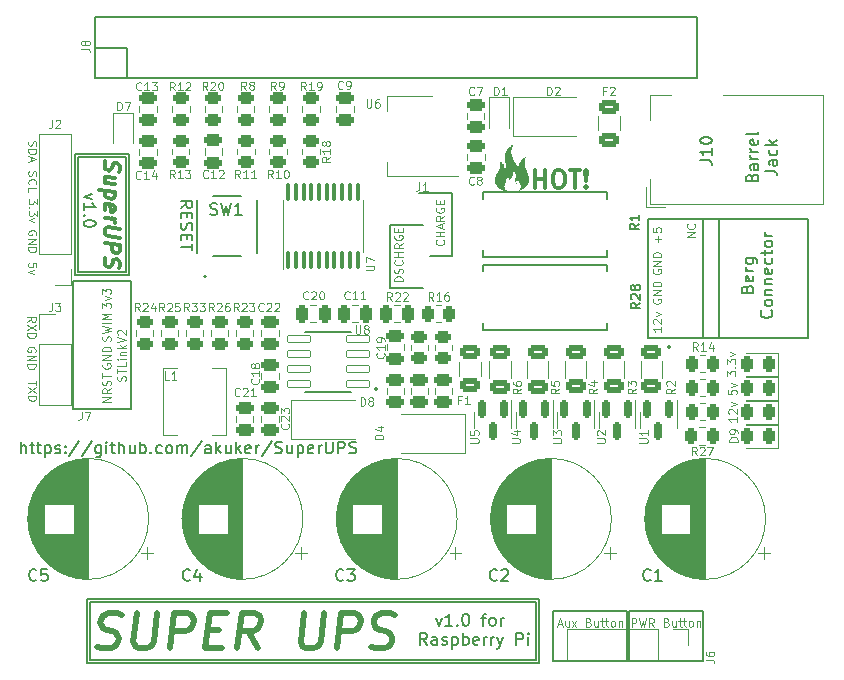
<source format=gto>
G04 #@! TF.GenerationSoftware,KiCad,Pcbnew,(6.0.5-0)*
G04 #@! TF.CreationDate,2022-07-04T19:17:30-05:00*
G04 #@! TF.ProjectId,ras_pi_supercap_ups,7261735f-7069-45f7-9375-706572636170,rev?*
G04 #@! TF.SameCoordinates,Original*
G04 #@! TF.FileFunction,Legend,Top*
G04 #@! TF.FilePolarity,Positive*
%FSLAX46Y46*%
G04 Gerber Fmt 4.6, Leading zero omitted, Abs format (unit mm)*
G04 Created by KiCad (PCBNEW (6.0.5-0)) date 2022-07-04 19:17:30*
%MOMM*%
%LPD*%
G01*
G04 APERTURE LIST*
G04 Aperture macros list*
%AMRoundRect*
0 Rectangle with rounded corners*
0 $1 Rounding radius*
0 $2 $3 $4 $5 $6 $7 $8 $9 X,Y pos of 4 corners*
0 Add a 4 corners polygon primitive as box body*
4,1,4,$2,$3,$4,$5,$6,$7,$8,$9,$2,$3,0*
0 Add four circle primitives for the rounded corners*
1,1,$1+$1,$2,$3*
1,1,$1+$1,$4,$5*
1,1,$1+$1,$6,$7*
1,1,$1+$1,$8,$9*
0 Add four rect primitives between the rounded corners*
20,1,$1+$1,$2,$3,$4,$5,0*
20,1,$1+$1,$4,$5,$6,$7,0*
20,1,$1+$1,$6,$7,$8,$9,0*
20,1,$1+$1,$8,$9,$2,$3,0*%
G04 Aperture macros list end*
%ADD10C,0.150000*%
%ADD11C,0.200000*%
%ADD12C,0.100000*%
%ADD13C,0.300000*%
%ADD14C,0.500000*%
%ADD15C,0.325000*%
%ADD16C,0.120000*%
%ADD17C,0.127000*%
%ADD18RoundRect,0.243750X0.243750X0.456250X-0.243750X0.456250X-0.243750X-0.456250X0.243750X-0.456250X0*%
%ADD19R,0.450000X0.600000*%
%ADD20RoundRect,0.150000X-0.150000X0.587500X-0.150000X-0.587500X0.150000X-0.587500X0.150000X0.587500X0*%
%ADD21RoundRect,0.250000X0.625000X-0.312500X0.625000X0.312500X-0.625000X0.312500X-0.625000X-0.312500X0*%
%ADD22R,2.000000X2.000000*%
%ADD23C,2.000000*%
%ADD24RoundRect,0.250000X0.475000X-0.250000X0.475000X0.250000X-0.475000X0.250000X-0.475000X-0.250000X0*%
%ADD25RoundRect,0.250000X-0.475000X0.250000X-0.475000X-0.250000X0.475000X-0.250000X0.475000X0.250000X0*%
%ADD26R,1.408000X1.408000*%
%ADD27C,1.408000*%
%ADD28C,2.700000*%
%ADD29RoundRect,0.250000X-0.450000X0.262500X-0.450000X-0.262500X0.450000X-0.262500X0.450000X0.262500X0*%
%ADD30R,2.500000X2.000000*%
%ADD31R,0.750000X1.000000*%
%ADD32RoundRect,0.250000X0.250000X0.475000X-0.250000X0.475000X-0.250000X-0.475000X0.250000X-0.475000X0*%
%ADD33RoundRect,0.250000X-0.262500X-0.450000X0.262500X-0.450000X0.262500X0.450000X-0.262500X0.450000X0*%
%ADD34R,1.700000X1.700000*%
%ADD35O,1.700000X1.700000*%
%ADD36RoundRect,0.250000X-0.250000X-0.475000X0.250000X-0.475000X0.250000X0.475000X-0.250000X0.475000X0*%
%ADD37RoundRect,0.250000X0.450000X-0.262500X0.450000X0.262500X-0.450000X0.262500X-0.450000X-0.262500X0*%
%ADD38R,4.000000X3.400000*%
%ADD39R,2.500000X1.800000*%
%ADD40RoundRect,0.250000X0.262500X0.450000X-0.262500X0.450000X-0.262500X-0.450000X0.262500X-0.450000X0*%
%ADD41RoundRect,0.100000X0.100000X-0.637500X0.100000X0.637500X-0.100000X0.637500X-0.100000X-0.637500X0*%
%ADD42RoundRect,0.042000X0.943000X0.258000X-0.943000X0.258000X-0.943000X-0.258000X0.943000X-0.258000X0*%
%ADD43RoundRect,0.250000X0.625000X-0.375000X0.625000X0.375000X-0.625000X0.375000X-0.625000X-0.375000X0*%
%ADD44R,2.000000X1.500000*%
%ADD45R,2.000000X3.800000*%
%ADD46R,1.800000X4.400000*%
%ADD47O,1.800000X4.000000*%
%ADD48O,4.000000X1.800000*%
G04 APERTURE END LIST*
D10*
X55060000Y-134059968D02*
X59967000Y-134059968D01*
X59967000Y-134059968D02*
X59967000Y-123280031D01*
X59967000Y-123280031D02*
X55060000Y-123280031D01*
X55060000Y-123280031D02*
X55060000Y-134059968D01*
X81868000Y-118480000D02*
X81868000Y-123814000D01*
X59600000Y-106100000D02*
X59600000Y-103500000D01*
X56500000Y-150460000D02*
X94200000Y-150460000D01*
X94200000Y-150460000D02*
X94200000Y-155306000D01*
X94200000Y-155306000D02*
X56500000Y-155306000D01*
X56500000Y-155306000D02*
X56500000Y-150460000D01*
D11*
X107900000Y-100900000D02*
X56900000Y-100900000D01*
X56900000Y-100900000D02*
X56900000Y-106100000D01*
X56900000Y-106100000D02*
X107900000Y-106100000D01*
X107900000Y-106100000D02*
X107900000Y-100900000D01*
D10*
X87168000Y-121114000D02*
X85266000Y-121114000D01*
X56232000Y-150206000D02*
X94500000Y-150206000D01*
X94500000Y-150206000D02*
X94500000Y-155594000D01*
X94500000Y-155594000D02*
X56232000Y-155594000D01*
X56232000Y-155594000D02*
X56232000Y-150206000D01*
X84374000Y-115780000D02*
X87168000Y-115780000D01*
X56900000Y-103500000D02*
X59600000Y-103500000D01*
X84662000Y-118480000D02*
X81868000Y-118480000D01*
X102100000Y-155400000D02*
X108400000Y-155400000D01*
X108400000Y-155400000D02*
X108400000Y-151200000D01*
X108400000Y-151200000D02*
X102100000Y-151200000D01*
X102100000Y-151200000D02*
X102100000Y-155400000D01*
X81868000Y-123814000D02*
X84662000Y-123814000D01*
X95650000Y-155400000D02*
X101950000Y-155400000D01*
X101950000Y-155400000D02*
X101950000Y-151200000D01*
X101950000Y-151200000D02*
X95650000Y-151200000D01*
X95650000Y-151200000D02*
X95650000Y-155400000D01*
X87168000Y-115780000D02*
X87168000Y-121114000D01*
X59523000Y-112768000D02*
X55477000Y-112768000D01*
X55477000Y-112768000D02*
X55477000Y-122468000D01*
X55477000Y-122468000D02*
X59523000Y-122468000D01*
X59523000Y-122468000D02*
X59523000Y-112768000D01*
X59777000Y-112500000D02*
X55189000Y-112500000D01*
X55189000Y-112500000D02*
X55189000Y-122768000D01*
X55189000Y-122768000D02*
X59777000Y-122768000D01*
X59777000Y-122768000D02*
X59777000Y-112500000D01*
D12*
X107716666Y-119550000D02*
X107016666Y-119550000D01*
X107716666Y-119150000D01*
X107016666Y-119150000D01*
X107650000Y-118416666D02*
X107683333Y-118450000D01*
X107716666Y-118550000D01*
X107716666Y-118616666D01*
X107683333Y-118716666D01*
X107616666Y-118783333D01*
X107550000Y-118816666D01*
X107416666Y-118850000D01*
X107316666Y-118850000D01*
X107183333Y-118816666D01*
X107116666Y-118783333D01*
X107050000Y-118716666D01*
X107016666Y-118616666D01*
X107016666Y-118550000D01*
X107050000Y-118450000D01*
X107083333Y-118416666D01*
D10*
X112523571Y-114490476D02*
X112571190Y-114347619D01*
X112618809Y-114300000D01*
X112714047Y-114252380D01*
X112856904Y-114252380D01*
X112952142Y-114300000D01*
X112999761Y-114347619D01*
X113047380Y-114442857D01*
X113047380Y-114823809D01*
X112047380Y-114823809D01*
X112047380Y-114490476D01*
X112095000Y-114395238D01*
X112142619Y-114347619D01*
X112237857Y-114300000D01*
X112333095Y-114300000D01*
X112428333Y-114347619D01*
X112475952Y-114395238D01*
X112523571Y-114490476D01*
X112523571Y-114823809D01*
X113047380Y-113395238D02*
X112523571Y-113395238D01*
X112428333Y-113442857D01*
X112380714Y-113538095D01*
X112380714Y-113728571D01*
X112428333Y-113823809D01*
X112999761Y-113395238D02*
X113047380Y-113490476D01*
X113047380Y-113728571D01*
X112999761Y-113823809D01*
X112904523Y-113871428D01*
X112809285Y-113871428D01*
X112714047Y-113823809D01*
X112666428Y-113728571D01*
X112666428Y-113490476D01*
X112618809Y-113395238D01*
X113047380Y-112919047D02*
X112380714Y-112919047D01*
X112571190Y-112919047D02*
X112475952Y-112871428D01*
X112428333Y-112823809D01*
X112380714Y-112728571D01*
X112380714Y-112633333D01*
X113047380Y-112300000D02*
X112380714Y-112300000D01*
X112571190Y-112300000D02*
X112475952Y-112252380D01*
X112428333Y-112204761D01*
X112380714Y-112109523D01*
X112380714Y-112014285D01*
X112999761Y-111300000D02*
X113047380Y-111395238D01*
X113047380Y-111585714D01*
X112999761Y-111680952D01*
X112904523Y-111728571D01*
X112523571Y-111728571D01*
X112428333Y-111680952D01*
X112380714Y-111585714D01*
X112380714Y-111395238D01*
X112428333Y-111300000D01*
X112523571Y-111252380D01*
X112618809Y-111252380D01*
X112714047Y-111728571D01*
X113047380Y-110680952D02*
X112999761Y-110776190D01*
X112904523Y-110823809D01*
X112047380Y-110823809D01*
X113657380Y-113942857D02*
X114371666Y-113942857D01*
X114514523Y-113990476D01*
X114609761Y-114085714D01*
X114657380Y-114228571D01*
X114657380Y-114323809D01*
X114657380Y-113038095D02*
X114133571Y-113038095D01*
X114038333Y-113085714D01*
X113990714Y-113180952D01*
X113990714Y-113371428D01*
X114038333Y-113466666D01*
X114609761Y-113038095D02*
X114657380Y-113133333D01*
X114657380Y-113371428D01*
X114609761Y-113466666D01*
X114514523Y-113514285D01*
X114419285Y-113514285D01*
X114324047Y-113466666D01*
X114276428Y-113371428D01*
X114276428Y-113133333D01*
X114228809Y-113038095D01*
X114609761Y-112133333D02*
X114657380Y-112228571D01*
X114657380Y-112419047D01*
X114609761Y-112514285D01*
X114562142Y-112561904D01*
X114466904Y-112609523D01*
X114181190Y-112609523D01*
X114085952Y-112561904D01*
X114038333Y-112514285D01*
X113990714Y-112419047D01*
X113990714Y-112228571D01*
X114038333Y-112133333D01*
X114657380Y-111704761D02*
X113657380Y-111704761D01*
X114276428Y-111609523D02*
X114657380Y-111323809D01*
X113990714Y-111323809D02*
X114371666Y-111704761D01*
D13*
X94157142Y-115378571D02*
X94157142Y-113878571D01*
X94157142Y-114592857D02*
X95014285Y-114592857D01*
X95014285Y-115378571D02*
X95014285Y-113878571D01*
X96014285Y-113878571D02*
X96300000Y-113878571D01*
X96442857Y-113950000D01*
X96585714Y-114092857D01*
X96657142Y-114378571D01*
X96657142Y-114878571D01*
X96585714Y-115164285D01*
X96442857Y-115307142D01*
X96300000Y-115378571D01*
X96014285Y-115378571D01*
X95871428Y-115307142D01*
X95728571Y-115164285D01*
X95657142Y-114878571D01*
X95657142Y-114378571D01*
X95728571Y-114092857D01*
X95871428Y-113950000D01*
X96014285Y-113878571D01*
X97085714Y-113878571D02*
X97942857Y-113878571D01*
X97514285Y-115378571D02*
X97514285Y-113878571D01*
X98442857Y-115235714D02*
X98514285Y-115307142D01*
X98442857Y-115378571D01*
X98371428Y-115307142D01*
X98442857Y-115235714D01*
X98442857Y-115378571D01*
X98442857Y-114807142D02*
X98371428Y-113950000D01*
X98442857Y-113878571D01*
X98514285Y-113950000D01*
X98442857Y-114807142D01*
X98442857Y-113878571D01*
D10*
X85761904Y-151780714D02*
X86000000Y-152447380D01*
X86238095Y-151780714D01*
X87142857Y-152447380D02*
X86571428Y-152447380D01*
X86857142Y-152447380D02*
X86857142Y-151447380D01*
X86761904Y-151590238D01*
X86666666Y-151685476D01*
X86571428Y-151733095D01*
X87571428Y-152352142D02*
X87619047Y-152399761D01*
X87571428Y-152447380D01*
X87523809Y-152399761D01*
X87571428Y-152352142D01*
X87571428Y-152447380D01*
X88238095Y-151447380D02*
X88333333Y-151447380D01*
X88428571Y-151495000D01*
X88476190Y-151542619D01*
X88523809Y-151637857D01*
X88571428Y-151828333D01*
X88571428Y-152066428D01*
X88523809Y-152256904D01*
X88476190Y-152352142D01*
X88428571Y-152399761D01*
X88333333Y-152447380D01*
X88238095Y-152447380D01*
X88142857Y-152399761D01*
X88095238Y-152352142D01*
X88047619Y-152256904D01*
X88000000Y-152066428D01*
X88000000Y-151828333D01*
X88047619Y-151637857D01*
X88095238Y-151542619D01*
X88142857Y-151495000D01*
X88238095Y-151447380D01*
X89619047Y-151780714D02*
X90000000Y-151780714D01*
X89761904Y-152447380D02*
X89761904Y-151590238D01*
X89809523Y-151495000D01*
X89904761Y-151447380D01*
X90000000Y-151447380D01*
X90476190Y-152447380D02*
X90380952Y-152399761D01*
X90333333Y-152352142D01*
X90285714Y-152256904D01*
X90285714Y-151971190D01*
X90333333Y-151875952D01*
X90380952Y-151828333D01*
X90476190Y-151780714D01*
X90619047Y-151780714D01*
X90714285Y-151828333D01*
X90761904Y-151875952D01*
X90809523Y-151971190D01*
X90809523Y-152256904D01*
X90761904Y-152352142D01*
X90714285Y-152399761D01*
X90619047Y-152447380D01*
X90476190Y-152447380D01*
X91238095Y-152447380D02*
X91238095Y-151780714D01*
X91238095Y-151971190D02*
X91285714Y-151875952D01*
X91333333Y-151828333D01*
X91428571Y-151780714D01*
X91523809Y-151780714D01*
X85000000Y-154057380D02*
X84666666Y-153581190D01*
X84428571Y-154057380D02*
X84428571Y-153057380D01*
X84809523Y-153057380D01*
X84904761Y-153105000D01*
X84952380Y-153152619D01*
X85000000Y-153247857D01*
X85000000Y-153390714D01*
X84952380Y-153485952D01*
X84904761Y-153533571D01*
X84809523Y-153581190D01*
X84428571Y-153581190D01*
X85857142Y-154057380D02*
X85857142Y-153533571D01*
X85809523Y-153438333D01*
X85714285Y-153390714D01*
X85523809Y-153390714D01*
X85428571Y-153438333D01*
X85857142Y-154009761D02*
X85761904Y-154057380D01*
X85523809Y-154057380D01*
X85428571Y-154009761D01*
X85380952Y-153914523D01*
X85380952Y-153819285D01*
X85428571Y-153724047D01*
X85523809Y-153676428D01*
X85761904Y-153676428D01*
X85857142Y-153628809D01*
X86285714Y-154009761D02*
X86380952Y-154057380D01*
X86571428Y-154057380D01*
X86666666Y-154009761D01*
X86714285Y-153914523D01*
X86714285Y-153866904D01*
X86666666Y-153771666D01*
X86571428Y-153724047D01*
X86428571Y-153724047D01*
X86333333Y-153676428D01*
X86285714Y-153581190D01*
X86285714Y-153533571D01*
X86333333Y-153438333D01*
X86428571Y-153390714D01*
X86571428Y-153390714D01*
X86666666Y-153438333D01*
X87142857Y-153390714D02*
X87142857Y-154390714D01*
X87142857Y-153438333D02*
X87238095Y-153390714D01*
X87428571Y-153390714D01*
X87523809Y-153438333D01*
X87571428Y-153485952D01*
X87619047Y-153581190D01*
X87619047Y-153866904D01*
X87571428Y-153962142D01*
X87523809Y-154009761D01*
X87428571Y-154057380D01*
X87238095Y-154057380D01*
X87142857Y-154009761D01*
X88047619Y-154057380D02*
X88047619Y-153057380D01*
X88047619Y-153438333D02*
X88142857Y-153390714D01*
X88333333Y-153390714D01*
X88428571Y-153438333D01*
X88476190Y-153485952D01*
X88523809Y-153581190D01*
X88523809Y-153866904D01*
X88476190Y-153962142D01*
X88428571Y-154009761D01*
X88333333Y-154057380D01*
X88142857Y-154057380D01*
X88047619Y-154009761D01*
X89333333Y-154009761D02*
X89238095Y-154057380D01*
X89047619Y-154057380D01*
X88952380Y-154009761D01*
X88904761Y-153914523D01*
X88904761Y-153533571D01*
X88952380Y-153438333D01*
X89047619Y-153390714D01*
X89238095Y-153390714D01*
X89333333Y-153438333D01*
X89380952Y-153533571D01*
X89380952Y-153628809D01*
X88904761Y-153724047D01*
X89809523Y-154057380D02*
X89809523Y-153390714D01*
X89809523Y-153581190D02*
X89857142Y-153485952D01*
X89904761Y-153438333D01*
X90000000Y-153390714D01*
X90095238Y-153390714D01*
X90428571Y-154057380D02*
X90428571Y-153390714D01*
X90428571Y-153581190D02*
X90476190Y-153485952D01*
X90523809Y-153438333D01*
X90619047Y-153390714D01*
X90714285Y-153390714D01*
X90952380Y-153390714D02*
X91190476Y-154057380D01*
X91428571Y-153390714D02*
X91190476Y-154057380D01*
X91095238Y-154295476D01*
X91047619Y-154343095D01*
X90952380Y-154390714D01*
X92571428Y-154057380D02*
X92571428Y-153057380D01*
X92952380Y-153057380D01*
X93047619Y-153105000D01*
X93095238Y-153152619D01*
X93142857Y-153247857D01*
X93142857Y-153390714D01*
X93095238Y-153485952D01*
X93047619Y-153533571D01*
X92952380Y-153581190D01*
X92571428Y-153581190D01*
X93571428Y-154057380D02*
X93571428Y-153390714D01*
X93571428Y-153057380D02*
X93523809Y-153105000D01*
X93571428Y-153152619D01*
X93619047Y-153105000D01*
X93571428Y-153057380D01*
X93571428Y-153152619D01*
D12*
X86402000Y-119786666D02*
X86435333Y-119820000D01*
X86468666Y-119920000D01*
X86468666Y-119986666D01*
X86435333Y-120086666D01*
X86368666Y-120153333D01*
X86302000Y-120186666D01*
X86168666Y-120220000D01*
X86068666Y-120220000D01*
X85935333Y-120186666D01*
X85868666Y-120153333D01*
X85802000Y-120086666D01*
X85768666Y-119986666D01*
X85768666Y-119920000D01*
X85802000Y-119820000D01*
X85835333Y-119786666D01*
X86468666Y-119486666D02*
X85768666Y-119486666D01*
X86102000Y-119486666D02*
X86102000Y-119086666D01*
X86468666Y-119086666D02*
X85768666Y-119086666D01*
X86268666Y-118786666D02*
X86268666Y-118453333D01*
X86468666Y-118853333D02*
X85768666Y-118620000D01*
X86468666Y-118386666D01*
X86468666Y-117753333D02*
X86135333Y-117986666D01*
X86468666Y-118153333D02*
X85768666Y-118153333D01*
X85768666Y-117886666D01*
X85802000Y-117820000D01*
X85835333Y-117786666D01*
X85902000Y-117753333D01*
X86002000Y-117753333D01*
X86068666Y-117786666D01*
X86102000Y-117820000D01*
X86135333Y-117886666D01*
X86135333Y-118153333D01*
X85802000Y-117086666D02*
X85768666Y-117153333D01*
X85768666Y-117253333D01*
X85802000Y-117353333D01*
X85868666Y-117420000D01*
X85935333Y-117453333D01*
X86068666Y-117486666D01*
X86168666Y-117486666D01*
X86302000Y-117453333D01*
X86368666Y-117420000D01*
X86435333Y-117353333D01*
X86468666Y-117253333D01*
X86468666Y-117186666D01*
X86435333Y-117086666D01*
X86402000Y-117053333D01*
X86168666Y-117053333D01*
X86168666Y-117186666D01*
X86102000Y-116753333D02*
X86102000Y-116520000D01*
X86468666Y-116420000D02*
X86468666Y-116753333D01*
X85768666Y-116753333D01*
X85768666Y-116420000D01*
X51278666Y-113974666D02*
X51245333Y-114074666D01*
X51245333Y-114241333D01*
X51278666Y-114308000D01*
X51312000Y-114341333D01*
X51378666Y-114374666D01*
X51445333Y-114374666D01*
X51512000Y-114341333D01*
X51545333Y-114308000D01*
X51578666Y-114241333D01*
X51612000Y-114108000D01*
X51645333Y-114041333D01*
X51678666Y-114008000D01*
X51745333Y-113974666D01*
X51812000Y-113974666D01*
X51878666Y-114008000D01*
X51912000Y-114041333D01*
X51945333Y-114108000D01*
X51945333Y-114274666D01*
X51912000Y-114374666D01*
X51312000Y-115074666D02*
X51278666Y-115041333D01*
X51245333Y-114941333D01*
X51245333Y-114874666D01*
X51278666Y-114774666D01*
X51345333Y-114708000D01*
X51412000Y-114674666D01*
X51545333Y-114641333D01*
X51645333Y-114641333D01*
X51778666Y-114674666D01*
X51845333Y-114708000D01*
X51912000Y-114774666D01*
X51945333Y-114874666D01*
X51945333Y-114941333D01*
X51912000Y-115041333D01*
X51878666Y-115074666D01*
X51245333Y-115708000D02*
X51245333Y-115374666D01*
X51945333Y-115374666D01*
D14*
X57105267Y-154214285D02*
X57515982Y-154357142D01*
X58230267Y-154357142D01*
X58533839Y-154214285D01*
X58694553Y-154071428D01*
X58873125Y-153785714D01*
X58908839Y-153500000D01*
X58801696Y-153214285D01*
X58676696Y-153071428D01*
X58408839Y-152928571D01*
X57855267Y-152785714D01*
X57587410Y-152642857D01*
X57462410Y-152500000D01*
X57355267Y-152214285D01*
X57390982Y-151928571D01*
X57569553Y-151642857D01*
X57730267Y-151500000D01*
X58033839Y-151357142D01*
X58748125Y-151357142D01*
X59158839Y-151500000D01*
X60462410Y-151357142D02*
X60158839Y-153785714D01*
X60265982Y-154071428D01*
X60390982Y-154214285D01*
X60658839Y-154357142D01*
X61230267Y-154357142D01*
X61533839Y-154214285D01*
X61694553Y-154071428D01*
X61873125Y-153785714D01*
X62176696Y-151357142D01*
X63230267Y-154357142D02*
X63605267Y-151357142D01*
X64748125Y-151357142D01*
X65015982Y-151500000D01*
X65140982Y-151642857D01*
X65248125Y-151928571D01*
X65194553Y-152357142D01*
X65015982Y-152642857D01*
X64855267Y-152785714D01*
X64551696Y-152928571D01*
X63408839Y-152928571D01*
X66426696Y-152785714D02*
X67426696Y-152785714D01*
X67658839Y-154357142D02*
X66230267Y-154357142D01*
X66605267Y-151357142D01*
X68033839Y-151357142D01*
X70658839Y-154357142D02*
X69837410Y-152928571D01*
X68944553Y-154357142D02*
X69319553Y-151357142D01*
X70462410Y-151357142D01*
X70730267Y-151500000D01*
X70855267Y-151642857D01*
X70962410Y-151928571D01*
X70908839Y-152357142D01*
X70730267Y-152642857D01*
X70569553Y-152785714D01*
X70265982Y-152928571D01*
X69123125Y-152928571D01*
X74605267Y-151357142D02*
X74301696Y-153785714D01*
X74408839Y-154071428D01*
X74533839Y-154214285D01*
X74801696Y-154357142D01*
X75373125Y-154357142D01*
X75676696Y-154214285D01*
X75837410Y-154071428D01*
X76015982Y-153785714D01*
X76319553Y-151357142D01*
X77373125Y-154357142D02*
X77748125Y-151357142D01*
X78890982Y-151357142D01*
X79158839Y-151500000D01*
X79283839Y-151642857D01*
X79390982Y-151928571D01*
X79337410Y-152357142D01*
X79158839Y-152642857D01*
X78998125Y-152785714D01*
X78694553Y-152928571D01*
X77551696Y-152928571D01*
X80248125Y-154214285D02*
X80658839Y-154357142D01*
X81373125Y-154357142D01*
X81676696Y-154214285D01*
X81837410Y-154071428D01*
X82015982Y-153785714D01*
X82051696Y-153500000D01*
X81944553Y-153214285D01*
X81819553Y-153071428D01*
X81551696Y-152928571D01*
X80998125Y-152785714D01*
X80730267Y-152642857D01*
X80605267Y-152500000D01*
X80498125Y-152214285D01*
X80533839Y-151928571D01*
X80712410Y-151642857D01*
X80873125Y-151500000D01*
X81176696Y-151357142D01*
X81890982Y-151357142D01*
X82301696Y-151500000D01*
D12*
X96098333Y-152316666D02*
X96431666Y-152316666D01*
X96031666Y-152516666D02*
X96265000Y-151816666D01*
X96498333Y-152516666D01*
X97031666Y-152050000D02*
X97031666Y-152516666D01*
X96731666Y-152050000D02*
X96731666Y-152416666D01*
X96765000Y-152483333D01*
X96831666Y-152516666D01*
X96931666Y-152516666D01*
X96998333Y-152483333D01*
X97031666Y-152450000D01*
X97298333Y-152516666D02*
X97665000Y-152050000D01*
X97298333Y-152050000D02*
X97665000Y-152516666D01*
X98698333Y-152150000D02*
X98798333Y-152183333D01*
X98831666Y-152216666D01*
X98865000Y-152283333D01*
X98865000Y-152383333D01*
X98831666Y-152450000D01*
X98798333Y-152483333D01*
X98731666Y-152516666D01*
X98465000Y-152516666D01*
X98465000Y-151816666D01*
X98698333Y-151816666D01*
X98765000Y-151850000D01*
X98798333Y-151883333D01*
X98831666Y-151950000D01*
X98831666Y-152016666D01*
X98798333Y-152083333D01*
X98765000Y-152116666D01*
X98698333Y-152150000D01*
X98465000Y-152150000D01*
X99465000Y-152050000D02*
X99465000Y-152516666D01*
X99165000Y-152050000D02*
X99165000Y-152416666D01*
X99198333Y-152483333D01*
X99265000Y-152516666D01*
X99365000Y-152516666D01*
X99431666Y-152483333D01*
X99465000Y-152450000D01*
X99698333Y-152050000D02*
X99965000Y-152050000D01*
X99798333Y-151816666D02*
X99798333Y-152416666D01*
X99831666Y-152483333D01*
X99898333Y-152516666D01*
X99965000Y-152516666D01*
X100098333Y-152050000D02*
X100365000Y-152050000D01*
X100198333Y-151816666D02*
X100198333Y-152416666D01*
X100231666Y-152483333D01*
X100298333Y-152516666D01*
X100365000Y-152516666D01*
X100698333Y-152516666D02*
X100631666Y-152483333D01*
X100598333Y-152450000D01*
X100565000Y-152383333D01*
X100565000Y-152183333D01*
X100598333Y-152116666D01*
X100631666Y-152083333D01*
X100698333Y-152050000D01*
X100798333Y-152050000D01*
X100865000Y-152083333D01*
X100898333Y-152116666D01*
X100931666Y-152183333D01*
X100931666Y-152383333D01*
X100898333Y-152450000D01*
X100865000Y-152483333D01*
X100798333Y-152516666D01*
X100698333Y-152516666D01*
X101231666Y-152050000D02*
X101231666Y-152516666D01*
X101231666Y-152116666D02*
X101265000Y-152083333D01*
X101331666Y-152050000D01*
X101431666Y-152050000D01*
X101498333Y-152083333D01*
X101531666Y-152150000D01*
X101531666Y-152516666D01*
X51912000Y-119354666D02*
X51945333Y-119288000D01*
X51945333Y-119188000D01*
X51912000Y-119088000D01*
X51845333Y-119021333D01*
X51778666Y-118988000D01*
X51645333Y-118954666D01*
X51545333Y-118954666D01*
X51412000Y-118988000D01*
X51345333Y-119021333D01*
X51278666Y-119088000D01*
X51245333Y-119188000D01*
X51245333Y-119254666D01*
X51278666Y-119354666D01*
X51312000Y-119388000D01*
X51545333Y-119388000D01*
X51545333Y-119254666D01*
X51245333Y-119688000D02*
X51945333Y-119688000D01*
X51245333Y-120088000D01*
X51945333Y-120088000D01*
X51245333Y-120421333D02*
X51945333Y-120421333D01*
X51945333Y-120588000D01*
X51912000Y-120688000D01*
X51845333Y-120754666D01*
X51778666Y-120788000D01*
X51645333Y-120821333D01*
X51545333Y-120821333D01*
X51412000Y-120788000D01*
X51345333Y-120754666D01*
X51278666Y-120688000D01*
X51245333Y-120588000D01*
X51245333Y-120421333D01*
X110516666Y-132500000D02*
X110516666Y-132833333D01*
X110850000Y-132866666D01*
X110816666Y-132833333D01*
X110783333Y-132766666D01*
X110783333Y-132600000D01*
X110816666Y-132533333D01*
X110850000Y-132500000D01*
X110916666Y-132466666D01*
X111083333Y-132466666D01*
X111150000Y-132500000D01*
X111183333Y-132533333D01*
X111216666Y-132600000D01*
X111216666Y-132766666D01*
X111183333Y-132833333D01*
X111150000Y-132866666D01*
X110750000Y-132233333D02*
X111216666Y-132066666D01*
X110750000Y-131900000D01*
D10*
X50633333Y-137852380D02*
X50633333Y-136852380D01*
X51061904Y-137852380D02*
X51061904Y-137328571D01*
X51014285Y-137233333D01*
X50919047Y-137185714D01*
X50776190Y-137185714D01*
X50680952Y-137233333D01*
X50633333Y-137280952D01*
X51395238Y-137185714D02*
X51776190Y-137185714D01*
X51538095Y-136852380D02*
X51538095Y-137709523D01*
X51585714Y-137804761D01*
X51680952Y-137852380D01*
X51776190Y-137852380D01*
X51966666Y-137185714D02*
X52347619Y-137185714D01*
X52109523Y-136852380D02*
X52109523Y-137709523D01*
X52157142Y-137804761D01*
X52252380Y-137852380D01*
X52347619Y-137852380D01*
X52680952Y-137185714D02*
X52680952Y-138185714D01*
X52680952Y-137233333D02*
X52776190Y-137185714D01*
X52966666Y-137185714D01*
X53061904Y-137233333D01*
X53109523Y-137280952D01*
X53157142Y-137376190D01*
X53157142Y-137661904D01*
X53109523Y-137757142D01*
X53061904Y-137804761D01*
X52966666Y-137852380D01*
X52776190Y-137852380D01*
X52680952Y-137804761D01*
X53538095Y-137804761D02*
X53633333Y-137852380D01*
X53823809Y-137852380D01*
X53919047Y-137804761D01*
X53966666Y-137709523D01*
X53966666Y-137661904D01*
X53919047Y-137566666D01*
X53823809Y-137519047D01*
X53680952Y-137519047D01*
X53585714Y-137471428D01*
X53538095Y-137376190D01*
X53538095Y-137328571D01*
X53585714Y-137233333D01*
X53680952Y-137185714D01*
X53823809Y-137185714D01*
X53919047Y-137233333D01*
X54395238Y-137757142D02*
X54442857Y-137804761D01*
X54395238Y-137852380D01*
X54347619Y-137804761D01*
X54395238Y-137757142D01*
X54395238Y-137852380D01*
X54395238Y-137233333D02*
X54442857Y-137280952D01*
X54395238Y-137328571D01*
X54347619Y-137280952D01*
X54395238Y-137233333D01*
X54395238Y-137328571D01*
X55585714Y-136804761D02*
X54728571Y-138090476D01*
X56633333Y-136804761D02*
X55776190Y-138090476D01*
X57395238Y-137185714D02*
X57395238Y-137995238D01*
X57347619Y-138090476D01*
X57299999Y-138138095D01*
X57204761Y-138185714D01*
X57061904Y-138185714D01*
X56966666Y-138138095D01*
X57395238Y-137804761D02*
X57299999Y-137852380D01*
X57109523Y-137852380D01*
X57014285Y-137804761D01*
X56966666Y-137757142D01*
X56919047Y-137661904D01*
X56919047Y-137376190D01*
X56966666Y-137280952D01*
X57014285Y-137233333D01*
X57109523Y-137185714D01*
X57299999Y-137185714D01*
X57395238Y-137233333D01*
X57871428Y-137852380D02*
X57871428Y-137185714D01*
X57871428Y-136852380D02*
X57823809Y-136900000D01*
X57871428Y-136947619D01*
X57919047Y-136900000D01*
X57871428Y-136852380D01*
X57871428Y-136947619D01*
X58204761Y-137185714D02*
X58585714Y-137185714D01*
X58347619Y-136852380D02*
X58347619Y-137709523D01*
X58395238Y-137804761D01*
X58490476Y-137852380D01*
X58585714Y-137852380D01*
X58919047Y-137852380D02*
X58919047Y-136852380D01*
X59347619Y-137852380D02*
X59347619Y-137328571D01*
X59299999Y-137233333D01*
X59204761Y-137185714D01*
X59061904Y-137185714D01*
X58966666Y-137233333D01*
X58919047Y-137280952D01*
X60252380Y-137185714D02*
X60252380Y-137852380D01*
X59823809Y-137185714D02*
X59823809Y-137709523D01*
X59871428Y-137804761D01*
X59966666Y-137852380D01*
X60109523Y-137852380D01*
X60204761Y-137804761D01*
X60252380Y-137757142D01*
X60728571Y-137852380D02*
X60728571Y-136852380D01*
X60728571Y-137233333D02*
X60823809Y-137185714D01*
X61014285Y-137185714D01*
X61109523Y-137233333D01*
X61157142Y-137280952D01*
X61204761Y-137376190D01*
X61204761Y-137661904D01*
X61157142Y-137757142D01*
X61109523Y-137804761D01*
X61014285Y-137852380D01*
X60823809Y-137852380D01*
X60728571Y-137804761D01*
X61633333Y-137757142D02*
X61680952Y-137804761D01*
X61633333Y-137852380D01*
X61585714Y-137804761D01*
X61633333Y-137757142D01*
X61633333Y-137852380D01*
X62538095Y-137804761D02*
X62442857Y-137852380D01*
X62252380Y-137852380D01*
X62157142Y-137804761D01*
X62109523Y-137757142D01*
X62061904Y-137661904D01*
X62061904Y-137376190D01*
X62109523Y-137280952D01*
X62157142Y-137233333D01*
X62252380Y-137185714D01*
X62442857Y-137185714D01*
X62538095Y-137233333D01*
X63109523Y-137852380D02*
X63014285Y-137804761D01*
X62966666Y-137757142D01*
X62919047Y-137661904D01*
X62919047Y-137376190D01*
X62966666Y-137280952D01*
X63014285Y-137233333D01*
X63109523Y-137185714D01*
X63252380Y-137185714D01*
X63347619Y-137233333D01*
X63395238Y-137280952D01*
X63442857Y-137376190D01*
X63442857Y-137661904D01*
X63395238Y-137757142D01*
X63347619Y-137804761D01*
X63252380Y-137852380D01*
X63109523Y-137852380D01*
X63871428Y-137852380D02*
X63871428Y-137185714D01*
X63871428Y-137280952D02*
X63919047Y-137233333D01*
X64014285Y-137185714D01*
X64157142Y-137185714D01*
X64252380Y-137233333D01*
X64299999Y-137328571D01*
X64299999Y-137852380D01*
X64299999Y-137328571D02*
X64347619Y-137233333D01*
X64442857Y-137185714D01*
X64585714Y-137185714D01*
X64680952Y-137233333D01*
X64728571Y-137328571D01*
X64728571Y-137852380D01*
X65919047Y-136804761D02*
X65061904Y-138090476D01*
X66680952Y-137852380D02*
X66680952Y-137328571D01*
X66633333Y-137233333D01*
X66538095Y-137185714D01*
X66347619Y-137185714D01*
X66252380Y-137233333D01*
X66680952Y-137804761D02*
X66585714Y-137852380D01*
X66347619Y-137852380D01*
X66252380Y-137804761D01*
X66204761Y-137709523D01*
X66204761Y-137614285D01*
X66252380Y-137519047D01*
X66347619Y-137471428D01*
X66585714Y-137471428D01*
X66680952Y-137423809D01*
X67157142Y-137852380D02*
X67157142Y-136852380D01*
X67252380Y-137471428D02*
X67538095Y-137852380D01*
X67538095Y-137185714D02*
X67157142Y-137566666D01*
X68395238Y-137185714D02*
X68395238Y-137852380D01*
X67966666Y-137185714D02*
X67966666Y-137709523D01*
X68014285Y-137804761D01*
X68109523Y-137852380D01*
X68252380Y-137852380D01*
X68347619Y-137804761D01*
X68395238Y-137757142D01*
X68871428Y-137852380D02*
X68871428Y-136852380D01*
X68966666Y-137471428D02*
X69252380Y-137852380D01*
X69252380Y-137185714D02*
X68871428Y-137566666D01*
X70061904Y-137804761D02*
X69966666Y-137852380D01*
X69776190Y-137852380D01*
X69680952Y-137804761D01*
X69633333Y-137709523D01*
X69633333Y-137328571D01*
X69680952Y-137233333D01*
X69776190Y-137185714D01*
X69966666Y-137185714D01*
X70061904Y-137233333D01*
X70109523Y-137328571D01*
X70109523Y-137423809D01*
X69633333Y-137519047D01*
X70538095Y-137852380D02*
X70538095Y-137185714D01*
X70538095Y-137376190D02*
X70585714Y-137280952D01*
X70633333Y-137233333D01*
X70728571Y-137185714D01*
X70823809Y-137185714D01*
X71871428Y-136804761D02*
X71014285Y-138090476D01*
X72157142Y-137804761D02*
X72300000Y-137852380D01*
X72538095Y-137852380D01*
X72633333Y-137804761D01*
X72680952Y-137757142D01*
X72728571Y-137661904D01*
X72728571Y-137566666D01*
X72680952Y-137471428D01*
X72633333Y-137423809D01*
X72538095Y-137376190D01*
X72347619Y-137328571D01*
X72252380Y-137280952D01*
X72204761Y-137233333D01*
X72157142Y-137138095D01*
X72157142Y-137042857D01*
X72204761Y-136947619D01*
X72252380Y-136900000D01*
X72347619Y-136852380D01*
X72585714Y-136852380D01*
X72728571Y-136900000D01*
X73585714Y-137185714D02*
X73585714Y-137852380D01*
X73157142Y-137185714D02*
X73157142Y-137709523D01*
X73204761Y-137804761D01*
X73300000Y-137852380D01*
X73442857Y-137852380D01*
X73538095Y-137804761D01*
X73585714Y-137757142D01*
X74061904Y-137185714D02*
X74061904Y-138185714D01*
X74061904Y-137233333D02*
X74157142Y-137185714D01*
X74347619Y-137185714D01*
X74442857Y-137233333D01*
X74490476Y-137280952D01*
X74538095Y-137376190D01*
X74538095Y-137661904D01*
X74490476Y-137757142D01*
X74442857Y-137804761D01*
X74347619Y-137852380D01*
X74157142Y-137852380D01*
X74061904Y-137804761D01*
X75347619Y-137804761D02*
X75252380Y-137852380D01*
X75061904Y-137852380D01*
X74966666Y-137804761D01*
X74919047Y-137709523D01*
X74919047Y-137328571D01*
X74966666Y-137233333D01*
X75061904Y-137185714D01*
X75252380Y-137185714D01*
X75347619Y-137233333D01*
X75395238Y-137328571D01*
X75395238Y-137423809D01*
X74919047Y-137519047D01*
X75823809Y-137852380D02*
X75823809Y-137185714D01*
X75823809Y-137376190D02*
X75871428Y-137280952D01*
X75919047Y-137233333D01*
X76014285Y-137185714D01*
X76109523Y-137185714D01*
X76442857Y-136852380D02*
X76442857Y-137661904D01*
X76490476Y-137757142D01*
X76538095Y-137804761D01*
X76633333Y-137852380D01*
X76823809Y-137852380D01*
X76919047Y-137804761D01*
X76966666Y-137757142D01*
X77014285Y-137661904D01*
X77014285Y-136852380D01*
X77490476Y-137852380D02*
X77490476Y-136852380D01*
X77871428Y-136852380D01*
X77966666Y-136900000D01*
X78014285Y-136947619D01*
X78061904Y-137042857D01*
X78061904Y-137185714D01*
X78014285Y-137280952D01*
X77966666Y-137328571D01*
X77871428Y-137376190D01*
X77490476Y-137376190D01*
X78442857Y-137804761D02*
X78585714Y-137852380D01*
X78823809Y-137852380D01*
X78919047Y-137804761D01*
X78966666Y-137757142D01*
X79014285Y-137661904D01*
X79014285Y-137566666D01*
X78966666Y-137471428D01*
X78919047Y-137423809D01*
X78823809Y-137376190D01*
X78633333Y-137328571D01*
X78538095Y-137280952D01*
X78490476Y-137233333D01*
X78442857Y-137138095D01*
X78442857Y-137042857D01*
X78490476Y-136947619D01*
X78538095Y-136900000D01*
X78633333Y-136852380D01*
X78871428Y-136852380D01*
X79014285Y-136900000D01*
D12*
X59465333Y-131690000D02*
X59498666Y-131590000D01*
X59498666Y-131423333D01*
X59465333Y-131356666D01*
X59432000Y-131323333D01*
X59365333Y-131290000D01*
X59298666Y-131290000D01*
X59232000Y-131323333D01*
X59198666Y-131356666D01*
X59165333Y-131423333D01*
X59132000Y-131556666D01*
X59098666Y-131623333D01*
X59065333Y-131656666D01*
X58998666Y-131690000D01*
X58932000Y-131690000D01*
X58865333Y-131656666D01*
X58832000Y-131623333D01*
X58798666Y-131556666D01*
X58798666Y-131390000D01*
X58832000Y-131290000D01*
X58798666Y-131090000D02*
X58798666Y-130690000D01*
X59498666Y-130890000D02*
X58798666Y-130890000D01*
X59498666Y-130123333D02*
X59498666Y-130456666D01*
X58798666Y-130456666D01*
X59498666Y-129890000D02*
X59032000Y-129890000D01*
X58798666Y-129890000D02*
X58832000Y-129923333D01*
X58865333Y-129890000D01*
X58832000Y-129856666D01*
X58798666Y-129890000D01*
X58865333Y-129890000D01*
X59032000Y-129556666D02*
X59498666Y-129556666D01*
X59098666Y-129556666D02*
X59065333Y-129523333D01*
X59032000Y-129456666D01*
X59032000Y-129356666D01*
X59065333Y-129290000D01*
X59132000Y-129256666D01*
X59498666Y-129256666D01*
X59498666Y-128923333D02*
X58798666Y-128923333D01*
X59232000Y-128856666D02*
X59498666Y-128656666D01*
X59032000Y-128656666D02*
X59298666Y-128923333D01*
X58798666Y-128456666D02*
X59498666Y-128223333D01*
X58798666Y-127990000D01*
X58865333Y-127790000D02*
X58832000Y-127756666D01*
X58798666Y-127690000D01*
X58798666Y-127523333D01*
X58832000Y-127456666D01*
X58865333Y-127423333D01*
X58932000Y-127390000D01*
X58998666Y-127390000D01*
X59098666Y-127423333D01*
X59498666Y-127823333D01*
X59498666Y-127390000D01*
D15*
X57773809Y-113127520D02*
X57711904Y-113305497D01*
X57711904Y-113615020D01*
X57773809Y-113746568D01*
X57835714Y-113816211D01*
X57959523Y-113893592D01*
X58083333Y-113909068D01*
X58207142Y-113862639D01*
X58269047Y-113808473D01*
X58330952Y-113692401D01*
X58392857Y-113452520D01*
X58454761Y-113336449D01*
X58516666Y-113282282D01*
X58640476Y-113235854D01*
X58764285Y-113251330D01*
X58888095Y-113328711D01*
X58950000Y-113398354D01*
X59011904Y-113529901D01*
X59011904Y-113839425D01*
X58950000Y-114017401D01*
X58578571Y-115085258D02*
X57711904Y-114976925D01*
X58578571Y-114528116D02*
X57897619Y-114442997D01*
X57773809Y-114489425D01*
X57711904Y-114605497D01*
X57711904Y-114791211D01*
X57773809Y-114922758D01*
X57835714Y-114992401D01*
X58578571Y-115704306D02*
X57278571Y-115541806D01*
X58516666Y-115696568D02*
X58578571Y-115828116D01*
X58578571Y-116075735D01*
X58516666Y-116191806D01*
X58454761Y-116245973D01*
X58330952Y-116292401D01*
X57959523Y-116245973D01*
X57835714Y-116168592D01*
X57773809Y-116098949D01*
X57711904Y-115967401D01*
X57711904Y-115719782D01*
X57773809Y-115603711D01*
X57773809Y-117275139D02*
X57711904Y-117143592D01*
X57711904Y-116895973D01*
X57773809Y-116779901D01*
X57897619Y-116733473D01*
X58392857Y-116795377D01*
X58516666Y-116872758D01*
X58578571Y-117004306D01*
X58578571Y-117251925D01*
X58516666Y-117367997D01*
X58392857Y-117414425D01*
X58269047Y-117398949D01*
X58145238Y-116764425D01*
X57711904Y-117886449D02*
X58578571Y-117994782D01*
X58330952Y-117963830D02*
X58454761Y-118041211D01*
X58516666Y-118110854D01*
X58578571Y-118242401D01*
X58578571Y-118366211D01*
X59011904Y-118853711D02*
X57959523Y-118722163D01*
X57835714Y-118768592D01*
X57773809Y-118822758D01*
X57711904Y-118938830D01*
X57711904Y-119186449D01*
X57773809Y-119317997D01*
X57835714Y-119387639D01*
X57959523Y-119465020D01*
X59011904Y-119596568D01*
X57711904Y-120053116D02*
X59011904Y-120215616D01*
X59011904Y-120710854D01*
X58950000Y-120826925D01*
X58888095Y-120881092D01*
X58764285Y-120927520D01*
X58578571Y-120904306D01*
X58454761Y-120826925D01*
X58392857Y-120757282D01*
X58330952Y-120625735D01*
X58330952Y-120130497D01*
X57773809Y-121298949D02*
X57711904Y-121476925D01*
X57711904Y-121786449D01*
X57773809Y-121917997D01*
X57835714Y-121987639D01*
X57959523Y-122065020D01*
X58083333Y-122080497D01*
X58207142Y-122034068D01*
X58269047Y-121979901D01*
X58330952Y-121863830D01*
X58392857Y-121623949D01*
X58454761Y-121507877D01*
X58516666Y-121453711D01*
X58640476Y-121407282D01*
X58764285Y-121422758D01*
X58888095Y-121500139D01*
X58950000Y-121569782D01*
X59011904Y-121701330D01*
X59011904Y-122010854D01*
X58950000Y-122188830D01*
D12*
X51183333Y-126733333D02*
X51516666Y-126500000D01*
X51183333Y-126333333D02*
X51883333Y-126333333D01*
X51883333Y-126600000D01*
X51850000Y-126666666D01*
X51816666Y-126700000D01*
X51750000Y-126733333D01*
X51650000Y-126733333D01*
X51583333Y-126700000D01*
X51550000Y-126666666D01*
X51516666Y-126600000D01*
X51516666Y-126333333D01*
X51883333Y-126966666D02*
X51183333Y-127433333D01*
X51883333Y-127433333D02*
X51183333Y-126966666D01*
X51183333Y-127700000D02*
X51883333Y-127700000D01*
X51883333Y-127866666D01*
X51850000Y-127966666D01*
X51783333Y-128033333D01*
X51716666Y-128066666D01*
X51583333Y-128100000D01*
X51483333Y-128100000D01*
X51350000Y-128066666D01*
X51283333Y-128033333D01*
X51216666Y-127966666D01*
X51183333Y-127866666D01*
X51183333Y-127700000D01*
X110416666Y-131300000D02*
X110416666Y-130866666D01*
X110683333Y-131100000D01*
X110683333Y-131000000D01*
X110716666Y-130933333D01*
X110750000Y-130900000D01*
X110816666Y-130866666D01*
X110983333Y-130866666D01*
X111050000Y-130900000D01*
X111083333Y-130933333D01*
X111116666Y-131000000D01*
X111116666Y-131200000D01*
X111083333Y-131266666D01*
X111050000Y-131300000D01*
X111050000Y-130566666D02*
X111083333Y-130533333D01*
X111116666Y-130566666D01*
X111083333Y-130600000D01*
X111050000Y-130566666D01*
X111116666Y-130566666D01*
X110416666Y-130300000D02*
X110416666Y-129866666D01*
X110683333Y-130100000D01*
X110683333Y-130000000D01*
X110716666Y-129933333D01*
X110750000Y-129900000D01*
X110816666Y-129866666D01*
X110983333Y-129866666D01*
X111050000Y-129900000D01*
X111083333Y-129933333D01*
X111116666Y-130000000D01*
X111116666Y-130200000D01*
X111083333Y-130266666D01*
X111050000Y-130300000D01*
X110650000Y-129633333D02*
X111116666Y-129466666D01*
X110650000Y-129300000D01*
X51278666Y-111418000D02*
X51245333Y-111518000D01*
X51245333Y-111684666D01*
X51278666Y-111751333D01*
X51312000Y-111784666D01*
X51378666Y-111818000D01*
X51445333Y-111818000D01*
X51512000Y-111784666D01*
X51545333Y-111751333D01*
X51578666Y-111684666D01*
X51612000Y-111551333D01*
X51645333Y-111484666D01*
X51678666Y-111451333D01*
X51745333Y-111418000D01*
X51812000Y-111418000D01*
X51878666Y-111451333D01*
X51912000Y-111484666D01*
X51945333Y-111551333D01*
X51945333Y-111718000D01*
X51912000Y-111818000D01*
X51245333Y-112118000D02*
X51945333Y-112118000D01*
X51945333Y-112284666D01*
X51912000Y-112384666D01*
X51845333Y-112451333D01*
X51778666Y-112484666D01*
X51645333Y-112518000D01*
X51545333Y-112518000D01*
X51412000Y-112484666D01*
X51345333Y-112451333D01*
X51278666Y-112384666D01*
X51245333Y-112284666D01*
X51245333Y-112118000D01*
X51445333Y-112784666D02*
X51445333Y-113118000D01*
X51245333Y-112718000D02*
X51945333Y-112951333D01*
X51245333Y-113184666D01*
X57528666Y-125547333D02*
X57528666Y-125114000D01*
X57795333Y-125347333D01*
X57795333Y-125247333D01*
X57828666Y-125180666D01*
X57862000Y-125147333D01*
X57928666Y-125114000D01*
X58095333Y-125114000D01*
X58162000Y-125147333D01*
X58195333Y-125180666D01*
X58228666Y-125247333D01*
X58228666Y-125447333D01*
X58195333Y-125514000D01*
X58162000Y-125547333D01*
X57762000Y-124880666D02*
X58228666Y-124714000D01*
X57762000Y-124547333D01*
X57528666Y-124347333D02*
X57528666Y-123914000D01*
X57795333Y-124147333D01*
X57795333Y-124047333D01*
X57828666Y-123980666D01*
X57862000Y-123947333D01*
X57928666Y-123914000D01*
X58095333Y-123914000D01*
X58162000Y-123947333D01*
X58195333Y-123980666D01*
X58228666Y-124047333D01*
X58228666Y-124247333D01*
X58195333Y-124314000D01*
X58162000Y-124347333D01*
X58195333Y-128326221D02*
X58228666Y-128226221D01*
X58228666Y-128059555D01*
X58195333Y-127992888D01*
X58162000Y-127959555D01*
X58095333Y-127926221D01*
X58028666Y-127926221D01*
X57962000Y-127959555D01*
X57928666Y-127992888D01*
X57895333Y-128059555D01*
X57862000Y-128192888D01*
X57828666Y-128259555D01*
X57795333Y-128292888D01*
X57728666Y-128326221D01*
X57662000Y-128326221D01*
X57595333Y-128292888D01*
X57562000Y-128259555D01*
X57528666Y-128192888D01*
X57528666Y-128026221D01*
X57562000Y-127926221D01*
X57528666Y-127692888D02*
X58228666Y-127526221D01*
X57728666Y-127392888D01*
X58228666Y-127259555D01*
X57528666Y-127092888D01*
X58228666Y-126826221D02*
X57528666Y-126826221D01*
X58228666Y-126492888D02*
X57528666Y-126492888D01*
X58028666Y-126259555D01*
X57528666Y-126026221D01*
X58228666Y-126026221D01*
X57562000Y-130271777D02*
X57528666Y-130338444D01*
X57528666Y-130438444D01*
X57562000Y-130538444D01*
X57628666Y-130605110D01*
X57695333Y-130638444D01*
X57828666Y-130671777D01*
X57928666Y-130671777D01*
X58062000Y-130638444D01*
X58128666Y-130605110D01*
X58195333Y-130538444D01*
X58228666Y-130438444D01*
X58228666Y-130371777D01*
X58195333Y-130271777D01*
X58162000Y-130238444D01*
X57928666Y-130238444D01*
X57928666Y-130371777D01*
X58228666Y-129938444D02*
X57528666Y-129938444D01*
X58228666Y-129538444D01*
X57528666Y-129538444D01*
X58228666Y-129205110D02*
X57528666Y-129205110D01*
X57528666Y-129038444D01*
X57562000Y-128938444D01*
X57628666Y-128871777D01*
X57695333Y-128838444D01*
X57828666Y-128805110D01*
X57928666Y-128805110D01*
X58062000Y-128838444D01*
X58128666Y-128871777D01*
X58195333Y-128938444D01*
X58228666Y-129038444D01*
X58228666Y-129205110D01*
X51983333Y-116300000D02*
X51983333Y-116733333D01*
X51716666Y-116500000D01*
X51716666Y-116600000D01*
X51683333Y-116666666D01*
X51650000Y-116700000D01*
X51583333Y-116733333D01*
X51416666Y-116733333D01*
X51350000Y-116700000D01*
X51316666Y-116666666D01*
X51283333Y-116600000D01*
X51283333Y-116400000D01*
X51316666Y-116333333D01*
X51350000Y-116300000D01*
X51350000Y-117033333D02*
X51316666Y-117066666D01*
X51283333Y-117033333D01*
X51316666Y-117000000D01*
X51350000Y-117033333D01*
X51283333Y-117033333D01*
X51983333Y-117300000D02*
X51983333Y-117733333D01*
X51716666Y-117500000D01*
X51716666Y-117600000D01*
X51683333Y-117666666D01*
X51650000Y-117700000D01*
X51583333Y-117733333D01*
X51416666Y-117733333D01*
X51350000Y-117700000D01*
X51316666Y-117666666D01*
X51283333Y-117600000D01*
X51283333Y-117400000D01*
X51316666Y-117333333D01*
X51350000Y-117300000D01*
X51750000Y-117966666D02*
X51283333Y-118133333D01*
X51750000Y-118300000D01*
X51945333Y-131704666D02*
X51945333Y-132104666D01*
X51245333Y-131904666D02*
X51945333Y-131904666D01*
X51945333Y-132271333D02*
X51245333Y-132738000D01*
X51945333Y-132738000D02*
X51245333Y-132271333D01*
X51245333Y-133004666D02*
X51945333Y-133004666D01*
X51945333Y-133171333D01*
X51912000Y-133271333D01*
X51845333Y-133338000D01*
X51778666Y-133371333D01*
X51645333Y-133404666D01*
X51545333Y-133404666D01*
X51412000Y-133371333D01*
X51345333Y-133338000D01*
X51278666Y-133271333D01*
X51245333Y-133171333D01*
X51245333Y-133004666D01*
X111216666Y-134766000D02*
X111216666Y-135166000D01*
X111216666Y-134966000D02*
X110516666Y-134966000D01*
X110616666Y-135032666D01*
X110683333Y-135099333D01*
X110716666Y-135166000D01*
X110583333Y-134499333D02*
X110550000Y-134466000D01*
X110516666Y-134399333D01*
X110516666Y-134232666D01*
X110550000Y-134166000D01*
X110583333Y-134132666D01*
X110650000Y-134099333D01*
X110716666Y-134099333D01*
X110816666Y-134132666D01*
X111216666Y-134532666D01*
X111216666Y-134099333D01*
X110750000Y-133866000D02*
X111216666Y-133699333D01*
X110750000Y-133532666D01*
D10*
X112123571Y-123919047D02*
X112171190Y-123776190D01*
X112218809Y-123728571D01*
X112314047Y-123680952D01*
X112456904Y-123680952D01*
X112552142Y-123728571D01*
X112599761Y-123776190D01*
X112647380Y-123871428D01*
X112647380Y-124252380D01*
X111647380Y-124252380D01*
X111647380Y-123919047D01*
X111695000Y-123823809D01*
X111742619Y-123776190D01*
X111837857Y-123728571D01*
X111933095Y-123728571D01*
X112028333Y-123776190D01*
X112075952Y-123823809D01*
X112123571Y-123919047D01*
X112123571Y-124252380D01*
X112599761Y-122871428D02*
X112647380Y-122966666D01*
X112647380Y-123157142D01*
X112599761Y-123252380D01*
X112504523Y-123300000D01*
X112123571Y-123300000D01*
X112028333Y-123252380D01*
X111980714Y-123157142D01*
X111980714Y-122966666D01*
X112028333Y-122871428D01*
X112123571Y-122823809D01*
X112218809Y-122823809D01*
X112314047Y-123300000D01*
X112647380Y-122395238D02*
X111980714Y-122395238D01*
X112171190Y-122395238D02*
X112075952Y-122347619D01*
X112028333Y-122300000D01*
X111980714Y-122204761D01*
X111980714Y-122109523D01*
X111980714Y-121347619D02*
X112790238Y-121347619D01*
X112885476Y-121395238D01*
X112933095Y-121442857D01*
X112980714Y-121538095D01*
X112980714Y-121680952D01*
X112933095Y-121776190D01*
X112599761Y-121347619D02*
X112647380Y-121442857D01*
X112647380Y-121633333D01*
X112599761Y-121728571D01*
X112552142Y-121776190D01*
X112456904Y-121823809D01*
X112171190Y-121823809D01*
X112075952Y-121776190D01*
X112028333Y-121728571D01*
X111980714Y-121633333D01*
X111980714Y-121442857D01*
X112028333Y-121347619D01*
X114162142Y-125752380D02*
X114209761Y-125800000D01*
X114257380Y-125942857D01*
X114257380Y-126038095D01*
X114209761Y-126180952D01*
X114114523Y-126276190D01*
X114019285Y-126323809D01*
X113828809Y-126371428D01*
X113685952Y-126371428D01*
X113495476Y-126323809D01*
X113400238Y-126276190D01*
X113305000Y-126180952D01*
X113257380Y-126038095D01*
X113257380Y-125942857D01*
X113305000Y-125800000D01*
X113352619Y-125752380D01*
X114257380Y-125180952D02*
X114209761Y-125276190D01*
X114162142Y-125323809D01*
X114066904Y-125371428D01*
X113781190Y-125371428D01*
X113685952Y-125323809D01*
X113638333Y-125276190D01*
X113590714Y-125180952D01*
X113590714Y-125038095D01*
X113638333Y-124942857D01*
X113685952Y-124895238D01*
X113781190Y-124847619D01*
X114066904Y-124847619D01*
X114162142Y-124895238D01*
X114209761Y-124942857D01*
X114257380Y-125038095D01*
X114257380Y-125180952D01*
X113590714Y-124419047D02*
X114257380Y-124419047D01*
X113685952Y-124419047D02*
X113638333Y-124371428D01*
X113590714Y-124276190D01*
X113590714Y-124133333D01*
X113638333Y-124038095D01*
X113733571Y-123990476D01*
X114257380Y-123990476D01*
X113590714Y-123514285D02*
X114257380Y-123514285D01*
X113685952Y-123514285D02*
X113638333Y-123466666D01*
X113590714Y-123371428D01*
X113590714Y-123228571D01*
X113638333Y-123133333D01*
X113733571Y-123085714D01*
X114257380Y-123085714D01*
X114209761Y-122228571D02*
X114257380Y-122323809D01*
X114257380Y-122514285D01*
X114209761Y-122609523D01*
X114114523Y-122657142D01*
X113733571Y-122657142D01*
X113638333Y-122609523D01*
X113590714Y-122514285D01*
X113590714Y-122323809D01*
X113638333Y-122228571D01*
X113733571Y-122180952D01*
X113828809Y-122180952D01*
X113924047Y-122657142D01*
X114209761Y-121323809D02*
X114257380Y-121419047D01*
X114257380Y-121609523D01*
X114209761Y-121704761D01*
X114162142Y-121752380D01*
X114066904Y-121800000D01*
X113781190Y-121800000D01*
X113685952Y-121752380D01*
X113638333Y-121704761D01*
X113590714Y-121609523D01*
X113590714Y-121419047D01*
X113638333Y-121323809D01*
X113590714Y-121038095D02*
X113590714Y-120657142D01*
X113257380Y-120895238D02*
X114114523Y-120895238D01*
X114209761Y-120847619D01*
X114257380Y-120752380D01*
X114257380Y-120657142D01*
X114257380Y-120180952D02*
X114209761Y-120276190D01*
X114162142Y-120323809D01*
X114066904Y-120371428D01*
X113781190Y-120371428D01*
X113685952Y-120323809D01*
X113638333Y-120276190D01*
X113590714Y-120180952D01*
X113590714Y-120038095D01*
X113638333Y-119942857D01*
X113685952Y-119895238D01*
X113781190Y-119847619D01*
X114066904Y-119847619D01*
X114162142Y-119895238D01*
X114209761Y-119942857D01*
X114257380Y-120038095D01*
X114257380Y-120180952D01*
X114257380Y-119419047D02*
X113590714Y-119419047D01*
X113781190Y-119419047D02*
X113685952Y-119371428D01*
X113638333Y-119323809D01*
X113590714Y-119228571D01*
X113590714Y-119133333D01*
D12*
X51945333Y-122074000D02*
X51945333Y-121740666D01*
X51612000Y-121707333D01*
X51645333Y-121740666D01*
X51678666Y-121807333D01*
X51678666Y-121974000D01*
X51645333Y-122040666D01*
X51612000Y-122074000D01*
X51545333Y-122107333D01*
X51378666Y-122107333D01*
X51312000Y-122074000D01*
X51278666Y-122040666D01*
X51245333Y-121974000D01*
X51245333Y-121807333D01*
X51278666Y-121740666D01*
X51312000Y-121707333D01*
X51712000Y-122340666D02*
X51245333Y-122507333D01*
X51712000Y-122674000D01*
X82946666Y-123270000D02*
X82246666Y-123270000D01*
X82246666Y-123103333D01*
X82280000Y-123003333D01*
X82346666Y-122936666D01*
X82413333Y-122903333D01*
X82546666Y-122870000D01*
X82646666Y-122870000D01*
X82780000Y-122903333D01*
X82846666Y-122936666D01*
X82913333Y-123003333D01*
X82946666Y-123103333D01*
X82946666Y-123270000D01*
X82913333Y-122603333D02*
X82946666Y-122503333D01*
X82946666Y-122336666D01*
X82913333Y-122270000D01*
X82880000Y-122236666D01*
X82813333Y-122203333D01*
X82746666Y-122203333D01*
X82680000Y-122236666D01*
X82646666Y-122270000D01*
X82613333Y-122336666D01*
X82580000Y-122470000D01*
X82546666Y-122536666D01*
X82513333Y-122570000D01*
X82446666Y-122603333D01*
X82380000Y-122603333D01*
X82313333Y-122570000D01*
X82280000Y-122536666D01*
X82246666Y-122470000D01*
X82246666Y-122303333D01*
X82280000Y-122203333D01*
X82880000Y-121503333D02*
X82913333Y-121536666D01*
X82946666Y-121636666D01*
X82946666Y-121703333D01*
X82913333Y-121803333D01*
X82846666Y-121870000D01*
X82780000Y-121903333D01*
X82646666Y-121936666D01*
X82546666Y-121936666D01*
X82413333Y-121903333D01*
X82346666Y-121870000D01*
X82280000Y-121803333D01*
X82246666Y-121703333D01*
X82246666Y-121636666D01*
X82280000Y-121536666D01*
X82313333Y-121503333D01*
X82946666Y-121203333D02*
X82246666Y-121203333D01*
X82580000Y-121203333D02*
X82580000Y-120803333D01*
X82946666Y-120803333D02*
X82246666Y-120803333D01*
X82946666Y-120070000D02*
X82613333Y-120303333D01*
X82946666Y-120470000D02*
X82246666Y-120470000D01*
X82246666Y-120203333D01*
X82280000Y-120136666D01*
X82313333Y-120103333D01*
X82380000Y-120070000D01*
X82480000Y-120070000D01*
X82546666Y-120103333D01*
X82580000Y-120136666D01*
X82613333Y-120203333D01*
X82613333Y-120470000D01*
X82280000Y-119403333D02*
X82246666Y-119470000D01*
X82246666Y-119570000D01*
X82280000Y-119670000D01*
X82346666Y-119736666D01*
X82413333Y-119770000D01*
X82546666Y-119803333D01*
X82646666Y-119803333D01*
X82780000Y-119770000D01*
X82846666Y-119736666D01*
X82913333Y-119670000D01*
X82946666Y-119570000D01*
X82946666Y-119503333D01*
X82913333Y-119403333D01*
X82880000Y-119370000D01*
X82646666Y-119370000D01*
X82646666Y-119503333D01*
X82580000Y-119070000D02*
X82580000Y-118836666D01*
X82946666Y-118736666D02*
X82946666Y-119070000D01*
X82246666Y-119070000D01*
X82246666Y-118736666D01*
X58228666Y-133484000D02*
X57528666Y-133484000D01*
X58228666Y-133084000D01*
X57528666Y-133084000D01*
X58228666Y-132350666D02*
X57895333Y-132584000D01*
X58228666Y-132750666D02*
X57528666Y-132750666D01*
X57528666Y-132484000D01*
X57562000Y-132417333D01*
X57595333Y-132384000D01*
X57662000Y-132350666D01*
X57762000Y-132350666D01*
X57828666Y-132384000D01*
X57862000Y-132417333D01*
X57895333Y-132484000D01*
X57895333Y-132750666D01*
X58195333Y-132084000D02*
X58228666Y-131984000D01*
X58228666Y-131817333D01*
X58195333Y-131750666D01*
X58162000Y-131717333D01*
X58095333Y-131684000D01*
X58028666Y-131684000D01*
X57962000Y-131717333D01*
X57928666Y-131750666D01*
X57895333Y-131817333D01*
X57862000Y-131950666D01*
X57828666Y-132017333D01*
X57795333Y-132050666D01*
X57728666Y-132084000D01*
X57662000Y-132084000D01*
X57595333Y-132050666D01*
X57562000Y-132017333D01*
X57528666Y-131950666D01*
X57528666Y-131784000D01*
X57562000Y-131684000D01*
X57528666Y-131484000D02*
X57528666Y-131084000D01*
X58228666Y-131284000D02*
X57528666Y-131284000D01*
X102331666Y-152516666D02*
X102331666Y-151816666D01*
X102598333Y-151816666D01*
X102665000Y-151850000D01*
X102698333Y-151883333D01*
X102731666Y-151950000D01*
X102731666Y-152050000D01*
X102698333Y-152116666D01*
X102665000Y-152150000D01*
X102598333Y-152183333D01*
X102331666Y-152183333D01*
X102965000Y-151816666D02*
X103131666Y-152516666D01*
X103265000Y-152016666D01*
X103398333Y-152516666D01*
X103565000Y-151816666D01*
X104231666Y-152516666D02*
X103998333Y-152183333D01*
X103831666Y-152516666D02*
X103831666Y-151816666D01*
X104098333Y-151816666D01*
X104165000Y-151850000D01*
X104198333Y-151883333D01*
X104231666Y-151950000D01*
X104231666Y-152050000D01*
X104198333Y-152116666D01*
X104165000Y-152150000D01*
X104098333Y-152183333D01*
X103831666Y-152183333D01*
X105298333Y-152150000D02*
X105398333Y-152183333D01*
X105431666Y-152216666D01*
X105465000Y-152283333D01*
X105465000Y-152383333D01*
X105431666Y-152450000D01*
X105398333Y-152483333D01*
X105331666Y-152516666D01*
X105065000Y-152516666D01*
X105065000Y-151816666D01*
X105298333Y-151816666D01*
X105365000Y-151850000D01*
X105398333Y-151883333D01*
X105431666Y-151950000D01*
X105431666Y-152016666D01*
X105398333Y-152083333D01*
X105365000Y-152116666D01*
X105298333Y-152150000D01*
X105065000Y-152150000D01*
X106065000Y-152050000D02*
X106065000Y-152516666D01*
X105765000Y-152050000D02*
X105765000Y-152416666D01*
X105798333Y-152483333D01*
X105865000Y-152516666D01*
X105965000Y-152516666D01*
X106031666Y-152483333D01*
X106065000Y-152450000D01*
X106298333Y-152050000D02*
X106565000Y-152050000D01*
X106398333Y-151816666D02*
X106398333Y-152416666D01*
X106431666Y-152483333D01*
X106498333Y-152516666D01*
X106565000Y-152516666D01*
X106698333Y-152050000D02*
X106965000Y-152050000D01*
X106798333Y-151816666D02*
X106798333Y-152416666D01*
X106831666Y-152483333D01*
X106898333Y-152516666D01*
X106965000Y-152516666D01*
X107298333Y-152516666D02*
X107231666Y-152483333D01*
X107198333Y-152450000D01*
X107165000Y-152383333D01*
X107165000Y-152183333D01*
X107198333Y-152116666D01*
X107231666Y-152083333D01*
X107298333Y-152050000D01*
X107398333Y-152050000D01*
X107465000Y-152083333D01*
X107498333Y-152116666D01*
X107531666Y-152183333D01*
X107531666Y-152383333D01*
X107498333Y-152450000D01*
X107465000Y-152483333D01*
X107398333Y-152516666D01*
X107298333Y-152516666D01*
X107831666Y-152050000D02*
X107831666Y-152516666D01*
X107831666Y-152116666D02*
X107865000Y-152083333D01*
X107931666Y-152050000D01*
X108031666Y-152050000D01*
X108098333Y-152083333D01*
X108131666Y-152150000D01*
X108131666Y-152516666D01*
D10*
X56614285Y-115871428D02*
X55947619Y-116109523D01*
X56614285Y-116347619D01*
X55947619Y-117252380D02*
X55947619Y-116680952D01*
X55947619Y-116966666D02*
X56947619Y-116966666D01*
X56804761Y-116871428D01*
X56709523Y-116776190D01*
X56661904Y-116680952D01*
X56042857Y-117680952D02*
X55995238Y-117728571D01*
X55947619Y-117680952D01*
X55995238Y-117633333D01*
X56042857Y-117680952D01*
X55947619Y-117680952D01*
X56947619Y-118347619D02*
X56947619Y-118442857D01*
X56900000Y-118538095D01*
X56852380Y-118585714D01*
X56757142Y-118633333D01*
X56566666Y-118680952D01*
X56328571Y-118680952D01*
X56138095Y-118633333D01*
X56042857Y-118585714D01*
X55995238Y-118538095D01*
X55947619Y-118442857D01*
X55947619Y-118347619D01*
X55995238Y-118252380D01*
X56042857Y-118204761D01*
X56138095Y-118157142D01*
X56328571Y-118109523D01*
X56566666Y-118109523D01*
X56757142Y-118157142D01*
X56852380Y-118204761D01*
X56900000Y-118252380D01*
X56947619Y-118347619D01*
X64147619Y-117047619D02*
X64623809Y-116714285D01*
X64147619Y-116476190D02*
X65147619Y-116476190D01*
X65147619Y-116857142D01*
X65100000Y-116952380D01*
X65052380Y-117000000D01*
X64957142Y-117047619D01*
X64814285Y-117047619D01*
X64719047Y-117000000D01*
X64671428Y-116952380D01*
X64623809Y-116857142D01*
X64623809Y-116476190D01*
X64671428Y-117476190D02*
X64671428Y-117809523D01*
X64147619Y-117952380D02*
X64147619Y-117476190D01*
X65147619Y-117476190D01*
X65147619Y-117952380D01*
X64195238Y-118333333D02*
X64147619Y-118476190D01*
X64147619Y-118714285D01*
X64195238Y-118809523D01*
X64242857Y-118857142D01*
X64338095Y-118904761D01*
X64433333Y-118904761D01*
X64528571Y-118857142D01*
X64576190Y-118809523D01*
X64623809Y-118714285D01*
X64671428Y-118523809D01*
X64719047Y-118428571D01*
X64766666Y-118380952D01*
X64861904Y-118333333D01*
X64957142Y-118333333D01*
X65052380Y-118380952D01*
X65100000Y-118428571D01*
X65147619Y-118523809D01*
X65147619Y-118761904D01*
X65100000Y-118904761D01*
X64671428Y-119333333D02*
X64671428Y-119666666D01*
X64147619Y-119809523D02*
X64147619Y-119333333D01*
X65147619Y-119333333D01*
X65147619Y-119809523D01*
X65147619Y-120095238D02*
X65147619Y-120666666D01*
X64147619Y-120380952D02*
X65147619Y-120380952D01*
D12*
X51833680Y-129243602D02*
X51867013Y-129176936D01*
X51867013Y-129076936D01*
X51833680Y-128976936D01*
X51767013Y-128910269D01*
X51700346Y-128876936D01*
X51567013Y-128843602D01*
X51467013Y-128843602D01*
X51333680Y-128876936D01*
X51267013Y-128910269D01*
X51200346Y-128976936D01*
X51167013Y-129076936D01*
X51167013Y-129143602D01*
X51200346Y-129243602D01*
X51233680Y-129276936D01*
X51467013Y-129276936D01*
X51467013Y-129143602D01*
X51167013Y-129576936D02*
X51867013Y-129576936D01*
X51167013Y-129976936D01*
X51867013Y-129976936D01*
X51167013Y-130310269D02*
X51867013Y-130310269D01*
X51867013Y-130476936D01*
X51833680Y-130576936D01*
X51767013Y-130643602D01*
X51700346Y-130676936D01*
X51567013Y-130710269D01*
X51467013Y-130710269D01*
X51333680Y-130676936D01*
X51267013Y-130643602D01*
X51200346Y-130576936D01*
X51167013Y-130476936D01*
X51167013Y-130310269D01*
X90683333Y-107516666D02*
X90683333Y-106816666D01*
X90850000Y-106816666D01*
X90950000Y-106850000D01*
X91016666Y-106916666D01*
X91050000Y-106983333D01*
X91083333Y-107116666D01*
X91083333Y-107216666D01*
X91050000Y-107350000D01*
X91016666Y-107416666D01*
X90950000Y-107483333D01*
X90850000Y-107516666D01*
X90683333Y-107516666D01*
X91750000Y-107516666D02*
X91350000Y-107516666D01*
X91550000Y-107516666D02*
X91550000Y-106816666D01*
X91483333Y-106916666D01*
X91416666Y-106983333D01*
X91350000Y-107016666D01*
X95682666Y-136993333D02*
X96249333Y-136993333D01*
X96316000Y-136960000D01*
X96349333Y-136926666D01*
X96382666Y-136860000D01*
X96382666Y-136726666D01*
X96349333Y-136660000D01*
X96316000Y-136626666D01*
X96249333Y-136593333D01*
X95682666Y-136593333D01*
X95682666Y-136326666D02*
X95682666Y-135893333D01*
X95949333Y-136126666D01*
X95949333Y-136026666D01*
X95982666Y-135960000D01*
X96016000Y-135926666D01*
X96082666Y-135893333D01*
X96249333Y-135893333D01*
X96316000Y-135926666D01*
X96349333Y-135960000D01*
X96382666Y-136026666D01*
X96382666Y-136226666D01*
X96349333Y-136293333D01*
X96316000Y-136326666D01*
X105986666Y-132376666D02*
X105653333Y-132610000D01*
X105986666Y-132776666D02*
X105286666Y-132776666D01*
X105286666Y-132510000D01*
X105320000Y-132443333D01*
X105353333Y-132410000D01*
X105420000Y-132376666D01*
X105520000Y-132376666D01*
X105586666Y-132410000D01*
X105620000Y-132443333D01*
X105653333Y-132510000D01*
X105653333Y-132776666D01*
X105353333Y-132110000D02*
X105320000Y-132076666D01*
X105286666Y-132010000D01*
X105286666Y-131843333D01*
X105320000Y-131776666D01*
X105353333Y-131743333D01*
X105420000Y-131710000D01*
X105486666Y-131710000D01*
X105586666Y-131743333D01*
X105986666Y-132143333D01*
X105986666Y-131710000D01*
D10*
X77933333Y-148557142D02*
X77885714Y-148604761D01*
X77742857Y-148652380D01*
X77647619Y-148652380D01*
X77504761Y-148604761D01*
X77409523Y-148509523D01*
X77361904Y-148414285D01*
X77314285Y-148223809D01*
X77314285Y-148080952D01*
X77361904Y-147890476D01*
X77409523Y-147795238D01*
X77504761Y-147700000D01*
X77647619Y-147652380D01*
X77742857Y-147652380D01*
X77885714Y-147700000D01*
X77933333Y-147747619D01*
X78266666Y-147652380D02*
X78885714Y-147652380D01*
X78552380Y-148033333D01*
X78695238Y-148033333D01*
X78790476Y-148080952D01*
X78838095Y-148128571D01*
X78885714Y-148223809D01*
X78885714Y-148461904D01*
X78838095Y-148557142D01*
X78790476Y-148604761D01*
X78695238Y-148652380D01*
X78409523Y-148652380D01*
X78314285Y-148604761D01*
X78266666Y-148557142D01*
D12*
X81350000Y-129350000D02*
X81383333Y-129383333D01*
X81416666Y-129483333D01*
X81416666Y-129550000D01*
X81383333Y-129650000D01*
X81316666Y-129716666D01*
X81250000Y-129750000D01*
X81116666Y-129783333D01*
X81016666Y-129783333D01*
X80883333Y-129750000D01*
X80816666Y-129716666D01*
X80750000Y-129650000D01*
X80716666Y-129550000D01*
X80716666Y-129483333D01*
X80750000Y-129383333D01*
X80783333Y-129350000D01*
X81416666Y-128683333D02*
X81416666Y-129083333D01*
X81416666Y-128883333D02*
X80716666Y-128883333D01*
X80816666Y-128950000D01*
X80883333Y-129016666D01*
X80916666Y-129083333D01*
X81416666Y-128350000D02*
X81416666Y-128216666D01*
X81383333Y-128150000D01*
X81350000Y-128116666D01*
X81250000Y-128050000D01*
X81116666Y-128016666D01*
X80850000Y-128016666D01*
X80783333Y-128050000D01*
X80750000Y-128083333D01*
X80716666Y-128150000D01*
X80716666Y-128283333D01*
X80750000Y-128350000D01*
X80783333Y-128383333D01*
X80850000Y-128416666D01*
X81016666Y-128416666D01*
X81083333Y-128383333D01*
X81116666Y-128350000D01*
X81150000Y-128283333D01*
X81150000Y-128150000D01*
X81116666Y-128083333D01*
X81083333Y-128050000D01*
X81016666Y-128016666D01*
X60780000Y-114550000D02*
X60746666Y-114583333D01*
X60646666Y-114616666D01*
X60580000Y-114616666D01*
X60480000Y-114583333D01*
X60413333Y-114516666D01*
X60380000Y-114450000D01*
X60346666Y-114316666D01*
X60346666Y-114216666D01*
X60380000Y-114083333D01*
X60413333Y-114016666D01*
X60480000Y-113950000D01*
X60580000Y-113916666D01*
X60646666Y-113916666D01*
X60746666Y-113950000D01*
X60780000Y-113983333D01*
X61446666Y-114616666D02*
X61046666Y-114616666D01*
X61246666Y-114616666D02*
X61246666Y-113916666D01*
X61180000Y-114016666D01*
X61113333Y-114083333D01*
X61046666Y-114116666D01*
X62046666Y-114150000D02*
X62046666Y-114616666D01*
X61880000Y-113883333D02*
X61713333Y-114383333D01*
X62146666Y-114383333D01*
X58783333Y-108775414D02*
X58783333Y-108075414D01*
X58950000Y-108075414D01*
X59050000Y-108108748D01*
X59116666Y-108175414D01*
X59150000Y-108242081D01*
X59183333Y-108375414D01*
X59183333Y-108475414D01*
X59150000Y-108608748D01*
X59116666Y-108675414D01*
X59050000Y-108742081D01*
X58950000Y-108775414D01*
X58783333Y-108775414D01*
X59416666Y-108075414D02*
X59883333Y-108075414D01*
X59583333Y-108775414D01*
X104826666Y-127147500D02*
X104826666Y-127547500D01*
X104826666Y-127347500D02*
X104126666Y-127347500D01*
X104226666Y-127414166D01*
X104293333Y-127480833D01*
X104326666Y-127547500D01*
X104193333Y-126880833D02*
X104160000Y-126847500D01*
X104126666Y-126780833D01*
X104126666Y-126614166D01*
X104160000Y-126547500D01*
X104193333Y-126514166D01*
X104260000Y-126480833D01*
X104326666Y-126480833D01*
X104426666Y-126514166D01*
X104826666Y-126914166D01*
X104826666Y-126480833D01*
X104360000Y-126247500D02*
X104826666Y-126080833D01*
X104360000Y-125914166D01*
X104560000Y-119947500D02*
X104560000Y-119414166D01*
X104826666Y-119680833D02*
X104293333Y-119680833D01*
X104126666Y-118747500D02*
X104126666Y-119080833D01*
X104460000Y-119114166D01*
X104426666Y-119080833D01*
X104393333Y-119014166D01*
X104393333Y-118847500D01*
X104426666Y-118780833D01*
X104460000Y-118747500D01*
X104526666Y-118714166D01*
X104693333Y-118714166D01*
X104760000Y-118747500D01*
X104793333Y-118780833D01*
X104826666Y-118847500D01*
X104826666Y-119014166D01*
X104793333Y-119080833D01*
X104760000Y-119114166D01*
X104160000Y-124780833D02*
X104126666Y-124847500D01*
X104126666Y-124947500D01*
X104160000Y-125047500D01*
X104226666Y-125114166D01*
X104293333Y-125147500D01*
X104426666Y-125180833D01*
X104526666Y-125180833D01*
X104660000Y-125147500D01*
X104726666Y-125114166D01*
X104793333Y-125047500D01*
X104826666Y-124947500D01*
X104826666Y-124880833D01*
X104793333Y-124780833D01*
X104760000Y-124747500D01*
X104526666Y-124747500D01*
X104526666Y-124880833D01*
X104826666Y-124447500D02*
X104126666Y-124447500D01*
X104826666Y-124047500D01*
X104126666Y-124047500D01*
X104826666Y-123714166D02*
X104126666Y-123714166D01*
X104126666Y-123547500D01*
X104160000Y-123447500D01*
X104226666Y-123380833D01*
X104293333Y-123347500D01*
X104426666Y-123314166D01*
X104526666Y-123314166D01*
X104660000Y-123347500D01*
X104726666Y-123380833D01*
X104793333Y-123447500D01*
X104826666Y-123547500D01*
X104826666Y-123714166D01*
X104160000Y-122280833D02*
X104126666Y-122347500D01*
X104126666Y-122447500D01*
X104160000Y-122547500D01*
X104226666Y-122614166D01*
X104293333Y-122647500D01*
X104426666Y-122680833D01*
X104526666Y-122680833D01*
X104660000Y-122647500D01*
X104726666Y-122614166D01*
X104793333Y-122547500D01*
X104826666Y-122447500D01*
X104826666Y-122380833D01*
X104793333Y-122280833D01*
X104760000Y-122247500D01*
X104526666Y-122247500D01*
X104526666Y-122380833D01*
X104826666Y-121947500D02*
X104126666Y-121947500D01*
X104826666Y-121547500D01*
X104126666Y-121547500D01*
X104826666Y-121214166D02*
X104126666Y-121214166D01*
X104126666Y-121047500D01*
X104160000Y-120947500D01*
X104226666Y-120880833D01*
X104293333Y-120847500D01*
X104426666Y-120814166D01*
X104526666Y-120814166D01*
X104660000Y-120847500D01*
X104726666Y-120880833D01*
X104793333Y-120947500D01*
X104826666Y-121047500D01*
X104826666Y-121214166D01*
D10*
X103933333Y-148557142D02*
X103885714Y-148604761D01*
X103742857Y-148652380D01*
X103647619Y-148652380D01*
X103504761Y-148604761D01*
X103409523Y-148509523D01*
X103361904Y-148414285D01*
X103314285Y-148223809D01*
X103314285Y-148080952D01*
X103361904Y-147890476D01*
X103409523Y-147795238D01*
X103504761Y-147700000D01*
X103647619Y-147652380D01*
X103742857Y-147652380D01*
X103885714Y-147700000D01*
X103933333Y-147747619D01*
X104885714Y-148652380D02*
X104314285Y-148652380D01*
X104600000Y-148652380D02*
X104600000Y-147652380D01*
X104504761Y-147795238D01*
X104409523Y-147890476D01*
X104314285Y-147938095D01*
D12*
X76816666Y-112750000D02*
X76483333Y-112983333D01*
X76816666Y-113150000D02*
X76116666Y-113150000D01*
X76116666Y-112883333D01*
X76150000Y-112816666D01*
X76183333Y-112783333D01*
X76250000Y-112750000D01*
X76350000Y-112750000D01*
X76416666Y-112783333D01*
X76450000Y-112816666D01*
X76483333Y-112883333D01*
X76483333Y-113150000D01*
X76816666Y-112083333D02*
X76816666Y-112483333D01*
X76816666Y-112283333D02*
X76116666Y-112283333D01*
X76216666Y-112350000D01*
X76283333Y-112416666D01*
X76316666Y-112483333D01*
X76416666Y-111683333D02*
X76383333Y-111750000D01*
X76350000Y-111783333D01*
X76283333Y-111816666D01*
X76250000Y-111816666D01*
X76183333Y-111783333D01*
X76150000Y-111750000D01*
X76116666Y-111683333D01*
X76116666Y-111550000D01*
X76150000Y-111483333D01*
X76183333Y-111450000D01*
X76250000Y-111416666D01*
X76283333Y-111416666D01*
X76350000Y-111450000D01*
X76383333Y-111483333D01*
X76416666Y-111550000D01*
X76416666Y-111683333D01*
X76450000Y-111750000D01*
X76483333Y-111783333D01*
X76550000Y-111816666D01*
X76683333Y-111816666D01*
X76750000Y-111783333D01*
X76783333Y-111750000D01*
X76816666Y-111683333D01*
X76816666Y-111550000D01*
X76783333Y-111483333D01*
X76750000Y-111450000D01*
X76683333Y-111416666D01*
X76550000Y-111416666D01*
X76483333Y-111450000D01*
X76450000Y-111483333D01*
X76416666Y-111550000D01*
X63183333Y-131616666D02*
X62850000Y-131616666D01*
X62850000Y-130916666D01*
X63783333Y-131616666D02*
X63383333Y-131616666D01*
X63583333Y-131616666D02*
X63583333Y-130916666D01*
X63516666Y-131016666D01*
X63450000Y-131083333D01*
X63383333Y-131116666D01*
X66465000Y-114492500D02*
X66431666Y-114525833D01*
X66331666Y-114559166D01*
X66265000Y-114559166D01*
X66165000Y-114525833D01*
X66098333Y-114459166D01*
X66065000Y-114392500D01*
X66031666Y-114259166D01*
X66031666Y-114159166D01*
X66065000Y-114025833D01*
X66098333Y-113959166D01*
X66165000Y-113892500D01*
X66265000Y-113859166D01*
X66331666Y-113859166D01*
X66431666Y-113892500D01*
X66465000Y-113925833D01*
X67131666Y-114559166D02*
X66731666Y-114559166D01*
X66931666Y-114559166D02*
X66931666Y-113859166D01*
X66865000Y-113959166D01*
X66798333Y-114025833D01*
X66731666Y-114059166D01*
X67398333Y-113925833D02*
X67431666Y-113892500D01*
X67498333Y-113859166D01*
X67665000Y-113859166D01*
X67731666Y-113892500D01*
X67765000Y-113925833D01*
X67798333Y-113992500D01*
X67798333Y-114059166D01*
X67765000Y-114159166D01*
X67365000Y-114559166D01*
X67798333Y-114559166D01*
D10*
X66666666Y-117604761D02*
X66809523Y-117652380D01*
X67047619Y-117652380D01*
X67142857Y-117604761D01*
X67190476Y-117557142D01*
X67238095Y-117461904D01*
X67238095Y-117366666D01*
X67190476Y-117271428D01*
X67142857Y-117223809D01*
X67047619Y-117176190D01*
X66857142Y-117128571D01*
X66761904Y-117080952D01*
X66714285Y-117033333D01*
X66666666Y-116938095D01*
X66666666Y-116842857D01*
X66714285Y-116747619D01*
X66761904Y-116700000D01*
X66857142Y-116652380D01*
X67095238Y-116652380D01*
X67238095Y-116700000D01*
X67571428Y-116652380D02*
X67809523Y-117652380D01*
X68000000Y-116938095D01*
X68190476Y-117652380D01*
X68428571Y-116652380D01*
X69333333Y-117652380D02*
X68761904Y-117652380D01*
X69047619Y-117652380D02*
X69047619Y-116652380D01*
X68952380Y-116795238D01*
X68857142Y-116890476D01*
X68761904Y-116938095D01*
D12*
X74950000Y-124750000D02*
X74916666Y-124783333D01*
X74816666Y-124816666D01*
X74750000Y-124816666D01*
X74650000Y-124783333D01*
X74583333Y-124716666D01*
X74550000Y-124650000D01*
X74516666Y-124516666D01*
X74516666Y-124416666D01*
X74550000Y-124283333D01*
X74583333Y-124216666D01*
X74650000Y-124150000D01*
X74750000Y-124116666D01*
X74816666Y-124116666D01*
X74916666Y-124150000D01*
X74950000Y-124183333D01*
X75216666Y-124183333D02*
X75250000Y-124150000D01*
X75316666Y-124116666D01*
X75483333Y-124116666D01*
X75550000Y-124150000D01*
X75583333Y-124183333D01*
X75616666Y-124250000D01*
X75616666Y-124316666D01*
X75583333Y-124416666D01*
X75183333Y-124816666D01*
X75616666Y-124816666D01*
X76050000Y-124116666D02*
X76116666Y-124116666D01*
X76183333Y-124150000D01*
X76216666Y-124183333D01*
X76250000Y-124250000D01*
X76283333Y-124383333D01*
X76283333Y-124550000D01*
X76250000Y-124683333D01*
X76216666Y-124750000D01*
X76183333Y-124783333D01*
X76116666Y-124816666D01*
X76050000Y-124816666D01*
X75983333Y-124783333D01*
X75950000Y-124750000D01*
X75916666Y-124683333D01*
X75883333Y-124550000D01*
X75883333Y-124383333D01*
X75916666Y-124250000D01*
X75950000Y-124183333D01*
X75983333Y-124150000D01*
X76050000Y-124116666D01*
X107930000Y-129146666D02*
X107696666Y-128813333D01*
X107530000Y-129146666D02*
X107530000Y-128446666D01*
X107796666Y-128446666D01*
X107863333Y-128480000D01*
X107896666Y-128513333D01*
X107930000Y-128580000D01*
X107930000Y-128680000D01*
X107896666Y-128746666D01*
X107863333Y-128780000D01*
X107796666Y-128813333D01*
X107530000Y-128813333D01*
X108596666Y-129146666D02*
X108196666Y-129146666D01*
X108396666Y-129146666D02*
X108396666Y-128446666D01*
X108330000Y-128546666D01*
X108263333Y-128613333D01*
X108196666Y-128646666D01*
X109196666Y-128680000D02*
X109196666Y-129146666D01*
X109030000Y-128413333D02*
X108863333Y-128913333D01*
X109296666Y-128913333D01*
X108616666Y-155333333D02*
X109116666Y-155333333D01*
X109216666Y-155366666D01*
X109283333Y-155433333D01*
X109316666Y-155533333D01*
X109316666Y-155600000D01*
X108616666Y-154700000D02*
X108616666Y-154833333D01*
X108650000Y-154900000D01*
X108683333Y-154933333D01*
X108783333Y-155000000D01*
X108916666Y-155033333D01*
X109183333Y-155033333D01*
X109250000Y-155000000D01*
X109283333Y-154966666D01*
X109316666Y-154900000D01*
X109316666Y-154766666D01*
X109283333Y-154700000D01*
X109250000Y-154666666D01*
X109183333Y-154633333D01*
X109016666Y-154633333D01*
X108950000Y-154666666D01*
X108916666Y-154700000D01*
X108883333Y-154766666D01*
X108883333Y-154900000D01*
X108916666Y-154966666D01*
X108950000Y-155000000D01*
X109016666Y-155033333D01*
X70750000Y-131550000D02*
X70783333Y-131583333D01*
X70816666Y-131683333D01*
X70816666Y-131750000D01*
X70783333Y-131850000D01*
X70716666Y-131916666D01*
X70650000Y-131950000D01*
X70516666Y-131983333D01*
X70416666Y-131983333D01*
X70283333Y-131950000D01*
X70216666Y-131916666D01*
X70150000Y-131850000D01*
X70116666Y-131750000D01*
X70116666Y-131683333D01*
X70150000Y-131583333D01*
X70183333Y-131550000D01*
X70816666Y-130883333D02*
X70816666Y-131283333D01*
X70816666Y-131083333D02*
X70116666Y-131083333D01*
X70216666Y-131150000D01*
X70283333Y-131216666D01*
X70316666Y-131283333D01*
X70416666Y-130483333D02*
X70383333Y-130550000D01*
X70350000Y-130583333D01*
X70283333Y-130616666D01*
X70250000Y-130616666D01*
X70183333Y-130583333D01*
X70150000Y-130550000D01*
X70116666Y-130483333D01*
X70116666Y-130350000D01*
X70150000Y-130283333D01*
X70183333Y-130250000D01*
X70250000Y-130216666D01*
X70283333Y-130216666D01*
X70350000Y-130250000D01*
X70383333Y-130283333D01*
X70416666Y-130350000D01*
X70416666Y-130483333D01*
X70450000Y-130550000D01*
X70483333Y-130583333D01*
X70550000Y-130616666D01*
X70683333Y-130616666D01*
X70750000Y-130583333D01*
X70783333Y-130550000D01*
X70816666Y-130483333D01*
X70816666Y-130350000D01*
X70783333Y-130283333D01*
X70750000Y-130250000D01*
X70683333Y-130216666D01*
X70550000Y-130216666D01*
X70483333Y-130250000D01*
X70450000Y-130283333D01*
X70416666Y-130350000D01*
X102986666Y-136993333D02*
X103553333Y-136993333D01*
X103620000Y-136960000D01*
X103653333Y-136926666D01*
X103686666Y-136860000D01*
X103686666Y-136726666D01*
X103653333Y-136660000D01*
X103620000Y-136626666D01*
X103553333Y-136593333D01*
X102986666Y-136593333D01*
X103686666Y-135893333D02*
X103686666Y-136293333D01*
X103686666Y-136093333D02*
X102986666Y-136093333D01*
X103086666Y-136160000D01*
X103153333Y-136226666D01*
X103186666Y-136293333D01*
X66415000Y-107086666D02*
X66181666Y-106753333D01*
X66015000Y-107086666D02*
X66015000Y-106386666D01*
X66281666Y-106386666D01*
X66348333Y-106420000D01*
X66381666Y-106453333D01*
X66415000Y-106520000D01*
X66415000Y-106620000D01*
X66381666Y-106686666D01*
X66348333Y-106720000D01*
X66281666Y-106753333D01*
X66015000Y-106753333D01*
X66681666Y-106453333D02*
X66715000Y-106420000D01*
X66781666Y-106386666D01*
X66948333Y-106386666D01*
X67015000Y-106420000D01*
X67048333Y-106453333D01*
X67081666Y-106520000D01*
X67081666Y-106586666D01*
X67048333Y-106686666D01*
X66648333Y-107086666D01*
X67081666Y-107086666D01*
X67515000Y-106386666D02*
X67581666Y-106386666D01*
X67648333Y-106420000D01*
X67681666Y-106453333D01*
X67715000Y-106520000D01*
X67748333Y-106653333D01*
X67748333Y-106820000D01*
X67715000Y-106953333D01*
X67681666Y-107020000D01*
X67648333Y-107053333D01*
X67581666Y-107086666D01*
X67515000Y-107086666D01*
X67448333Y-107053333D01*
X67415000Y-107020000D01*
X67381666Y-106953333D01*
X67348333Y-106820000D01*
X67348333Y-106653333D01*
X67381666Y-106520000D01*
X67415000Y-106453333D01*
X67448333Y-106420000D01*
X67515000Y-106386666D01*
D10*
X51933333Y-148557142D02*
X51885714Y-148604761D01*
X51742857Y-148652380D01*
X51647619Y-148652380D01*
X51504761Y-148604761D01*
X51409523Y-148509523D01*
X51361904Y-148414285D01*
X51314285Y-148223809D01*
X51314285Y-148080952D01*
X51361904Y-147890476D01*
X51409523Y-147795238D01*
X51504761Y-147700000D01*
X51647619Y-147652380D01*
X51742857Y-147652380D01*
X51885714Y-147700000D01*
X51933333Y-147747619D01*
X52838095Y-147652380D02*
X52361904Y-147652380D01*
X52314285Y-148128571D01*
X52361904Y-148080952D01*
X52457142Y-148033333D01*
X52695238Y-148033333D01*
X52790476Y-148080952D01*
X52838095Y-148128571D01*
X52885714Y-148223809D01*
X52885714Y-148461904D01*
X52838095Y-148557142D01*
X52790476Y-148604761D01*
X52695238Y-148652380D01*
X52457142Y-148652380D01*
X52361904Y-148604761D01*
X52314285Y-148557142D01*
X102961904Y-118433333D02*
X102580952Y-118700000D01*
X102961904Y-118890476D02*
X102161904Y-118890476D01*
X102161904Y-118585714D01*
X102200000Y-118509523D01*
X102238095Y-118471428D01*
X102314285Y-118433333D01*
X102428571Y-118433333D01*
X102504761Y-118471428D01*
X102542857Y-118509523D01*
X102580952Y-118585714D01*
X102580952Y-118890476D01*
X102961904Y-117671428D02*
X102961904Y-118128571D01*
X102961904Y-117900000D02*
X102161904Y-117900000D01*
X102276190Y-117976190D01*
X102352380Y-118052380D01*
X102390476Y-118128571D01*
D12*
X92986666Y-132376666D02*
X92653333Y-132610000D01*
X92986666Y-132776666D02*
X92286666Y-132776666D01*
X92286666Y-132510000D01*
X92320000Y-132443333D01*
X92353333Y-132410000D01*
X92420000Y-132376666D01*
X92520000Y-132376666D01*
X92586666Y-132410000D01*
X92620000Y-132443333D01*
X92653333Y-132510000D01*
X92653333Y-132776666D01*
X92286666Y-131776666D02*
X92286666Y-131910000D01*
X92320000Y-131976666D01*
X92353333Y-132010000D01*
X92453333Y-132076666D01*
X92586666Y-132110000D01*
X92853333Y-132110000D01*
X92920000Y-132076666D01*
X92953333Y-132043333D01*
X92986666Y-131976666D01*
X92986666Y-131843333D01*
X92953333Y-131776666D01*
X92920000Y-131743333D01*
X92853333Y-131710000D01*
X92686666Y-131710000D01*
X92620000Y-131743333D01*
X92586666Y-131776666D01*
X92553333Y-131843333D01*
X92553333Y-131976666D01*
X92586666Y-132043333D01*
X92620000Y-132076666D01*
X92686666Y-132110000D01*
X82050000Y-124916666D02*
X81816666Y-124583333D01*
X81650000Y-124916666D02*
X81650000Y-124216666D01*
X81916666Y-124216666D01*
X81983333Y-124250000D01*
X82016666Y-124283333D01*
X82050000Y-124350000D01*
X82050000Y-124450000D01*
X82016666Y-124516666D01*
X81983333Y-124550000D01*
X81916666Y-124583333D01*
X81650000Y-124583333D01*
X82316666Y-124283333D02*
X82350000Y-124250000D01*
X82416666Y-124216666D01*
X82583333Y-124216666D01*
X82650000Y-124250000D01*
X82683333Y-124283333D01*
X82716666Y-124350000D01*
X82716666Y-124416666D01*
X82683333Y-124516666D01*
X82283333Y-124916666D01*
X82716666Y-124916666D01*
X82983333Y-124283333D02*
X83016666Y-124250000D01*
X83083333Y-124216666D01*
X83250000Y-124216666D01*
X83316666Y-124250000D01*
X83350000Y-124283333D01*
X83383333Y-124350000D01*
X83383333Y-124416666D01*
X83350000Y-124516666D01*
X82950000Y-124916666D01*
X83383333Y-124916666D01*
X81312666Y-136660666D02*
X80612666Y-136660666D01*
X80612666Y-136494000D01*
X80646000Y-136394000D01*
X80712666Y-136327333D01*
X80779333Y-136294000D01*
X80912666Y-136260666D01*
X81012666Y-136260666D01*
X81146000Y-136294000D01*
X81212666Y-136327333D01*
X81279333Y-136394000D01*
X81312666Y-136494000D01*
X81312666Y-136660666D01*
X80846000Y-135660666D02*
X81312666Y-135660666D01*
X80579333Y-135827333D02*
X81079333Y-135994000D01*
X81079333Y-135560666D01*
X88983333Y-115050000D02*
X88950000Y-115083333D01*
X88850000Y-115116666D01*
X88783333Y-115116666D01*
X88683333Y-115083333D01*
X88616666Y-115016666D01*
X88583333Y-114950000D01*
X88550000Y-114816666D01*
X88550000Y-114716666D01*
X88583333Y-114583333D01*
X88616666Y-114516666D01*
X88683333Y-114450000D01*
X88783333Y-114416666D01*
X88850000Y-114416666D01*
X88950000Y-114450000D01*
X88983333Y-114483333D01*
X89383333Y-114716666D02*
X89316666Y-114683333D01*
X89283333Y-114650000D01*
X89250000Y-114583333D01*
X89250000Y-114550000D01*
X89283333Y-114483333D01*
X89316666Y-114450000D01*
X89383333Y-114416666D01*
X89516666Y-114416666D01*
X89583333Y-114450000D01*
X89616666Y-114483333D01*
X89650000Y-114550000D01*
X89650000Y-114583333D01*
X89616666Y-114650000D01*
X89583333Y-114683333D01*
X89516666Y-114716666D01*
X89383333Y-114716666D01*
X89316666Y-114750000D01*
X89283333Y-114783333D01*
X89250000Y-114850000D01*
X89250000Y-114983333D01*
X89283333Y-115050000D01*
X89316666Y-115083333D01*
X89383333Y-115116666D01*
X89516666Y-115116666D01*
X89583333Y-115083333D01*
X89616666Y-115050000D01*
X89650000Y-114983333D01*
X89650000Y-114850000D01*
X89616666Y-114783333D01*
X89583333Y-114750000D01*
X89516666Y-114716666D01*
X63650000Y-107126666D02*
X63416666Y-106793333D01*
X63250000Y-107126666D02*
X63250000Y-106426666D01*
X63516666Y-106426666D01*
X63583333Y-106460000D01*
X63616666Y-106493333D01*
X63650000Y-106560000D01*
X63650000Y-106660000D01*
X63616666Y-106726666D01*
X63583333Y-106760000D01*
X63516666Y-106793333D01*
X63250000Y-106793333D01*
X64316666Y-107126666D02*
X63916666Y-107126666D01*
X64116666Y-107126666D02*
X64116666Y-106426666D01*
X64050000Y-106526666D01*
X63983333Y-106593333D01*
X63916666Y-106626666D01*
X64583333Y-106493333D02*
X64616666Y-106460000D01*
X64683333Y-106426666D01*
X64850000Y-106426666D01*
X64916666Y-106460000D01*
X64950000Y-106493333D01*
X64983333Y-106560000D01*
X64983333Y-106626666D01*
X64950000Y-106726666D01*
X64550000Y-107126666D01*
X64983333Y-107126666D01*
X96186666Y-132376666D02*
X95853333Y-132610000D01*
X96186666Y-132776666D02*
X95486666Y-132776666D01*
X95486666Y-132510000D01*
X95520000Y-132443333D01*
X95553333Y-132410000D01*
X95620000Y-132376666D01*
X95720000Y-132376666D01*
X95786666Y-132410000D01*
X95820000Y-132443333D01*
X95853333Y-132510000D01*
X95853333Y-132776666D01*
X95486666Y-131743333D02*
X95486666Y-132076666D01*
X95820000Y-132110000D01*
X95786666Y-132076666D01*
X95753333Y-132010000D01*
X95753333Y-131843333D01*
X95786666Y-131776666D01*
X95820000Y-131743333D01*
X95886666Y-131710000D01*
X96053333Y-131710000D01*
X96120000Y-131743333D01*
X96153333Y-131776666D01*
X96186666Y-131843333D01*
X96186666Y-132010000D01*
X96153333Y-132076666D01*
X96120000Y-132110000D01*
X85550000Y-124916666D02*
X85316666Y-124583333D01*
X85150000Y-124916666D02*
X85150000Y-124216666D01*
X85416666Y-124216666D01*
X85483333Y-124250000D01*
X85516666Y-124283333D01*
X85550000Y-124350000D01*
X85550000Y-124450000D01*
X85516666Y-124516666D01*
X85483333Y-124550000D01*
X85416666Y-124583333D01*
X85150000Y-124583333D01*
X86216666Y-124916666D02*
X85816666Y-124916666D01*
X86016666Y-124916666D02*
X86016666Y-124216666D01*
X85950000Y-124316666D01*
X85883333Y-124383333D01*
X85816666Y-124416666D01*
X86816666Y-124216666D02*
X86683333Y-124216666D01*
X86616666Y-124250000D01*
X86583333Y-124283333D01*
X86516666Y-124383333D01*
X86483333Y-124516666D01*
X86483333Y-124783333D01*
X86516666Y-124850000D01*
X86550000Y-124883333D01*
X86616666Y-124916666D01*
X86750000Y-124916666D01*
X86816666Y-124883333D01*
X86850000Y-124850000D01*
X86883333Y-124783333D01*
X86883333Y-124616666D01*
X86850000Y-124550000D01*
X86816666Y-124516666D01*
X86750000Y-124483333D01*
X86616666Y-124483333D01*
X86550000Y-124516666D01*
X86516666Y-124550000D01*
X86483333Y-124616666D01*
X69701944Y-107074166D02*
X69468611Y-106740833D01*
X69301944Y-107074166D02*
X69301944Y-106374166D01*
X69568611Y-106374166D01*
X69635277Y-106407500D01*
X69668611Y-106440833D01*
X69701944Y-106507500D01*
X69701944Y-106607500D01*
X69668611Y-106674166D01*
X69635277Y-106707500D01*
X69568611Y-106740833D01*
X69301944Y-106740833D01*
X70101944Y-106674166D02*
X70035277Y-106640833D01*
X70001944Y-106607500D01*
X69968611Y-106540833D01*
X69968611Y-106507500D01*
X70001944Y-106440833D01*
X70035277Y-106407500D01*
X70101944Y-106374166D01*
X70235277Y-106374166D01*
X70301944Y-106407500D01*
X70335277Y-106440833D01*
X70368611Y-106507500D01*
X70368611Y-106540833D01*
X70335277Y-106607500D01*
X70301944Y-106640833D01*
X70235277Y-106674166D01*
X70101944Y-106674166D01*
X70035277Y-106707500D01*
X70001944Y-106740833D01*
X69968611Y-106807500D01*
X69968611Y-106940833D01*
X70001944Y-107007500D01*
X70035277Y-107040833D01*
X70101944Y-107074166D01*
X70235277Y-107074166D01*
X70301944Y-107040833D01*
X70335277Y-107007500D01*
X70368611Y-106940833D01*
X70368611Y-106807500D01*
X70335277Y-106740833D01*
X70301944Y-106707500D01*
X70235277Y-106674166D01*
X60680000Y-125818666D02*
X60446666Y-125485333D01*
X60280000Y-125818666D02*
X60280000Y-125118666D01*
X60546666Y-125118666D01*
X60613333Y-125152000D01*
X60646666Y-125185333D01*
X60680000Y-125252000D01*
X60680000Y-125352000D01*
X60646666Y-125418666D01*
X60613333Y-125452000D01*
X60546666Y-125485333D01*
X60280000Y-125485333D01*
X60946666Y-125185333D02*
X60980000Y-125152000D01*
X61046666Y-125118666D01*
X61213333Y-125118666D01*
X61280000Y-125152000D01*
X61313333Y-125185333D01*
X61346666Y-125252000D01*
X61346666Y-125318666D01*
X61313333Y-125418666D01*
X60913333Y-125818666D01*
X61346666Y-125818666D01*
X61946666Y-125352000D02*
X61946666Y-125818666D01*
X61780000Y-125085333D02*
X61613333Y-125585333D01*
X62046666Y-125585333D01*
D10*
X64933333Y-148557142D02*
X64885714Y-148604761D01*
X64742857Y-148652380D01*
X64647619Y-148652380D01*
X64504761Y-148604761D01*
X64409523Y-148509523D01*
X64361904Y-148414285D01*
X64314285Y-148223809D01*
X64314285Y-148080952D01*
X64361904Y-147890476D01*
X64409523Y-147795238D01*
X64504761Y-147700000D01*
X64647619Y-147652380D01*
X64742857Y-147652380D01*
X64885714Y-147700000D01*
X64933333Y-147747619D01*
X65790476Y-147985714D02*
X65790476Y-148652380D01*
X65552380Y-147604761D02*
X65314285Y-148319047D01*
X65933333Y-148319047D01*
D12*
X73250000Y-135350000D02*
X73283333Y-135383333D01*
X73316666Y-135483333D01*
X73316666Y-135550000D01*
X73283333Y-135650000D01*
X73216666Y-135716666D01*
X73150000Y-135750000D01*
X73016666Y-135783333D01*
X72916666Y-135783333D01*
X72783333Y-135750000D01*
X72716666Y-135716666D01*
X72650000Y-135650000D01*
X72616666Y-135550000D01*
X72616666Y-135483333D01*
X72650000Y-135383333D01*
X72683333Y-135350000D01*
X72683333Y-135083333D02*
X72650000Y-135050000D01*
X72616666Y-134983333D01*
X72616666Y-134816666D01*
X72650000Y-134750000D01*
X72683333Y-134716666D01*
X72750000Y-134683333D01*
X72816666Y-134683333D01*
X72916666Y-134716666D01*
X73316666Y-135116666D01*
X73316666Y-134683333D01*
X72616666Y-134450000D02*
X72616666Y-134016666D01*
X72883333Y-134250000D01*
X72883333Y-134150000D01*
X72916666Y-134083333D01*
X72950000Y-134050000D01*
X73016666Y-134016666D01*
X73183333Y-134016666D01*
X73250000Y-134050000D01*
X73283333Y-134083333D01*
X73316666Y-134150000D01*
X73316666Y-134350000D01*
X73283333Y-134416666D01*
X73250000Y-134450000D01*
X53266666Y-125101666D02*
X53266666Y-125601666D01*
X53233333Y-125701666D01*
X53166666Y-125768333D01*
X53066666Y-125801666D01*
X53000000Y-125801666D01*
X53533333Y-125101666D02*
X53966666Y-125101666D01*
X53733333Y-125368333D01*
X53833333Y-125368333D01*
X53900000Y-125401666D01*
X53933333Y-125435000D01*
X53966666Y-125501666D01*
X53966666Y-125668333D01*
X53933333Y-125735000D01*
X53900000Y-125768333D01*
X53833333Y-125801666D01*
X53633333Y-125801666D01*
X53566666Y-125768333D01*
X53533333Y-125735000D01*
X77883333Y-106950000D02*
X77850000Y-106983333D01*
X77750000Y-107016666D01*
X77683333Y-107016666D01*
X77583333Y-106983333D01*
X77516666Y-106916666D01*
X77483333Y-106850000D01*
X77450000Y-106716666D01*
X77450000Y-106616666D01*
X77483333Y-106483333D01*
X77516666Y-106416666D01*
X77583333Y-106350000D01*
X77683333Y-106316666D01*
X77750000Y-106316666D01*
X77850000Y-106350000D01*
X77883333Y-106383333D01*
X78216666Y-107016666D02*
X78350000Y-107016666D01*
X78416666Y-106983333D01*
X78450000Y-106950000D01*
X78516666Y-106850000D01*
X78550000Y-106716666D01*
X78550000Y-106450000D01*
X78516666Y-106383333D01*
X78483333Y-106350000D01*
X78416666Y-106316666D01*
X78283333Y-106316666D01*
X78216666Y-106350000D01*
X78183333Y-106383333D01*
X78150000Y-106450000D01*
X78150000Y-106616666D01*
X78183333Y-106683333D01*
X78216666Y-106716666D01*
X78283333Y-106750000D01*
X78416666Y-106750000D01*
X78483333Y-106716666D01*
X78516666Y-106683333D01*
X78550000Y-106616666D01*
X79816666Y-122351333D02*
X80383333Y-122351333D01*
X80450000Y-122318000D01*
X80483333Y-122284666D01*
X80516666Y-122218000D01*
X80516666Y-122084666D01*
X80483333Y-122018000D01*
X80450000Y-121984666D01*
X80383333Y-121951333D01*
X79816666Y-121951333D01*
X79816666Y-121684666D02*
X79816666Y-121218000D01*
X80516666Y-121518000D01*
X107850000Y-138016666D02*
X107616666Y-137683333D01*
X107450000Y-138016666D02*
X107450000Y-137316666D01*
X107716666Y-137316666D01*
X107783333Y-137350000D01*
X107816666Y-137383333D01*
X107850000Y-137450000D01*
X107850000Y-137550000D01*
X107816666Y-137616666D01*
X107783333Y-137650000D01*
X107716666Y-137683333D01*
X107450000Y-137683333D01*
X108116666Y-137383333D02*
X108150000Y-137350000D01*
X108216666Y-137316666D01*
X108383333Y-137316666D01*
X108450000Y-137350000D01*
X108483333Y-137383333D01*
X108516666Y-137450000D01*
X108516666Y-137516666D01*
X108483333Y-137616666D01*
X108083333Y-138016666D01*
X108516666Y-138016666D01*
X108750000Y-137316666D02*
X109216666Y-137316666D01*
X108916666Y-138016666D01*
X102686666Y-132376666D02*
X102353333Y-132610000D01*
X102686666Y-132776666D02*
X101986666Y-132776666D01*
X101986666Y-132510000D01*
X102020000Y-132443333D01*
X102053333Y-132410000D01*
X102120000Y-132376666D01*
X102220000Y-132376666D01*
X102286666Y-132410000D01*
X102320000Y-132443333D01*
X102353333Y-132510000D01*
X102353333Y-132776666D01*
X101986666Y-132143333D02*
X101986666Y-131710000D01*
X102253333Y-131943333D01*
X102253333Y-131843333D01*
X102286666Y-131776666D01*
X102320000Y-131743333D01*
X102386666Y-131710000D01*
X102553333Y-131710000D01*
X102620000Y-131743333D01*
X102653333Y-131776666D01*
X102686666Y-131843333D01*
X102686666Y-132043333D01*
X102653333Y-132110000D01*
X102620000Y-132143333D01*
X79383333Y-133816666D02*
X79383333Y-133116666D01*
X79550000Y-133116666D01*
X79650000Y-133150000D01*
X79716666Y-133216666D01*
X79750000Y-133283333D01*
X79783333Y-133416666D01*
X79783333Y-133516666D01*
X79750000Y-133650000D01*
X79716666Y-133716666D01*
X79650000Y-133783333D01*
X79550000Y-133816666D01*
X79383333Y-133816666D01*
X80183333Y-133416666D02*
X80116666Y-133383333D01*
X80083333Y-133350000D01*
X80050000Y-133283333D01*
X80050000Y-133250000D01*
X80083333Y-133183333D01*
X80116666Y-133150000D01*
X80183333Y-133116666D01*
X80316666Y-133116666D01*
X80383333Y-133150000D01*
X80416666Y-133183333D01*
X80450000Y-133250000D01*
X80450000Y-133283333D01*
X80416666Y-133350000D01*
X80383333Y-133383333D01*
X80316666Y-133416666D01*
X80183333Y-133416666D01*
X80116666Y-133450000D01*
X80083333Y-133483333D01*
X80050000Y-133550000D01*
X80050000Y-133683333D01*
X80083333Y-133750000D01*
X80116666Y-133783333D01*
X80183333Y-133816666D01*
X80316666Y-133816666D01*
X80383333Y-133783333D01*
X80416666Y-133750000D01*
X80450000Y-133683333D01*
X80450000Y-133550000D01*
X80416666Y-133483333D01*
X80383333Y-133450000D01*
X80316666Y-133416666D01*
X69161000Y-132950000D02*
X69127666Y-132983333D01*
X69027666Y-133016666D01*
X68961000Y-133016666D01*
X68861000Y-132983333D01*
X68794333Y-132916666D01*
X68761000Y-132850000D01*
X68727666Y-132716666D01*
X68727666Y-132616666D01*
X68761000Y-132483333D01*
X68794333Y-132416666D01*
X68861000Y-132350000D01*
X68961000Y-132316666D01*
X69027666Y-132316666D01*
X69127666Y-132350000D01*
X69161000Y-132383333D01*
X69427666Y-132383333D02*
X69461000Y-132350000D01*
X69527666Y-132316666D01*
X69694333Y-132316666D01*
X69761000Y-132350000D01*
X69794333Y-132383333D01*
X69827666Y-132450000D01*
X69827666Y-132516666D01*
X69794333Y-132616666D01*
X69394333Y-133016666D01*
X69827666Y-133016666D01*
X70494333Y-133016666D02*
X70094333Y-133016666D01*
X70294333Y-133016666D02*
X70294333Y-132316666D01*
X70227666Y-132416666D01*
X70161000Y-132483333D01*
X70094333Y-132516666D01*
X111314666Y-136874666D02*
X110614666Y-136874666D01*
X110614666Y-136708000D01*
X110648000Y-136608000D01*
X110714666Y-136541333D01*
X110781333Y-136508000D01*
X110914666Y-136474666D01*
X111014666Y-136474666D01*
X111148000Y-136508000D01*
X111214666Y-136541333D01*
X111281333Y-136608000D01*
X111314666Y-136708000D01*
X111314666Y-136874666D01*
X111314666Y-136141333D02*
X111314666Y-136008000D01*
X111281333Y-135941333D01*
X111248000Y-135908000D01*
X111148000Y-135841333D01*
X111014666Y-135808000D01*
X110748000Y-135808000D01*
X110681333Y-135841333D01*
X110648000Y-135874666D01*
X110614666Y-135941333D01*
X110614666Y-136074666D01*
X110648000Y-136141333D01*
X110681333Y-136174666D01*
X110748000Y-136208000D01*
X110914666Y-136208000D01*
X110981333Y-136174666D01*
X111014666Y-136141333D01*
X111048000Y-136074666D01*
X111048000Y-135941333D01*
X111014666Y-135874666D01*
X110981333Y-135841333D01*
X110914666Y-135808000D01*
X78966666Y-127014166D02*
X78966666Y-127580833D01*
X79000000Y-127647500D01*
X79033333Y-127680833D01*
X79100000Y-127714166D01*
X79233333Y-127714166D01*
X79300000Y-127680833D01*
X79333333Y-127647500D01*
X79366666Y-127580833D01*
X79366666Y-127014166D01*
X79800000Y-127314166D02*
X79733333Y-127280833D01*
X79700000Y-127247500D01*
X79666666Y-127180833D01*
X79666666Y-127147500D01*
X79700000Y-127080833D01*
X79733333Y-127047500D01*
X79800000Y-127014166D01*
X79933333Y-127014166D01*
X80000000Y-127047500D01*
X80033333Y-127080833D01*
X80066666Y-127147500D01*
X80066666Y-127180833D01*
X80033333Y-127247500D01*
X80000000Y-127280833D01*
X79933333Y-127314166D01*
X79800000Y-127314166D01*
X79733333Y-127347500D01*
X79700000Y-127380833D01*
X79666666Y-127447500D01*
X79666666Y-127580833D01*
X79700000Y-127647500D01*
X79733333Y-127680833D01*
X79800000Y-127714166D01*
X79933333Y-127714166D01*
X80000000Y-127680833D01*
X80033333Y-127647500D01*
X80066666Y-127580833D01*
X80066666Y-127447500D01*
X80033333Y-127380833D01*
X80000000Y-127347500D01*
X79933333Y-127314166D01*
X88682666Y-136993333D02*
X89249333Y-136993333D01*
X89316000Y-136960000D01*
X89349333Y-136926666D01*
X89382666Y-136860000D01*
X89382666Y-136726666D01*
X89349333Y-136660000D01*
X89316000Y-136626666D01*
X89249333Y-136593333D01*
X88682666Y-136593333D01*
X88682666Y-135926666D02*
X88682666Y-136260000D01*
X89016000Y-136293333D01*
X88982666Y-136260000D01*
X88949333Y-136193333D01*
X88949333Y-136026666D01*
X88982666Y-135960000D01*
X89016000Y-135926666D01*
X89082666Y-135893333D01*
X89249333Y-135893333D01*
X89316000Y-135926666D01*
X89349333Y-135960000D01*
X89382666Y-136026666D01*
X89382666Y-136193333D01*
X89349333Y-136260000D01*
X89316000Y-136293333D01*
X72212222Y-107074166D02*
X71978889Y-106740833D01*
X71812222Y-107074166D02*
X71812222Y-106374166D01*
X72078889Y-106374166D01*
X72145555Y-106407500D01*
X72178889Y-106440833D01*
X72212222Y-106507500D01*
X72212222Y-106607500D01*
X72178889Y-106674166D01*
X72145555Y-106707500D01*
X72078889Y-106740833D01*
X71812222Y-106740833D01*
X72545555Y-107074166D02*
X72678889Y-107074166D01*
X72745555Y-107040833D01*
X72778889Y-107007500D01*
X72845555Y-106907500D01*
X72878889Y-106774166D01*
X72878889Y-106507500D01*
X72845555Y-106440833D01*
X72812222Y-106407500D01*
X72745555Y-106374166D01*
X72612222Y-106374166D01*
X72545555Y-106407500D01*
X72512222Y-106440833D01*
X72478889Y-106507500D01*
X72478889Y-106674166D01*
X72512222Y-106740833D01*
X72545555Y-106774166D01*
X72612222Y-106807500D01*
X72745555Y-106807500D01*
X72812222Y-106774166D01*
X72845555Y-106740833D01*
X72878889Y-106674166D01*
X62747000Y-125818666D02*
X62513666Y-125485333D01*
X62347000Y-125818666D02*
X62347000Y-125118666D01*
X62613666Y-125118666D01*
X62680333Y-125152000D01*
X62713666Y-125185333D01*
X62747000Y-125252000D01*
X62747000Y-125352000D01*
X62713666Y-125418666D01*
X62680333Y-125452000D01*
X62613666Y-125485333D01*
X62347000Y-125485333D01*
X63013666Y-125185333D02*
X63047000Y-125152000D01*
X63113666Y-125118666D01*
X63280333Y-125118666D01*
X63347000Y-125152000D01*
X63380333Y-125185333D01*
X63413666Y-125252000D01*
X63413666Y-125318666D01*
X63380333Y-125418666D01*
X62980333Y-125818666D01*
X63413666Y-125818666D01*
X64047000Y-125118666D02*
X63713666Y-125118666D01*
X63680333Y-125452000D01*
X63713666Y-125418666D01*
X63780333Y-125385333D01*
X63947000Y-125385333D01*
X64013666Y-125418666D01*
X64047000Y-125452000D01*
X64080333Y-125518666D01*
X64080333Y-125685333D01*
X64047000Y-125752000D01*
X64013666Y-125785333D01*
X63947000Y-125818666D01*
X63780333Y-125818666D01*
X63713666Y-125785333D01*
X63680333Y-125752000D01*
X69061000Y-125818666D02*
X68827666Y-125485333D01*
X68661000Y-125818666D02*
X68661000Y-125118666D01*
X68927666Y-125118666D01*
X68994333Y-125152000D01*
X69027666Y-125185333D01*
X69061000Y-125252000D01*
X69061000Y-125352000D01*
X69027666Y-125418666D01*
X68994333Y-125452000D01*
X68927666Y-125485333D01*
X68661000Y-125485333D01*
X69327666Y-125185333D02*
X69361000Y-125152000D01*
X69427666Y-125118666D01*
X69594333Y-125118666D01*
X69661000Y-125152000D01*
X69694333Y-125185333D01*
X69727666Y-125252000D01*
X69727666Y-125318666D01*
X69694333Y-125418666D01*
X69294333Y-125818666D01*
X69727666Y-125818666D01*
X69961000Y-125118666D02*
X70394333Y-125118666D01*
X70161000Y-125385333D01*
X70261000Y-125385333D01*
X70327666Y-125418666D01*
X70361000Y-125452000D01*
X70394333Y-125518666D01*
X70394333Y-125685333D01*
X70361000Y-125752000D01*
X70327666Y-125785333D01*
X70261000Y-125818666D01*
X70061000Y-125818666D01*
X69994333Y-125785333D01*
X69961000Y-125752000D01*
X78450000Y-124750000D02*
X78416666Y-124783333D01*
X78316666Y-124816666D01*
X78250000Y-124816666D01*
X78150000Y-124783333D01*
X78083333Y-124716666D01*
X78050000Y-124650000D01*
X78016666Y-124516666D01*
X78016666Y-124416666D01*
X78050000Y-124283333D01*
X78083333Y-124216666D01*
X78150000Y-124150000D01*
X78250000Y-124116666D01*
X78316666Y-124116666D01*
X78416666Y-124150000D01*
X78450000Y-124183333D01*
X79116666Y-124816666D02*
X78716666Y-124816666D01*
X78916666Y-124816666D02*
X78916666Y-124116666D01*
X78850000Y-124216666D01*
X78783333Y-124283333D01*
X78716666Y-124316666D01*
X79783333Y-124816666D02*
X79383333Y-124816666D01*
X79583333Y-124816666D02*
X79583333Y-124116666D01*
X79516666Y-124216666D01*
X79450000Y-124283333D01*
X79383333Y-124316666D01*
X71176000Y-125752000D02*
X71142666Y-125785333D01*
X71042666Y-125818666D01*
X70976000Y-125818666D01*
X70876000Y-125785333D01*
X70809333Y-125718666D01*
X70776000Y-125652000D01*
X70742666Y-125518666D01*
X70742666Y-125418666D01*
X70776000Y-125285333D01*
X70809333Y-125218666D01*
X70876000Y-125152000D01*
X70976000Y-125118666D01*
X71042666Y-125118666D01*
X71142666Y-125152000D01*
X71176000Y-125185333D01*
X71442666Y-125185333D02*
X71476000Y-125152000D01*
X71542666Y-125118666D01*
X71709333Y-125118666D01*
X71776000Y-125152000D01*
X71809333Y-125185333D01*
X71842666Y-125252000D01*
X71842666Y-125318666D01*
X71809333Y-125418666D01*
X71409333Y-125818666D01*
X71842666Y-125818666D01*
X72109333Y-125185333D02*
X72142666Y-125152000D01*
X72209333Y-125118666D01*
X72376000Y-125118666D01*
X72442666Y-125152000D01*
X72476000Y-125185333D01*
X72509333Y-125252000D01*
X72509333Y-125318666D01*
X72476000Y-125418666D01*
X72076000Y-125818666D01*
X72509333Y-125818666D01*
X99386666Y-136993333D02*
X99953333Y-136993333D01*
X100020000Y-136960000D01*
X100053333Y-136926666D01*
X100086666Y-136860000D01*
X100086666Y-136726666D01*
X100053333Y-136660000D01*
X100020000Y-136626666D01*
X99953333Y-136593333D01*
X99386666Y-136593333D01*
X99453333Y-136293333D02*
X99420000Y-136260000D01*
X99386666Y-136193333D01*
X99386666Y-136026666D01*
X99420000Y-135960000D01*
X99453333Y-135926666D01*
X99520000Y-135893333D01*
X99586666Y-135893333D01*
X99686666Y-135926666D01*
X100086666Y-136326666D01*
X100086666Y-135893333D01*
X71960000Y-114546666D02*
X71726666Y-114213333D01*
X71560000Y-114546666D02*
X71560000Y-113846666D01*
X71826666Y-113846666D01*
X71893333Y-113880000D01*
X71926666Y-113913333D01*
X71960000Y-113980000D01*
X71960000Y-114080000D01*
X71926666Y-114146666D01*
X71893333Y-114180000D01*
X71826666Y-114213333D01*
X71560000Y-114213333D01*
X72626666Y-114546666D02*
X72226666Y-114546666D01*
X72426666Y-114546666D02*
X72426666Y-113846666D01*
X72360000Y-113946666D01*
X72293333Y-114013333D01*
X72226666Y-114046666D01*
X73060000Y-113846666D02*
X73126666Y-113846666D01*
X73193333Y-113880000D01*
X73226666Y-113913333D01*
X73260000Y-113980000D01*
X73293333Y-114113333D01*
X73293333Y-114280000D01*
X73260000Y-114413333D01*
X73226666Y-114480000D01*
X73193333Y-114513333D01*
X73126666Y-114546666D01*
X73060000Y-114546666D01*
X72993333Y-114513333D01*
X72960000Y-114480000D01*
X72926666Y-114413333D01*
X72893333Y-114280000D01*
X72893333Y-114113333D01*
X72926666Y-113980000D01*
X72960000Y-113913333D01*
X72993333Y-113880000D01*
X73060000Y-113846666D01*
X74750000Y-107116666D02*
X74516666Y-106783333D01*
X74350000Y-107116666D02*
X74350000Y-106416666D01*
X74616666Y-106416666D01*
X74683333Y-106450000D01*
X74716666Y-106483333D01*
X74750000Y-106550000D01*
X74750000Y-106650000D01*
X74716666Y-106716666D01*
X74683333Y-106750000D01*
X74616666Y-106783333D01*
X74350000Y-106783333D01*
X75416666Y-107116666D02*
X75016666Y-107116666D01*
X75216666Y-107116666D02*
X75216666Y-106416666D01*
X75150000Y-106516666D01*
X75083333Y-106583333D01*
X75016666Y-106616666D01*
X75750000Y-107116666D02*
X75883333Y-107116666D01*
X75950000Y-107083333D01*
X75983333Y-107050000D01*
X76050000Y-106950000D01*
X76083333Y-106816666D01*
X76083333Y-106550000D01*
X76050000Y-106483333D01*
X76016666Y-106450000D01*
X75950000Y-106416666D01*
X75816666Y-106416666D01*
X75750000Y-106450000D01*
X75716666Y-106483333D01*
X75683333Y-106550000D01*
X75683333Y-106716666D01*
X75716666Y-106783333D01*
X75750000Y-106816666D01*
X75816666Y-106850000D01*
X75950000Y-106850000D01*
X76016666Y-106816666D01*
X76050000Y-106783333D01*
X76083333Y-106716666D01*
X100166666Y-107150000D02*
X99933333Y-107150000D01*
X99933333Y-107516666D02*
X99933333Y-106816666D01*
X100266666Y-106816666D01*
X100500000Y-106883333D02*
X100533333Y-106850000D01*
X100600000Y-106816666D01*
X100766666Y-106816666D01*
X100833333Y-106850000D01*
X100866666Y-106883333D01*
X100900000Y-106950000D01*
X100900000Y-107016666D01*
X100866666Y-107116666D01*
X100466666Y-107516666D01*
X100900000Y-107516666D01*
X63650000Y-114559166D02*
X63416666Y-114225833D01*
X63250000Y-114559166D02*
X63250000Y-113859166D01*
X63516666Y-113859166D01*
X63583333Y-113892500D01*
X63616666Y-113925833D01*
X63650000Y-113992500D01*
X63650000Y-114092500D01*
X63616666Y-114159166D01*
X63583333Y-114192500D01*
X63516666Y-114225833D01*
X63250000Y-114225833D01*
X64316666Y-114559166D02*
X63916666Y-114559166D01*
X64116666Y-114559166D02*
X64116666Y-113859166D01*
X64050000Y-113959166D01*
X63983333Y-114025833D01*
X63916666Y-114059166D01*
X64550000Y-113859166D02*
X64983333Y-113859166D01*
X64750000Y-114125833D01*
X64850000Y-114125833D01*
X64916666Y-114159166D01*
X64950000Y-114192500D01*
X64983333Y-114259166D01*
X64983333Y-114425833D01*
X64950000Y-114492500D01*
X64916666Y-114525833D01*
X64850000Y-114559166D01*
X64650000Y-114559166D01*
X64583333Y-114525833D01*
X64550000Y-114492500D01*
X99386666Y-132376666D02*
X99053333Y-132610000D01*
X99386666Y-132776666D02*
X98686666Y-132776666D01*
X98686666Y-132510000D01*
X98720000Y-132443333D01*
X98753333Y-132410000D01*
X98820000Y-132376666D01*
X98920000Y-132376666D01*
X98986666Y-132410000D01*
X99020000Y-132443333D01*
X99053333Y-132510000D01*
X99053333Y-132776666D01*
X98920000Y-131776666D02*
X99386666Y-131776666D01*
X98653333Y-131943333D02*
X99153333Y-132110000D01*
X99153333Y-131676666D01*
X92182666Y-136993333D02*
X92749333Y-136993333D01*
X92816000Y-136960000D01*
X92849333Y-136926666D01*
X92882666Y-136860000D01*
X92882666Y-136726666D01*
X92849333Y-136660000D01*
X92816000Y-136626666D01*
X92749333Y-136593333D01*
X92182666Y-136593333D01*
X92416000Y-135960000D02*
X92882666Y-135960000D01*
X92149333Y-136126666D02*
X92649333Y-136293333D01*
X92649333Y-135860000D01*
X79888666Y-107874666D02*
X79888666Y-108441333D01*
X79922000Y-108508000D01*
X79955333Y-108541333D01*
X80022000Y-108574666D01*
X80155333Y-108574666D01*
X80222000Y-108541333D01*
X80255333Y-108508000D01*
X80288666Y-108441333D01*
X80288666Y-107874666D01*
X80922000Y-107874666D02*
X80788666Y-107874666D01*
X80722000Y-107908000D01*
X80688666Y-107941333D01*
X80622000Y-108041333D01*
X80588666Y-108174666D01*
X80588666Y-108441333D01*
X80622000Y-108508000D01*
X80655333Y-108541333D01*
X80722000Y-108574666D01*
X80855333Y-108574666D01*
X80922000Y-108541333D01*
X80955333Y-108508000D01*
X80988666Y-108441333D01*
X80988666Y-108274666D01*
X80955333Y-108208000D01*
X80922000Y-108174666D01*
X80855333Y-108141333D01*
X80722000Y-108141333D01*
X80655333Y-108174666D01*
X80622000Y-108208000D01*
X80588666Y-108274666D01*
X53267666Y-109616666D02*
X53267666Y-110116666D01*
X53234333Y-110216666D01*
X53167666Y-110283333D01*
X53067666Y-110316666D01*
X53001000Y-110316666D01*
X53567666Y-109683333D02*
X53601000Y-109650000D01*
X53667666Y-109616666D01*
X53834333Y-109616666D01*
X53901000Y-109650000D01*
X53934333Y-109683333D01*
X53967666Y-109750000D01*
X53967666Y-109816666D01*
X53934333Y-109916666D01*
X53534333Y-110316666D01*
X53967666Y-110316666D01*
X69192500Y-114546666D02*
X68959166Y-114213333D01*
X68792500Y-114546666D02*
X68792500Y-113846666D01*
X69059166Y-113846666D01*
X69125833Y-113880000D01*
X69159166Y-113913333D01*
X69192500Y-113980000D01*
X69192500Y-114080000D01*
X69159166Y-114146666D01*
X69125833Y-114180000D01*
X69059166Y-114213333D01*
X68792500Y-114213333D01*
X69859166Y-114546666D02*
X69459166Y-114546666D01*
X69659166Y-114546666D02*
X69659166Y-113846666D01*
X69592500Y-113946666D01*
X69525833Y-114013333D01*
X69459166Y-114046666D01*
X70525833Y-114546666D02*
X70125833Y-114546666D01*
X70325833Y-114546666D02*
X70325833Y-113846666D01*
X70259166Y-113946666D01*
X70192500Y-114013333D01*
X70125833Y-114046666D01*
D10*
X108132380Y-113035523D02*
X108846666Y-113035523D01*
X108989523Y-113083142D01*
X109084761Y-113178380D01*
X109132380Y-113321238D01*
X109132380Y-113416476D01*
X109132380Y-112035523D02*
X109132380Y-112606952D01*
X109132380Y-112321238D02*
X108132380Y-112321238D01*
X108275238Y-112416476D01*
X108370476Y-112511714D01*
X108418095Y-112606952D01*
X108132380Y-111416476D02*
X108132380Y-111321238D01*
X108180000Y-111226000D01*
X108227619Y-111178380D01*
X108322857Y-111130761D01*
X108513333Y-111083142D01*
X108751428Y-111083142D01*
X108941904Y-111130761D01*
X109037142Y-111178380D01*
X109084761Y-111226000D01*
X109132380Y-111321238D01*
X109132380Y-111416476D01*
X109084761Y-111511714D01*
X109037142Y-111559333D01*
X108941904Y-111606952D01*
X108751428Y-111654571D01*
X108513333Y-111654571D01*
X108322857Y-111606952D01*
X108227619Y-111559333D01*
X108180000Y-111511714D01*
X108132380Y-111416476D01*
X103061904Y-125114285D02*
X102680952Y-125380952D01*
X103061904Y-125571428D02*
X102261904Y-125571428D01*
X102261904Y-125266666D01*
X102300000Y-125190476D01*
X102338095Y-125152380D01*
X102414285Y-125114285D01*
X102528571Y-125114285D01*
X102604761Y-125152380D01*
X102642857Y-125190476D01*
X102680952Y-125266666D01*
X102680952Y-125571428D01*
X102338095Y-124809523D02*
X102300000Y-124771428D01*
X102261904Y-124695238D01*
X102261904Y-124504761D01*
X102300000Y-124428571D01*
X102338095Y-124390476D01*
X102414285Y-124352380D01*
X102490476Y-124352380D01*
X102604761Y-124390476D01*
X103061904Y-124847619D01*
X103061904Y-124352380D01*
X102604761Y-123895238D02*
X102566666Y-123971428D01*
X102528571Y-124009523D01*
X102452380Y-124047619D01*
X102414285Y-124047619D01*
X102338095Y-124009523D01*
X102300000Y-123971428D01*
X102261904Y-123895238D01*
X102261904Y-123742857D01*
X102300000Y-123666666D01*
X102338095Y-123628571D01*
X102414285Y-123590476D01*
X102452380Y-123590476D01*
X102528571Y-123628571D01*
X102566666Y-123666666D01*
X102604761Y-123742857D01*
X102604761Y-123895238D01*
X102642857Y-123971428D01*
X102680952Y-124009523D01*
X102757142Y-124047619D01*
X102909523Y-124047619D01*
X102985714Y-124009523D01*
X103023809Y-123971428D01*
X103061904Y-123895238D01*
X103061904Y-123742857D01*
X103023809Y-123666666D01*
X102985714Y-123628571D01*
X102909523Y-123590476D01*
X102757142Y-123590476D01*
X102680952Y-123628571D01*
X102642857Y-123666666D01*
X102604761Y-123742857D01*
D12*
X87904666Y-133300000D02*
X87671333Y-133300000D01*
X87671333Y-133666666D02*
X87671333Y-132966666D01*
X88004666Y-132966666D01*
X88638000Y-133666666D02*
X88238000Y-133666666D01*
X88438000Y-133666666D02*
X88438000Y-132966666D01*
X88371333Y-133066666D01*
X88304666Y-133133333D01*
X88238000Y-133166666D01*
X60810000Y-107060000D02*
X60776666Y-107093333D01*
X60676666Y-107126666D01*
X60610000Y-107126666D01*
X60510000Y-107093333D01*
X60443333Y-107026666D01*
X60410000Y-106960000D01*
X60376666Y-106826666D01*
X60376666Y-106726666D01*
X60410000Y-106593333D01*
X60443333Y-106526666D01*
X60510000Y-106460000D01*
X60610000Y-106426666D01*
X60676666Y-106426666D01*
X60776666Y-106460000D01*
X60810000Y-106493333D01*
X61476666Y-107126666D02*
X61076666Y-107126666D01*
X61276666Y-107126666D02*
X61276666Y-106426666D01*
X61210000Y-106526666D01*
X61143333Y-106593333D01*
X61076666Y-106626666D01*
X61710000Y-106426666D02*
X62143333Y-106426666D01*
X61910000Y-106693333D01*
X62010000Y-106693333D01*
X62076666Y-106726666D01*
X62110000Y-106760000D01*
X62143333Y-106826666D01*
X62143333Y-106993333D01*
X62110000Y-107060000D01*
X62076666Y-107093333D01*
X62010000Y-107126666D01*
X61810000Y-107126666D01*
X61743333Y-107093333D01*
X61710000Y-107060000D01*
X64850000Y-125816666D02*
X64616666Y-125483333D01*
X64450000Y-125816666D02*
X64450000Y-125116666D01*
X64716666Y-125116666D01*
X64783333Y-125150000D01*
X64816666Y-125183333D01*
X64850000Y-125250000D01*
X64850000Y-125350000D01*
X64816666Y-125416666D01*
X64783333Y-125450000D01*
X64716666Y-125483333D01*
X64450000Y-125483333D01*
X65083333Y-125116666D02*
X65516666Y-125116666D01*
X65283333Y-125383333D01*
X65383333Y-125383333D01*
X65450000Y-125416666D01*
X65483333Y-125450000D01*
X65516666Y-125516666D01*
X65516666Y-125683333D01*
X65483333Y-125750000D01*
X65450000Y-125783333D01*
X65383333Y-125816666D01*
X65183333Y-125816666D01*
X65116666Y-125783333D01*
X65083333Y-125750000D01*
X65750000Y-125116666D02*
X66183333Y-125116666D01*
X65950000Y-125383333D01*
X66050000Y-125383333D01*
X66116666Y-125416666D01*
X66150000Y-125450000D01*
X66183333Y-125516666D01*
X66183333Y-125683333D01*
X66150000Y-125750000D01*
X66116666Y-125783333D01*
X66050000Y-125816666D01*
X65850000Y-125816666D01*
X65783333Y-125783333D01*
X65750000Y-125750000D01*
X88983333Y-107450000D02*
X88950000Y-107483333D01*
X88850000Y-107516666D01*
X88783333Y-107516666D01*
X88683333Y-107483333D01*
X88616666Y-107416666D01*
X88583333Y-107350000D01*
X88550000Y-107216666D01*
X88550000Y-107116666D01*
X88583333Y-106983333D01*
X88616666Y-106916666D01*
X88683333Y-106850000D01*
X88783333Y-106816666D01*
X88850000Y-106816666D01*
X88950000Y-106850000D01*
X88983333Y-106883333D01*
X89216666Y-106816666D02*
X89683333Y-106816666D01*
X89383333Y-107516666D01*
X95183333Y-107516666D02*
X95183333Y-106816666D01*
X95350000Y-106816666D01*
X95450000Y-106850000D01*
X95516666Y-106916666D01*
X95550000Y-106983333D01*
X95583333Y-107116666D01*
X95583333Y-107216666D01*
X95550000Y-107350000D01*
X95516666Y-107416666D01*
X95450000Y-107483333D01*
X95350000Y-107516666D01*
X95183333Y-107516666D01*
X95850000Y-106883333D02*
X95883333Y-106850000D01*
X95950000Y-106816666D01*
X96116666Y-106816666D01*
X96183333Y-106850000D01*
X96216666Y-106883333D01*
X96250000Y-106950000D01*
X96250000Y-107016666D01*
X96216666Y-107116666D01*
X95816666Y-107516666D01*
X96250000Y-107516666D01*
D10*
X90933333Y-148557142D02*
X90885714Y-148604761D01*
X90742857Y-148652380D01*
X90647619Y-148652380D01*
X90504761Y-148604761D01*
X90409523Y-148509523D01*
X90361904Y-148414285D01*
X90314285Y-148223809D01*
X90314285Y-148080952D01*
X90361904Y-147890476D01*
X90409523Y-147795238D01*
X90504761Y-147700000D01*
X90647619Y-147652380D01*
X90742857Y-147652380D01*
X90885714Y-147700000D01*
X90933333Y-147747619D01*
X91314285Y-147747619D02*
X91361904Y-147700000D01*
X91457142Y-147652380D01*
X91695238Y-147652380D01*
X91790476Y-147700000D01*
X91838095Y-147747619D01*
X91885714Y-147842857D01*
X91885714Y-147938095D01*
X91838095Y-148080952D01*
X91266666Y-148652380D01*
X91885714Y-148652380D01*
D12*
X66961000Y-125818666D02*
X66727666Y-125485333D01*
X66561000Y-125818666D02*
X66561000Y-125118666D01*
X66827666Y-125118666D01*
X66894333Y-125152000D01*
X66927666Y-125185333D01*
X66961000Y-125252000D01*
X66961000Y-125352000D01*
X66927666Y-125418666D01*
X66894333Y-125452000D01*
X66827666Y-125485333D01*
X66561000Y-125485333D01*
X67227666Y-125185333D02*
X67261000Y-125152000D01*
X67327666Y-125118666D01*
X67494333Y-125118666D01*
X67561000Y-125152000D01*
X67594333Y-125185333D01*
X67627666Y-125252000D01*
X67627666Y-125318666D01*
X67594333Y-125418666D01*
X67194333Y-125818666D01*
X67627666Y-125818666D01*
X68227666Y-125118666D02*
X68094333Y-125118666D01*
X68027666Y-125152000D01*
X67994333Y-125185333D01*
X67927666Y-125285333D01*
X67894333Y-125418666D01*
X67894333Y-125685333D01*
X67927666Y-125752000D01*
X67961000Y-125785333D01*
X68027666Y-125818666D01*
X68161000Y-125818666D01*
X68227666Y-125785333D01*
X68261000Y-125752000D01*
X68294333Y-125685333D01*
X68294333Y-125518666D01*
X68261000Y-125452000D01*
X68227666Y-125418666D01*
X68161000Y-125385333D01*
X68027666Y-125385333D01*
X67961000Y-125418666D01*
X67927666Y-125452000D01*
X67894333Y-125518666D01*
X55750666Y-103611333D02*
X56250666Y-103611333D01*
X56350666Y-103644666D01*
X56417333Y-103711333D01*
X56450666Y-103811333D01*
X56450666Y-103878000D01*
X56050666Y-103178000D02*
X56017333Y-103244666D01*
X55984000Y-103278000D01*
X55917333Y-103311333D01*
X55884000Y-103311333D01*
X55817333Y-103278000D01*
X55784000Y-103244666D01*
X55750666Y-103178000D01*
X55750666Y-103044666D01*
X55784000Y-102978000D01*
X55817333Y-102944666D01*
X55884000Y-102911333D01*
X55917333Y-102911333D01*
X55984000Y-102944666D01*
X56017333Y-102978000D01*
X56050666Y-103044666D01*
X56050666Y-103178000D01*
X56084000Y-103244666D01*
X56117333Y-103278000D01*
X56184000Y-103311333D01*
X56317333Y-103311333D01*
X56384000Y-103278000D01*
X56417333Y-103244666D01*
X56450666Y-103178000D01*
X56450666Y-103044666D01*
X56417333Y-102978000D01*
X56384000Y-102944666D01*
X56317333Y-102911333D01*
X56184000Y-102911333D01*
X56117333Y-102944666D01*
X56084000Y-102978000D01*
X56050666Y-103044666D01*
X55766666Y-134316666D02*
X55766666Y-134816666D01*
X55733333Y-134916666D01*
X55666666Y-134983333D01*
X55566666Y-135016666D01*
X55500000Y-135016666D01*
X56033333Y-134316666D02*
X56500000Y-134316666D01*
X56200000Y-135016666D01*
X84366666Y-114916666D02*
X84366666Y-115416666D01*
X84333333Y-115516666D01*
X84266666Y-115583333D01*
X84166666Y-115616666D01*
X84100000Y-115616666D01*
X85066666Y-115616666D02*
X84666666Y-115616666D01*
X84866666Y-115616666D02*
X84866666Y-114916666D01*
X84800000Y-115016666D01*
X84733333Y-115083333D01*
X84666666Y-115116666D01*
D16*
X114699095Y-129342000D02*
X112014095Y-129342000D01*
X114699095Y-131262000D02*
X114699095Y-129342000D01*
X112014095Y-131262000D02*
X114699095Y-131262000D01*
X91950000Y-107720000D02*
X90250000Y-107720000D01*
X91950000Y-107720000D02*
X91950000Y-110270000D01*
X90250000Y-107720000D02*
X90250000Y-110270000D01*
X99150000Y-135020000D02*
X99150000Y-133345000D01*
X96030000Y-135020000D02*
X96030000Y-135670000D01*
X96030000Y-135020000D02*
X96030000Y-134370000D01*
X99150000Y-135020000D02*
X99150000Y-135670000D01*
X103100000Y-131447064D02*
X103100000Y-129992936D01*
X104920000Y-131447064D02*
X104920000Y-129992936D01*
X78679937Y-146836000D02*
X78679937Y-139964000D01*
X80839937Y-148224000D02*
X80839937Y-144641000D01*
X78479937Y-146606000D02*
X78479937Y-140194000D01*
X78759937Y-142159000D02*
X78759937Y-139880000D01*
X79439937Y-142159000D02*
X79439937Y-139290000D01*
X79319937Y-142159000D02*
X79319937Y-139380000D01*
X79399937Y-142159000D02*
X79399937Y-139320000D01*
X80959937Y-148262000D02*
X80959937Y-144641000D01*
X82040937Y-148465000D02*
X82040937Y-138335000D01*
X80919937Y-142159000D02*
X80919937Y-138550000D01*
X81359937Y-148365000D02*
X81359937Y-138435000D01*
X79559937Y-147594000D02*
X79559937Y-144641000D01*
X79799937Y-147747000D02*
X79799937Y-144641000D01*
X80559937Y-142159000D02*
X80559937Y-138677000D01*
X81079937Y-142159000D02*
X81079937Y-138503000D01*
X80159937Y-147945000D02*
X80159937Y-144641000D01*
X79839937Y-147771000D02*
X79839937Y-144641000D01*
X81679937Y-148424000D02*
X81679937Y-138376000D01*
X82400937Y-148480000D02*
X82400937Y-138320000D01*
X79999937Y-147862000D02*
X79999937Y-144641000D01*
X80759937Y-148197000D02*
X80759937Y-144641000D01*
X78319937Y-146400000D02*
X78319937Y-140400000D01*
X78559937Y-146701000D02*
X78559937Y-140099000D01*
X81880937Y-148450000D02*
X81880937Y-138350000D01*
X82320937Y-148479000D02*
X82320937Y-138321000D01*
X87420583Y-146775000D02*
X87420583Y-145775000D01*
X78759937Y-146920000D02*
X78759937Y-144641000D01*
X79039937Y-147189000D02*
X79039937Y-144641000D01*
X79199937Y-147325000D02*
X79199937Y-144641000D01*
X80719937Y-148183000D02*
X80719937Y-144641000D01*
X79999937Y-142159000D02*
X79999937Y-138938000D01*
X82240937Y-148477000D02*
X82240937Y-138323000D01*
X79239937Y-142159000D02*
X79239937Y-139443000D01*
X80119937Y-142159000D02*
X80119937Y-138875000D01*
X79639937Y-142159000D02*
X79639937Y-139153000D01*
X81319937Y-148356000D02*
X81319937Y-138444000D01*
X78159937Y-146170000D02*
X78159937Y-140630000D01*
X82280937Y-148478000D02*
X82280937Y-138322000D01*
X80719937Y-142159000D02*
X80719937Y-138617000D01*
X81519937Y-148397000D02*
X81519937Y-138403000D01*
X81079937Y-148297000D02*
X81079937Y-144641000D01*
X78519937Y-146654000D02*
X78519937Y-140146000D01*
X82000937Y-148462000D02*
X82000937Y-138338000D01*
X82120937Y-148470000D02*
X82120937Y-138330000D01*
X81199937Y-148328000D02*
X81199937Y-138472000D01*
X79239937Y-147357000D02*
X79239937Y-144641000D01*
X79679937Y-147673000D02*
X79679937Y-144641000D01*
X78599937Y-146747000D02*
X78599937Y-140053000D01*
X79279937Y-142159000D02*
X79279937Y-139411000D01*
X79759937Y-142159000D02*
X79759937Y-139077000D01*
X78399937Y-146506000D02*
X78399937Y-140294000D01*
X77439937Y-144462000D02*
X77439937Y-142338000D01*
X79879937Y-147795000D02*
X79879937Y-144641000D01*
X80839937Y-142159000D02*
X80839937Y-138576000D01*
X80319937Y-142159000D02*
X80319937Y-138779000D01*
X80799937Y-142159000D02*
X80799937Y-138589000D01*
X81279937Y-148347000D02*
X81279937Y-138453000D01*
X80519937Y-148107000D02*
X80519937Y-144641000D01*
X82160937Y-148473000D02*
X82160937Y-138327000D01*
X80879937Y-142159000D02*
X80879937Y-138563000D01*
X77919937Y-145765000D02*
X77919937Y-141035000D01*
X80079937Y-147904000D02*
X80079937Y-144641000D01*
X81159937Y-148318000D02*
X81159937Y-144641000D01*
X80999937Y-142159000D02*
X80999937Y-138526000D01*
X77399937Y-144262000D02*
X77399937Y-142538000D01*
X80279937Y-148003000D02*
X80279937Y-144641000D01*
X77759937Y-145437000D02*
X77759937Y-141363000D01*
X80559937Y-148123000D02*
X80559937Y-144641000D01*
X80239937Y-142159000D02*
X80239937Y-138816000D01*
X79599937Y-142159000D02*
X79599937Y-139179000D01*
X78999937Y-142159000D02*
X78999937Y-139647000D01*
X78639937Y-146792000D02*
X78639937Y-140008000D01*
X80439937Y-142159000D02*
X80439937Y-138726000D01*
X79319937Y-147420000D02*
X79319937Y-144641000D01*
X79559937Y-142159000D02*
X79559937Y-139206000D01*
X81800937Y-148440000D02*
X81800937Y-138360000D01*
X78279937Y-146345000D02*
X78279937Y-140455000D01*
X78919937Y-142159000D02*
X78919937Y-139721000D01*
X80679937Y-148168000D02*
X80679937Y-144641000D01*
X77839937Y-145609000D02*
X77839937Y-141191000D01*
X78079937Y-146045000D02*
X78079937Y-140755000D01*
X79359937Y-142159000D02*
X79359937Y-139350000D01*
X81119937Y-148307000D02*
X81119937Y-144641000D01*
X80519937Y-142159000D02*
X80519937Y-138693000D01*
X78239937Y-146289000D02*
X78239937Y-140511000D01*
X78879937Y-147040000D02*
X78879937Y-144641000D01*
X79119937Y-142159000D02*
X79119937Y-139542000D01*
X80799937Y-148211000D02*
X80799937Y-144641000D01*
X80759937Y-142159000D02*
X80759937Y-138603000D01*
X77479937Y-144630000D02*
X77479937Y-142170000D01*
X81439937Y-148382000D02*
X81439937Y-138418000D01*
X78959937Y-147116000D02*
X78959937Y-144641000D01*
X78719937Y-146878000D02*
X78719937Y-144641000D01*
X82200937Y-148475000D02*
X82200937Y-138325000D01*
X82080937Y-148468000D02*
X82080937Y-138332000D01*
X80159937Y-142159000D02*
X80159937Y-138855000D01*
X78799937Y-142159000D02*
X78799937Y-139839000D01*
X79479937Y-147538000D02*
X79479937Y-144641000D01*
X79399937Y-147480000D02*
X79399937Y-144641000D01*
X77559937Y-144910000D02*
X77559937Y-141890000D01*
X81399937Y-148374000D02*
X81399937Y-138426000D01*
X79719937Y-147698000D02*
X79719937Y-144641000D01*
X79599937Y-147621000D02*
X79599937Y-144641000D01*
X80199937Y-147964000D02*
X80199937Y-144641000D01*
X80959937Y-142159000D02*
X80959937Y-138538000D01*
X80039937Y-142159000D02*
X80039937Y-138917000D01*
X79039937Y-142159000D02*
X79039937Y-139611000D01*
X79159937Y-147292000D02*
X79159937Y-144641000D01*
X79879937Y-142159000D02*
X79879937Y-139005000D01*
X81840937Y-148445000D02*
X81840937Y-138355000D01*
X79479937Y-142159000D02*
X79479937Y-139262000D01*
X81479937Y-148390000D02*
X81479937Y-138410000D01*
X81960937Y-148458000D02*
X81960937Y-138342000D01*
X77879937Y-145689000D02*
X77879937Y-141111000D01*
X81039937Y-142159000D02*
X81039937Y-138515000D01*
X77639937Y-145142000D02*
X77639937Y-141658000D01*
X78119937Y-146109000D02*
X78119937Y-140691000D01*
X79199937Y-142159000D02*
X79199937Y-139475000D01*
X80439937Y-148074000D02*
X80439937Y-144641000D01*
X79359937Y-147450000D02*
X79359937Y-144641000D01*
X80359937Y-142159000D02*
X80359937Y-138761000D01*
X78799937Y-146961000D02*
X78799937Y-144641000D01*
X78959937Y-142159000D02*
X78959937Y-139684000D01*
X81559937Y-148404000D02*
X81559937Y-138396000D01*
X77799937Y-145525000D02*
X77799937Y-141275000D01*
X79759937Y-147723000D02*
X79759937Y-144641000D01*
X80399937Y-148057000D02*
X80399937Y-144641000D01*
X80599937Y-148138000D02*
X80599937Y-144641000D01*
X81719937Y-148430000D02*
X81719937Y-138370000D01*
X87920583Y-146275000D02*
X86920583Y-146275000D01*
X80039937Y-147883000D02*
X80039937Y-144641000D01*
X79679937Y-142159000D02*
X79679937Y-139127000D01*
X79439937Y-147510000D02*
X79439937Y-144641000D01*
X77519937Y-144778000D02*
X77519937Y-142022000D01*
X81119937Y-142159000D02*
X81119937Y-138493000D01*
X78999937Y-147153000D02*
X78999937Y-144641000D01*
X79079937Y-142159000D02*
X79079937Y-139576000D01*
X79519937Y-142159000D02*
X79519937Y-139234000D01*
X80639937Y-142159000D02*
X80639937Y-138646000D01*
X78039937Y-145979000D02*
X78039937Y-140821000D01*
X78439937Y-146556000D02*
X78439937Y-140244000D01*
X80239937Y-147984000D02*
X80239937Y-144641000D01*
X77719937Y-145344000D02*
X77719937Y-141456000D01*
X77999937Y-145910000D02*
X77999937Y-140890000D01*
X81639937Y-148418000D02*
X81639937Y-138382000D01*
X77599937Y-145030000D02*
X77599937Y-141770000D01*
X77959937Y-145839000D02*
X77959937Y-140961000D01*
X79719937Y-142159000D02*
X79719937Y-139102000D01*
X81920937Y-148454000D02*
X81920937Y-138346000D01*
X77359937Y-143999000D02*
X77359937Y-142801000D01*
X80999937Y-148274000D02*
X80999937Y-144641000D01*
X82440937Y-148480000D02*
X82440937Y-138320000D01*
X80599937Y-142159000D02*
X80599937Y-138662000D01*
X79279937Y-147389000D02*
X79279937Y-144641000D01*
X79159937Y-142159000D02*
X79159937Y-139508000D01*
X81760937Y-148435000D02*
X81760937Y-138365000D01*
X79079937Y-147224000D02*
X79079937Y-144641000D01*
X81039937Y-148285000D02*
X81039937Y-144641000D01*
X79519937Y-147566000D02*
X79519937Y-144641000D01*
X80919937Y-148250000D02*
X80919937Y-144641000D01*
X80279937Y-142159000D02*
X80279937Y-138797000D01*
X81599937Y-148411000D02*
X81599937Y-138389000D01*
X80479937Y-142159000D02*
X80479937Y-138710000D01*
X79919937Y-147817000D02*
X79919937Y-144641000D01*
X80639937Y-148154000D02*
X80639937Y-144641000D01*
X80199937Y-142159000D02*
X80199937Y-138836000D01*
X80399937Y-142159000D02*
X80399937Y-138743000D01*
X78879937Y-142159000D02*
X78879937Y-139760000D01*
X79119937Y-147258000D02*
X79119937Y-144641000D01*
X79959937Y-147840000D02*
X79959937Y-144641000D01*
X80079937Y-142159000D02*
X80079937Y-138896000D01*
X78919937Y-147079000D02*
X78919937Y-144641000D01*
X78839937Y-142159000D02*
X78839937Y-139799000D01*
X80119937Y-147925000D02*
X80119937Y-144641000D01*
X81239937Y-148338000D02*
X81239937Y-138462000D01*
X77679937Y-145246000D02*
X77679937Y-141554000D01*
X82360937Y-148480000D02*
X82360937Y-138320000D01*
X81159937Y-142159000D02*
X81159937Y-138482000D01*
X79919937Y-142159000D02*
X79919937Y-138983000D01*
X80879937Y-148237000D02*
X80879937Y-144641000D01*
X80319937Y-148021000D02*
X80319937Y-144641000D01*
X80479937Y-148090000D02*
X80479937Y-144641000D01*
X79959937Y-142159000D02*
X79959937Y-138960000D01*
X79839937Y-142159000D02*
X79839937Y-139029000D01*
X78359937Y-146454000D02*
X78359937Y-140346000D01*
X80359937Y-148039000D02*
X80359937Y-144641000D01*
X80679937Y-142159000D02*
X80679937Y-138632000D01*
X79799937Y-142159000D02*
X79799937Y-139053000D01*
X78839937Y-147001000D02*
X78839937Y-144641000D01*
X78199937Y-146230000D02*
X78199937Y-140570000D01*
X79639937Y-147647000D02*
X79639937Y-144641000D01*
X78719937Y-142159000D02*
X78719937Y-139922000D01*
X87560937Y-143400000D02*
G75*
G03*
X87560937Y-143400000I-5120000J0D01*
G01*
X81591000Y-129140752D02*
X81591000Y-128618248D01*
X83061000Y-129140752D02*
X83061000Y-128618248D01*
X62135000Y-112058748D02*
X62135000Y-112581252D01*
X60665000Y-112058748D02*
X60665000Y-112581252D01*
X60150000Y-109000000D02*
X58450000Y-109000000D01*
X60150000Y-109000000D02*
X60150000Y-111550000D01*
X58450000Y-109000000D02*
X58450000Y-111550000D01*
D17*
X109760000Y-128047500D02*
X108360000Y-128047500D01*
X103760000Y-118047500D02*
X108360000Y-118047500D01*
X109760000Y-118047500D02*
X117260000Y-118047500D01*
X108360000Y-128047500D02*
X108360000Y-118047500D01*
X117260000Y-118047500D02*
X117260000Y-128047500D01*
X117260000Y-128047500D02*
X109760000Y-128047500D01*
X108360000Y-118047500D02*
X109760000Y-118047500D01*
X108360000Y-128047500D02*
X103760000Y-128047500D01*
X109760000Y-128047500D02*
X109760000Y-118047500D01*
X103760000Y-128047500D02*
X103760000Y-118047500D01*
D11*
X105610000Y-128847500D02*
G75*
G03*
X105610000Y-128847500I-100000J0D01*
G01*
D16*
X106956915Y-142159000D02*
X106956915Y-138576000D01*
X107716915Y-148411000D02*
X107716915Y-138389000D01*
X106316915Y-142159000D02*
X106316915Y-138836000D01*
X106116915Y-147862000D02*
X106116915Y-144641000D01*
X103756915Y-145142000D02*
X103756915Y-141658000D01*
X105636915Y-147566000D02*
X105636915Y-144641000D01*
X104916915Y-146961000D02*
X104916915Y-144641000D01*
X105876915Y-147723000D02*
X105876915Y-144641000D01*
X107276915Y-142159000D02*
X107276915Y-138482000D01*
X108077915Y-148458000D02*
X108077915Y-138342000D01*
X103956915Y-145609000D02*
X103956915Y-141191000D01*
X105716915Y-147621000D02*
X105716915Y-144641000D01*
X106156915Y-142159000D02*
X106156915Y-138917000D01*
X105556915Y-147510000D02*
X105556915Y-144641000D01*
X104556915Y-146556000D02*
X104556915Y-140244000D01*
X107196915Y-142159000D02*
X107196915Y-138503000D01*
X107196915Y-148297000D02*
X107196915Y-144641000D01*
X106276915Y-142159000D02*
X106276915Y-138855000D01*
X103596915Y-144630000D02*
X103596915Y-142170000D01*
X104876915Y-142159000D02*
X104876915Y-139880000D01*
X106076915Y-147840000D02*
X106076915Y-144641000D01*
X105956915Y-142159000D02*
X105956915Y-139029000D01*
X104076915Y-145839000D02*
X104076915Y-140961000D01*
X104316915Y-146230000D02*
X104316915Y-140570000D01*
X105556915Y-142159000D02*
X105556915Y-139290000D01*
X106396915Y-142159000D02*
X106396915Y-138797000D01*
X105996915Y-142159000D02*
X105996915Y-139005000D01*
X105356915Y-147357000D02*
X105356915Y-144641000D01*
X104396915Y-146345000D02*
X104396915Y-140455000D01*
X106436915Y-142159000D02*
X106436915Y-138779000D01*
X105956915Y-147771000D02*
X105956915Y-144641000D01*
X105996915Y-147795000D02*
X105996915Y-144641000D01*
X104956915Y-147001000D02*
X104956915Y-144641000D01*
X107156915Y-142159000D02*
X107156915Y-138515000D01*
X107636915Y-148397000D02*
X107636915Y-138403000D01*
X105436915Y-147420000D02*
X105436915Y-144641000D01*
X105196915Y-147224000D02*
X105196915Y-144641000D01*
X104236915Y-146109000D02*
X104236915Y-140691000D01*
X106916915Y-142159000D02*
X106916915Y-138589000D01*
X105196915Y-142159000D02*
X105196915Y-139576000D01*
X107236915Y-148307000D02*
X107236915Y-144641000D01*
X105436915Y-142159000D02*
X105436915Y-139380000D01*
X107356915Y-148338000D02*
X107356915Y-138462000D01*
X106356915Y-147984000D02*
X106356915Y-144641000D01*
X104716915Y-146747000D02*
X104716915Y-140053000D01*
X105396915Y-147389000D02*
X105396915Y-144641000D01*
X108037915Y-148454000D02*
X108037915Y-138346000D01*
X108157915Y-148465000D02*
X108157915Y-138335000D01*
X105756915Y-147647000D02*
X105756915Y-144641000D01*
X106636915Y-148107000D02*
X106636915Y-144641000D01*
X105276915Y-147292000D02*
X105276915Y-144641000D01*
X106476915Y-142159000D02*
X106476915Y-138761000D01*
X106156915Y-147883000D02*
X106156915Y-144641000D01*
X108277915Y-148473000D02*
X108277915Y-138327000D01*
X104436915Y-146400000D02*
X104436915Y-140400000D01*
X106836915Y-148183000D02*
X106836915Y-144641000D01*
X104036915Y-145765000D02*
X104036915Y-141035000D01*
X106676915Y-148123000D02*
X106676915Y-144641000D01*
X104596915Y-146606000D02*
X104596915Y-140194000D01*
X107436915Y-148356000D02*
X107436915Y-138444000D01*
X107476915Y-148365000D02*
X107476915Y-138435000D01*
X107116915Y-148274000D02*
X107116915Y-144641000D01*
X107756915Y-148418000D02*
X107756915Y-138382000D01*
X104996915Y-142159000D02*
X104996915Y-139760000D01*
X105516915Y-147480000D02*
X105516915Y-144641000D01*
X105876915Y-142159000D02*
X105876915Y-139077000D01*
X105676915Y-142159000D02*
X105676915Y-139206000D01*
X105356915Y-142159000D02*
X105356915Y-139443000D01*
X108317915Y-148475000D02*
X108317915Y-138325000D01*
X107676915Y-148404000D02*
X107676915Y-138396000D01*
X107796915Y-148424000D02*
X107796915Y-138376000D01*
X106196915Y-147904000D02*
X106196915Y-144641000D01*
X106876915Y-148197000D02*
X106876915Y-144641000D01*
X106556915Y-148074000D02*
X106556915Y-144641000D01*
X105076915Y-142159000D02*
X105076915Y-139684000D01*
X107076915Y-142159000D02*
X107076915Y-138538000D01*
X108117915Y-148462000D02*
X108117915Y-138338000D01*
X107556915Y-148382000D02*
X107556915Y-138418000D01*
X103916915Y-145525000D02*
X103916915Y-141275000D01*
X105836915Y-147698000D02*
X105836915Y-144641000D01*
X105916915Y-142159000D02*
X105916915Y-139053000D01*
X106596915Y-142159000D02*
X106596915Y-138710000D01*
X105236915Y-147258000D02*
X105236915Y-144641000D01*
X106076915Y-142159000D02*
X106076915Y-138960000D01*
X103836915Y-145344000D02*
X103836915Y-141456000D01*
X104356915Y-146289000D02*
X104356915Y-140511000D01*
X104836915Y-142159000D02*
X104836915Y-139922000D01*
X107276915Y-148318000D02*
X107276915Y-144641000D01*
X104916915Y-142159000D02*
X104916915Y-139839000D01*
X106876915Y-142159000D02*
X106876915Y-138603000D01*
X108437915Y-148479000D02*
X108437915Y-138321000D01*
X105596915Y-147538000D02*
X105596915Y-144641000D01*
X107836915Y-148430000D02*
X107836915Y-138370000D01*
X105316915Y-142159000D02*
X105316915Y-139475000D01*
X107036915Y-148250000D02*
X107036915Y-144641000D01*
X105516915Y-142159000D02*
X105516915Y-139320000D01*
X105476915Y-142159000D02*
X105476915Y-139350000D01*
X103996915Y-145689000D02*
X103996915Y-141111000D01*
X105756915Y-142159000D02*
X105756915Y-139153000D01*
X106316915Y-147964000D02*
X106316915Y-144641000D01*
X104636915Y-146654000D02*
X104636915Y-140146000D01*
X103516915Y-144262000D02*
X103516915Y-142538000D01*
X104476915Y-146454000D02*
X104476915Y-140346000D01*
X106996915Y-142159000D02*
X106996915Y-138563000D01*
X106916915Y-148211000D02*
X106916915Y-144641000D01*
X106556915Y-142159000D02*
X106556915Y-138726000D01*
X107877915Y-148435000D02*
X107877915Y-138365000D01*
X103556915Y-144462000D02*
X103556915Y-142338000D01*
X106596915Y-148090000D02*
X106596915Y-144641000D01*
X105396915Y-142159000D02*
X105396915Y-139411000D01*
X107076915Y-148262000D02*
X107076915Y-144641000D01*
X104116915Y-145910000D02*
X104116915Y-140890000D01*
X105156915Y-142159000D02*
X105156915Y-139611000D01*
X107236915Y-142159000D02*
X107236915Y-138493000D01*
X106276915Y-147945000D02*
X106276915Y-144641000D01*
X105076915Y-147116000D02*
X105076915Y-144641000D01*
X105236915Y-142159000D02*
X105236915Y-139542000D01*
X108237915Y-148470000D02*
X108237915Y-138330000D01*
X104996915Y-147040000D02*
X104996915Y-144641000D01*
X103716915Y-145030000D02*
X103716915Y-141770000D01*
X104876915Y-146920000D02*
X104876915Y-144641000D01*
X107957915Y-148445000D02*
X107957915Y-138355000D01*
X107997915Y-148450000D02*
X107997915Y-138350000D01*
X106756915Y-148154000D02*
X106756915Y-144641000D01*
X104676915Y-146701000D02*
X104676915Y-140099000D01*
X103796915Y-145246000D02*
X103796915Y-141554000D01*
X106116915Y-142159000D02*
X106116915Y-138938000D01*
X107596915Y-148390000D02*
X107596915Y-138410000D01*
X108197915Y-148468000D02*
X108197915Y-138332000D01*
X106196915Y-142159000D02*
X106196915Y-138896000D01*
X104956915Y-142159000D02*
X104956915Y-139799000D01*
X105316915Y-147325000D02*
X105316915Y-144641000D01*
X106036915Y-147817000D02*
X106036915Y-144641000D01*
X106676915Y-142159000D02*
X106676915Y-138677000D01*
X106036915Y-142159000D02*
X106036915Y-138983000D01*
X108397915Y-148478000D02*
X108397915Y-138322000D01*
X105036915Y-142159000D02*
X105036915Y-139721000D01*
X108477915Y-148480000D02*
X108477915Y-138320000D01*
X106516915Y-142159000D02*
X106516915Y-138743000D01*
X105276915Y-142159000D02*
X105276915Y-139508000D01*
X106396915Y-148003000D02*
X106396915Y-144641000D01*
X104796915Y-146836000D02*
X104796915Y-139964000D01*
X108517915Y-148480000D02*
X108517915Y-138320000D01*
X105716915Y-142159000D02*
X105716915Y-139179000D01*
X105476915Y-147450000D02*
X105476915Y-144641000D01*
X113537561Y-146775000D02*
X113537561Y-145775000D01*
X104516915Y-146506000D02*
X104516915Y-140294000D01*
X107917915Y-148440000D02*
X107917915Y-138360000D01*
X107036915Y-142159000D02*
X107036915Y-138550000D01*
X106356915Y-142159000D02*
X106356915Y-138816000D01*
X106836915Y-142159000D02*
X106836915Y-138617000D01*
X105836915Y-142159000D02*
X105836915Y-139102000D01*
X106236915Y-142159000D02*
X106236915Y-138875000D01*
X104156915Y-145979000D02*
X104156915Y-140821000D01*
X105116915Y-142159000D02*
X105116915Y-139647000D01*
X106956915Y-148224000D02*
X106956915Y-144641000D01*
X105156915Y-147189000D02*
X105156915Y-144641000D01*
X105036915Y-147079000D02*
X105036915Y-144641000D01*
X106516915Y-148057000D02*
X106516915Y-144641000D01*
X107156915Y-148285000D02*
X107156915Y-144641000D01*
X106636915Y-142159000D02*
X106636915Y-138693000D01*
X105796915Y-142159000D02*
X105796915Y-139127000D01*
X106796915Y-142159000D02*
X106796915Y-138632000D01*
X106716915Y-142159000D02*
X106716915Y-138662000D01*
X108357915Y-148477000D02*
X108357915Y-138323000D01*
X114037561Y-146275000D02*
X113037561Y-146275000D01*
X103876915Y-145437000D02*
X103876915Y-141363000D01*
X107396915Y-148347000D02*
X107396915Y-138453000D01*
X106716915Y-148138000D02*
X106716915Y-144641000D01*
X103676915Y-144910000D02*
X103676915Y-141890000D01*
X104756915Y-146792000D02*
X104756915Y-140008000D01*
X108557915Y-148480000D02*
X108557915Y-138320000D01*
X106796915Y-148168000D02*
X106796915Y-144641000D01*
X105116915Y-147153000D02*
X105116915Y-144641000D01*
X105636915Y-142159000D02*
X105636915Y-139234000D01*
X105676915Y-147594000D02*
X105676915Y-144641000D01*
X106476915Y-148039000D02*
X106476915Y-144641000D01*
X104196915Y-146045000D02*
X104196915Y-140755000D01*
X106436915Y-148021000D02*
X106436915Y-144641000D01*
X103636915Y-144778000D02*
X103636915Y-142022000D01*
X104276915Y-146170000D02*
X104276915Y-140630000D01*
X104836915Y-146878000D02*
X104836915Y-144641000D01*
X106236915Y-147925000D02*
X106236915Y-144641000D01*
X105796915Y-147673000D02*
X105796915Y-144641000D01*
X106996915Y-148237000D02*
X106996915Y-144641000D01*
X103476915Y-143999000D02*
X103476915Y-142801000D01*
X106756915Y-142159000D02*
X106756915Y-138646000D01*
X105916915Y-147747000D02*
X105916915Y-144641000D01*
X107516915Y-148374000D02*
X107516915Y-138426000D01*
X107316915Y-148328000D02*
X107316915Y-138472000D01*
X107116915Y-142159000D02*
X107116915Y-138526000D01*
X105596915Y-142159000D02*
X105596915Y-139262000D01*
X113677915Y-143400000D02*
G75*
G03*
X113677915Y-143400000I-5120000J0D01*
G01*
X75935000Y-112072936D02*
X75935000Y-112527064D01*
X74465000Y-112072936D02*
X74465000Y-112527064D01*
X68029000Y-136259500D02*
X66829000Y-136259500D01*
X62629000Y-136259500D02*
X62629000Y-130659500D01*
X63829000Y-136259500D02*
X62629000Y-136259500D01*
X62629000Y-130659500D02*
X63829000Y-130659500D01*
X68029000Y-130659500D02*
X68029000Y-136259500D01*
X66829000Y-130659500D02*
X68029000Y-130659500D01*
X67650000Y-112038748D02*
X67650000Y-112561252D01*
X66180000Y-112038748D02*
X66180000Y-112561252D01*
D17*
X66920000Y-121168000D02*
X69280000Y-121168000D01*
X69280000Y-116068000D02*
X66920000Y-116068000D01*
X70650000Y-116368000D02*
X70650000Y-120868000D01*
X65550000Y-116368000D02*
X65550000Y-120868000D01*
D11*
X66325000Y-122868000D02*
G75*
G03*
X66325000Y-122868000I-100000J0D01*
G01*
D16*
X75647252Y-125303000D02*
X75124748Y-125303000D01*
X75647252Y-126773000D02*
X75124748Y-126773000D01*
X108122936Y-130992000D02*
X108577064Y-130992000D01*
X108122936Y-129522000D02*
X108577064Y-129522000D01*
X107135000Y-152710000D02*
X107135000Y-154040000D01*
X104535000Y-152710000D02*
X104535000Y-155370000D01*
X104535000Y-155370000D02*
X96855000Y-155370000D01*
X105805000Y-152710000D02*
X107135000Y-152710000D01*
X104535000Y-152710000D02*
X96855000Y-152710000D01*
X96855000Y-152710000D02*
X96855000Y-155370000D01*
X82214080Y-125303000D02*
X82736584Y-125303000D01*
X82214080Y-126773000D02*
X82736584Y-126773000D01*
X70981000Y-131555752D02*
X70981000Y-131033248D01*
X72451000Y-131555752D02*
X72451000Y-131033248D01*
X106150000Y-135020000D02*
X106150000Y-135670000D01*
X103030000Y-135020000D02*
X103030000Y-135670000D01*
X106150000Y-135020000D02*
X106150000Y-133345000D01*
X103030000Y-135020000D02*
X103030000Y-134370000D01*
X66180000Y-108927064D02*
X66180000Y-108472936D01*
X67650000Y-108927064D02*
X67650000Y-108472936D01*
X51842959Y-145839000D02*
X51842959Y-140961000D01*
X52882959Y-142159000D02*
X52882959Y-139647000D01*
X53602959Y-147698000D02*
X53602959Y-144641000D01*
X54202959Y-142159000D02*
X54202959Y-138779000D01*
X54802959Y-142159000D02*
X54802959Y-138550000D01*
X55282959Y-148374000D02*
X55282959Y-138426000D01*
X53362959Y-147538000D02*
X53362959Y-144641000D01*
X54282959Y-148057000D02*
X54282959Y-144641000D01*
X52842959Y-142159000D02*
X52842959Y-139684000D01*
X52642959Y-146920000D02*
X52642959Y-144641000D01*
X52562959Y-146836000D02*
X52562959Y-139964000D01*
X54682959Y-142159000D02*
X54682959Y-138589000D01*
X53162959Y-147389000D02*
X53162959Y-144641000D01*
X52802959Y-142159000D02*
X52802959Y-139721000D01*
X53482959Y-147621000D02*
X53482959Y-144641000D01*
X55763959Y-148450000D02*
X55763959Y-138350000D01*
X53162959Y-142159000D02*
X53162959Y-139411000D01*
X55803959Y-148454000D02*
X55803959Y-138346000D01*
X54122959Y-142159000D02*
X54122959Y-138816000D01*
X52762959Y-147040000D02*
X52762959Y-144641000D01*
X53002959Y-142159000D02*
X53002959Y-139542000D01*
X53602959Y-142159000D02*
X53602959Y-139102000D01*
X54882959Y-148274000D02*
X54882959Y-144641000D01*
X54482959Y-148138000D02*
X54482959Y-144641000D01*
X54242959Y-142159000D02*
X54242959Y-138761000D01*
X52722959Y-142159000D02*
X52722959Y-139799000D01*
X53562959Y-147673000D02*
X53562959Y-144641000D01*
X52282959Y-146506000D02*
X52282959Y-140294000D01*
X53242959Y-142159000D02*
X53242959Y-139350000D01*
X54962959Y-148297000D02*
X54962959Y-144641000D01*
X55643959Y-148435000D02*
X55643959Y-138365000D01*
X54642959Y-142159000D02*
X54642959Y-138603000D01*
X55723959Y-148445000D02*
X55723959Y-138355000D01*
X53282959Y-142159000D02*
X53282959Y-139320000D01*
X52802959Y-147079000D02*
X52802959Y-144641000D01*
X54162959Y-142159000D02*
X54162959Y-138797000D01*
X52682959Y-142159000D02*
X52682959Y-139839000D01*
X53202959Y-147420000D02*
X53202959Y-144641000D01*
X54922959Y-148285000D02*
X54922959Y-144641000D01*
X53122959Y-147357000D02*
X53122959Y-144641000D01*
X53682959Y-142159000D02*
X53682959Y-139053000D01*
X53802959Y-142159000D02*
X53802959Y-138983000D01*
X55843959Y-148458000D02*
X55843959Y-138342000D01*
X54482959Y-142159000D02*
X54482959Y-138662000D01*
X51282959Y-144262000D02*
X51282959Y-142538000D01*
X54242959Y-148039000D02*
X54242959Y-144641000D01*
X55082959Y-148328000D02*
X55082959Y-138472000D01*
X53002959Y-147258000D02*
X53002959Y-144641000D01*
X54882959Y-142159000D02*
X54882959Y-138526000D01*
X55402959Y-148397000D02*
X55402959Y-138403000D01*
X56323959Y-148480000D02*
X56323959Y-138320000D01*
X54522959Y-148154000D02*
X54522959Y-144641000D01*
X51922959Y-145979000D02*
X51922959Y-140821000D01*
X56203959Y-148479000D02*
X56203959Y-138321000D01*
X55683959Y-148440000D02*
X55683959Y-138360000D01*
X51362959Y-144630000D02*
X51362959Y-142170000D01*
X54282959Y-142159000D02*
X54282959Y-138743000D01*
X55562959Y-148424000D02*
X55562959Y-138376000D01*
X54762959Y-142159000D02*
X54762959Y-138563000D01*
X53082959Y-147325000D02*
X53082959Y-144641000D01*
X54202959Y-148021000D02*
X54202959Y-144641000D01*
X54362959Y-142159000D02*
X54362959Y-138710000D01*
X55122959Y-148338000D02*
X55122959Y-138462000D01*
X53242959Y-147450000D02*
X53242959Y-144641000D01*
X54362959Y-148090000D02*
X54362959Y-144641000D01*
X51482959Y-145030000D02*
X51482959Y-141770000D01*
X52762959Y-142159000D02*
X52762959Y-139760000D01*
X54562959Y-148168000D02*
X54562959Y-144641000D01*
X54442959Y-148123000D02*
X54442959Y-144641000D01*
X54322959Y-148074000D02*
X54322959Y-144641000D01*
X55522959Y-148418000D02*
X55522959Y-138382000D01*
X52602959Y-146878000D02*
X52602959Y-144641000D01*
X53522959Y-142159000D02*
X53522959Y-139153000D01*
X53322959Y-142159000D02*
X53322959Y-139290000D01*
X53402959Y-147566000D02*
X53402959Y-144641000D01*
X53642959Y-142159000D02*
X53642959Y-139077000D01*
X56243959Y-148480000D02*
X56243959Y-138320000D01*
X53722959Y-142159000D02*
X53722959Y-139029000D01*
X55883959Y-148462000D02*
X55883959Y-138338000D01*
X52122959Y-146289000D02*
X52122959Y-140511000D01*
X55002959Y-148307000D02*
X55002959Y-144641000D01*
X61803605Y-146275000D02*
X60803605Y-146275000D01*
X51522959Y-145142000D02*
X51522959Y-141658000D01*
X53642959Y-147723000D02*
X53642959Y-144641000D01*
X53442959Y-142159000D02*
X53442959Y-139206000D01*
X54722959Y-148224000D02*
X54722959Y-144641000D01*
X52962959Y-142159000D02*
X52962959Y-139576000D01*
X54162959Y-148003000D02*
X54162959Y-144641000D01*
X53922959Y-147883000D02*
X53922959Y-144641000D01*
X52242959Y-146454000D02*
X52242959Y-140346000D01*
X55602959Y-148430000D02*
X55602959Y-138370000D01*
X53882959Y-142159000D02*
X53882959Y-138938000D01*
X54602959Y-142159000D02*
X54602959Y-138617000D01*
X56043959Y-148473000D02*
X56043959Y-138327000D01*
X51882959Y-145910000D02*
X51882959Y-140890000D01*
X52442959Y-146701000D02*
X52442959Y-140099000D01*
X52002959Y-146109000D02*
X52002959Y-140691000D01*
X54042959Y-142159000D02*
X54042959Y-138855000D01*
X55162959Y-148347000D02*
X55162959Y-138453000D01*
X56283959Y-148480000D02*
X56283959Y-138320000D01*
X52642959Y-142159000D02*
X52642959Y-139880000D01*
X54762959Y-148237000D02*
X54762959Y-144641000D01*
X55242959Y-148365000D02*
X55242959Y-138435000D01*
X52162959Y-146345000D02*
X52162959Y-140455000D01*
X53762959Y-147795000D02*
X53762959Y-144641000D01*
X53322959Y-147510000D02*
X53322959Y-144641000D01*
X55202959Y-148356000D02*
X55202959Y-138444000D01*
X55042959Y-148318000D02*
X55042959Y-144641000D01*
X61303605Y-146775000D02*
X61303605Y-145775000D01*
X53522959Y-147647000D02*
X53522959Y-144641000D01*
X51322959Y-144462000D02*
X51322959Y-142338000D01*
X51962959Y-146045000D02*
X51962959Y-140755000D01*
X54682959Y-148211000D02*
X54682959Y-144641000D01*
X53922959Y-142159000D02*
X53922959Y-138917000D01*
X51682959Y-145525000D02*
X51682959Y-141275000D01*
X53402959Y-142159000D02*
X53402959Y-139234000D01*
X53842959Y-147840000D02*
X53842959Y-144641000D01*
X53282959Y-147480000D02*
X53282959Y-144641000D01*
X52722959Y-147001000D02*
X52722959Y-144641000D01*
X54962959Y-142159000D02*
X54962959Y-138503000D01*
X53722959Y-147771000D02*
X53722959Y-144641000D01*
X54722959Y-142159000D02*
X54722959Y-138576000D01*
X54842959Y-142159000D02*
X54842959Y-138538000D01*
X55362959Y-148390000D02*
X55362959Y-138410000D01*
X54082959Y-142159000D02*
X54082959Y-138836000D01*
X51402959Y-144778000D02*
X51402959Y-142022000D01*
X54442959Y-142159000D02*
X54442959Y-138677000D01*
X52042959Y-146170000D02*
X52042959Y-140630000D01*
X54402959Y-148107000D02*
X54402959Y-144641000D01*
X54642959Y-148197000D02*
X54642959Y-144641000D01*
X51802959Y-145765000D02*
X51802959Y-141035000D01*
X53482959Y-142159000D02*
X53482959Y-139179000D01*
X55442959Y-148404000D02*
X55442959Y-138396000D01*
X52322959Y-146556000D02*
X52322959Y-140244000D01*
X53842959Y-142159000D02*
X53842959Y-138960000D01*
X54042959Y-147945000D02*
X54042959Y-144641000D01*
X51762959Y-145689000D02*
X51762959Y-141111000D01*
X51642959Y-145437000D02*
X51642959Y-141363000D01*
X52082959Y-146230000D02*
X52082959Y-140570000D01*
X52882959Y-147153000D02*
X52882959Y-144641000D01*
X52962959Y-147224000D02*
X52962959Y-144641000D01*
X52842959Y-147116000D02*
X52842959Y-144641000D01*
X56163959Y-148478000D02*
X56163959Y-138322000D01*
X52682959Y-146961000D02*
X52682959Y-144641000D01*
X52602959Y-142159000D02*
X52602959Y-139922000D01*
X53082959Y-142159000D02*
X53082959Y-139475000D01*
X53682959Y-147747000D02*
X53682959Y-144641000D01*
X52482959Y-146747000D02*
X52482959Y-140053000D01*
X53762959Y-142159000D02*
X53762959Y-139005000D01*
X51442959Y-144910000D02*
X51442959Y-141890000D01*
X53042959Y-142159000D02*
X53042959Y-139508000D01*
X51242959Y-143999000D02*
X51242959Y-142801000D01*
X51562959Y-145246000D02*
X51562959Y-141554000D01*
X54562959Y-142159000D02*
X54562959Y-138632000D01*
X53962959Y-147904000D02*
X53962959Y-144641000D01*
X52402959Y-146654000D02*
X52402959Y-140146000D01*
X53362959Y-142159000D02*
X53362959Y-139262000D01*
X53202959Y-142159000D02*
X53202959Y-139380000D01*
X53042959Y-147292000D02*
X53042959Y-144641000D01*
X55963959Y-148468000D02*
X55963959Y-138332000D01*
X55042959Y-142159000D02*
X55042959Y-138482000D01*
X56123959Y-148477000D02*
X56123959Y-138323000D01*
X54002959Y-142159000D02*
X54002959Y-138875000D01*
X54602959Y-148183000D02*
X54602959Y-144641000D01*
X55482959Y-148411000D02*
X55482959Y-138389000D01*
X53962959Y-142159000D02*
X53962959Y-138896000D01*
X55322959Y-148382000D02*
X55322959Y-138418000D01*
X56003959Y-148470000D02*
X56003959Y-138330000D01*
X54842959Y-148262000D02*
X54842959Y-144641000D01*
X53562959Y-142159000D02*
X53562959Y-139127000D01*
X54522959Y-142159000D02*
X54522959Y-138646000D01*
X52522959Y-146792000D02*
X52522959Y-140008000D01*
X55002959Y-142159000D02*
X55002959Y-138493000D01*
X54122959Y-147984000D02*
X54122959Y-144641000D01*
X54322959Y-142159000D02*
X54322959Y-138726000D01*
X53122959Y-142159000D02*
X53122959Y-139443000D01*
X54082959Y-147964000D02*
X54082959Y-144641000D01*
X52922959Y-147189000D02*
X52922959Y-144641000D01*
X51722959Y-145609000D02*
X51722959Y-141191000D01*
X52362959Y-146606000D02*
X52362959Y-140194000D01*
X52922959Y-142159000D02*
X52922959Y-139611000D01*
X53882959Y-147862000D02*
X53882959Y-144641000D01*
X53802959Y-147817000D02*
X53802959Y-144641000D01*
X52202959Y-146400000D02*
X52202959Y-140400000D01*
X54002959Y-147925000D02*
X54002959Y-144641000D01*
X55923959Y-148465000D02*
X55923959Y-138335000D01*
X53442959Y-147594000D02*
X53442959Y-144641000D01*
X56083959Y-148475000D02*
X56083959Y-138325000D01*
X54922959Y-142159000D02*
X54922959Y-138515000D01*
X51602959Y-145344000D02*
X51602959Y-141456000D01*
X54402959Y-142159000D02*
X54402959Y-138693000D01*
X54802959Y-148250000D02*
X54802959Y-144641000D01*
X61443959Y-143400000D02*
G75*
G03*
X61443959Y-143400000I-5120000J0D01*
G01*
D17*
X100270000Y-115710000D02*
X100270000Y-116285000D01*
X89770000Y-120635000D02*
X89770000Y-121210000D01*
X89770000Y-115710000D02*
X89770000Y-116285000D01*
X100270000Y-120635000D02*
X100270000Y-121210000D01*
X89770000Y-121210000D02*
X100270000Y-121210000D01*
X89770000Y-115710000D02*
X100270000Y-115710000D01*
D16*
X92080000Y-131487064D02*
X92080000Y-130032936D01*
X90260000Y-131487064D02*
X90260000Y-130032936D01*
X85101000Y-129106564D02*
X85101000Y-128652436D01*
X83631000Y-129106564D02*
X83631000Y-128652436D01*
X88206000Y-137794000D02*
X88206000Y-134494000D01*
X88206000Y-137794000D02*
X82806000Y-137794000D01*
X88206000Y-134494000D02*
X82806000Y-134494000D01*
X88419000Y-112514748D02*
X88419000Y-113037252D01*
X89889000Y-112514748D02*
X89889000Y-113037252D01*
X64907500Y-108472936D02*
X64907500Y-108927064D01*
X63437500Y-108472936D02*
X63437500Y-108927064D01*
X95290000Y-131487064D02*
X95290000Y-130032936D01*
X93470000Y-131487064D02*
X93470000Y-130032936D01*
X86227064Y-125303000D02*
X85772936Y-125303000D01*
X86227064Y-126773000D02*
X85772936Y-126773000D01*
X83061000Y-132308248D02*
X83061000Y-132830752D01*
X81591000Y-132308248D02*
X81591000Y-132830752D01*
X87141000Y-132308248D02*
X87141000Y-132830752D01*
X85671000Y-132308248D02*
X85671000Y-132830752D01*
X70392500Y-108472936D02*
X70392500Y-108927064D01*
X68922500Y-108472936D02*
X68922500Y-108927064D01*
X114715000Y-133294000D02*
X114715000Y-131374000D01*
X114715000Y-131374000D02*
X112030000Y-131374000D01*
X112030000Y-133294000D02*
X114715000Y-133294000D01*
X60381000Y-127886564D02*
X60381000Y-127432436D01*
X61851000Y-127886564D02*
X61851000Y-127432436D01*
X68061448Y-142159000D02*
X68061448Y-138493000D01*
X65181448Y-146289000D02*
X65181448Y-140511000D01*
X67061448Y-142159000D02*
X67061448Y-138875000D01*
X64541448Y-145030000D02*
X64541448Y-141770000D01*
X67501448Y-142159000D02*
X67501448Y-138677000D01*
X66261448Y-142159000D02*
X66261448Y-139380000D01*
X67501448Y-148123000D02*
X67501448Y-144641000D01*
X66261448Y-147420000D02*
X66261448Y-144641000D01*
X67621448Y-142159000D02*
X67621448Y-138632000D01*
X65861448Y-142159000D02*
X65861448Y-139721000D01*
X69062448Y-148470000D02*
X69062448Y-138330000D01*
X67261448Y-142159000D02*
X67261448Y-138779000D01*
X66181448Y-142159000D02*
X66181448Y-139443000D01*
X64301448Y-143999000D02*
X64301448Y-142801000D01*
X68581448Y-148418000D02*
X68581448Y-138382000D01*
X68341448Y-148374000D02*
X68341448Y-138426000D01*
X67541448Y-148138000D02*
X67541448Y-144641000D01*
X67781448Y-148224000D02*
X67781448Y-144641000D01*
X66781448Y-142159000D02*
X66781448Y-139029000D01*
X68902448Y-148458000D02*
X68902448Y-138342000D01*
X65221448Y-146345000D02*
X65221448Y-140455000D01*
X64581448Y-145142000D02*
X64581448Y-141658000D01*
X66221448Y-147389000D02*
X66221448Y-144641000D01*
X66501448Y-142159000D02*
X66501448Y-139206000D01*
X64501448Y-144910000D02*
X64501448Y-141890000D01*
X74362094Y-146775000D02*
X74362094Y-145775000D01*
X66541448Y-147621000D02*
X66541448Y-144641000D01*
X66701448Y-142159000D02*
X66701448Y-139077000D01*
X64381448Y-144462000D02*
X64381448Y-142338000D01*
X67621448Y-148168000D02*
X67621448Y-144641000D01*
X67741448Y-148211000D02*
X67741448Y-144641000D01*
X65781448Y-147001000D02*
X65781448Y-144641000D01*
X66941448Y-147862000D02*
X66941448Y-144641000D01*
X68702448Y-148435000D02*
X68702448Y-138365000D01*
X68141448Y-148328000D02*
X68141448Y-138472000D01*
X69142448Y-148475000D02*
X69142448Y-138325000D01*
X69022448Y-148468000D02*
X69022448Y-138332000D01*
X67701448Y-148197000D02*
X67701448Y-144641000D01*
X69222448Y-148478000D02*
X69222448Y-138322000D01*
X67541448Y-142159000D02*
X67541448Y-138662000D01*
X64661448Y-145344000D02*
X64661448Y-141456000D01*
X66421448Y-142159000D02*
X66421448Y-139262000D01*
X66141448Y-147325000D02*
X66141448Y-144641000D01*
X64701448Y-145437000D02*
X64701448Y-141363000D01*
X65101448Y-146170000D02*
X65101448Y-140630000D01*
X68261448Y-148356000D02*
X68261448Y-138444000D01*
X64861448Y-145765000D02*
X64861448Y-141035000D01*
X64421448Y-144630000D02*
X64421448Y-142170000D01*
X65861448Y-147079000D02*
X65861448Y-144641000D01*
X66661448Y-147698000D02*
X66661448Y-144641000D01*
X66381448Y-142159000D02*
X66381448Y-139290000D01*
X65461448Y-146654000D02*
X65461448Y-140146000D01*
X68621448Y-148424000D02*
X68621448Y-138376000D01*
X65501448Y-146701000D02*
X65501448Y-140099000D01*
X68021448Y-142159000D02*
X68021448Y-138503000D01*
X66501448Y-147594000D02*
X66501448Y-144641000D01*
X67861448Y-148250000D02*
X67861448Y-144641000D01*
X66581448Y-142159000D02*
X66581448Y-139153000D01*
X66701448Y-147723000D02*
X66701448Y-144641000D01*
X68942448Y-148462000D02*
X68942448Y-138338000D01*
X67861448Y-142159000D02*
X67861448Y-138550000D01*
X65701448Y-146920000D02*
X65701448Y-144641000D01*
X67221448Y-142159000D02*
X67221448Y-138797000D01*
X64461448Y-144778000D02*
X64461448Y-142022000D01*
X66141448Y-142159000D02*
X66141448Y-139475000D01*
X64901448Y-145839000D02*
X64901448Y-140961000D01*
X66821448Y-147795000D02*
X66821448Y-144641000D01*
X66781448Y-147771000D02*
X66781448Y-144641000D01*
X67341448Y-142159000D02*
X67341448Y-138743000D01*
X65661448Y-146878000D02*
X65661448Y-144641000D01*
X67301448Y-148039000D02*
X67301448Y-144641000D01*
X68782448Y-148445000D02*
X68782448Y-138355000D01*
X67661448Y-142159000D02*
X67661448Y-138617000D01*
X68101448Y-148318000D02*
X68101448Y-144641000D01*
X66341448Y-142159000D02*
X66341448Y-139320000D01*
X65261448Y-146400000D02*
X65261448Y-140400000D01*
X67661448Y-148183000D02*
X67661448Y-144641000D01*
X65061448Y-146109000D02*
X65061448Y-140691000D01*
X67181448Y-147984000D02*
X67181448Y-144641000D01*
X67821448Y-148237000D02*
X67821448Y-144641000D01*
X65821448Y-142159000D02*
X65821448Y-139760000D01*
X66301448Y-147450000D02*
X66301448Y-144641000D01*
X66061448Y-142159000D02*
X66061448Y-139542000D01*
X69102448Y-148473000D02*
X69102448Y-138327000D01*
X67461448Y-148107000D02*
X67461448Y-144641000D01*
X67941448Y-142159000D02*
X67941448Y-138526000D01*
X66421448Y-147538000D02*
X66421448Y-144641000D01*
X67461448Y-142159000D02*
X67461448Y-138693000D01*
X68541448Y-148411000D02*
X68541448Y-138389000D01*
X67581448Y-142159000D02*
X67581448Y-138646000D01*
X66741448Y-142159000D02*
X66741448Y-139053000D01*
X65661448Y-142159000D02*
X65661448Y-139922000D01*
X68501448Y-148404000D02*
X68501448Y-138396000D01*
X65581448Y-146792000D02*
X65581448Y-140008000D01*
X67581448Y-148154000D02*
X67581448Y-144641000D01*
X68982448Y-148465000D02*
X68982448Y-138335000D01*
X66941448Y-142159000D02*
X66941448Y-138938000D01*
X66301448Y-142159000D02*
X66301448Y-139350000D01*
X67741448Y-142159000D02*
X67741448Y-138589000D01*
X67381448Y-148074000D02*
X67381448Y-144641000D01*
X68221448Y-148347000D02*
X68221448Y-138453000D01*
X66861448Y-147817000D02*
X66861448Y-144641000D01*
X67981448Y-148285000D02*
X67981448Y-144641000D01*
X64341448Y-144262000D02*
X64341448Y-142538000D01*
X66341448Y-147480000D02*
X66341448Y-144641000D01*
X66981448Y-142159000D02*
X66981448Y-138917000D01*
X67061448Y-147925000D02*
X67061448Y-144641000D01*
X67341448Y-148057000D02*
X67341448Y-144641000D01*
X67141448Y-142159000D02*
X67141448Y-138836000D01*
X65941448Y-142159000D02*
X65941448Y-139647000D01*
X65421448Y-146606000D02*
X65421448Y-140194000D01*
X66901448Y-142159000D02*
X66901448Y-138960000D01*
X67141448Y-147964000D02*
X67141448Y-144641000D01*
X66101448Y-147292000D02*
X66101448Y-144641000D01*
X68061448Y-148307000D02*
X68061448Y-144641000D01*
X67021448Y-147904000D02*
X67021448Y-144641000D01*
X65981448Y-147189000D02*
X65981448Y-144641000D01*
X65741448Y-146961000D02*
X65741448Y-144641000D01*
X66981448Y-147883000D02*
X66981448Y-144641000D01*
X65541448Y-146747000D02*
X65541448Y-140053000D01*
X65701448Y-142159000D02*
X65701448Y-139880000D01*
X67781448Y-142159000D02*
X67781448Y-138576000D01*
X67301448Y-142159000D02*
X67301448Y-138761000D01*
X65941448Y-147153000D02*
X65941448Y-144641000D01*
X67981448Y-142159000D02*
X67981448Y-138515000D01*
X67021448Y-142159000D02*
X67021448Y-138896000D01*
X67101448Y-142159000D02*
X67101448Y-138855000D01*
X68742448Y-148440000D02*
X68742448Y-138360000D01*
X64821448Y-145689000D02*
X64821448Y-141111000D01*
X67181448Y-142159000D02*
X67181448Y-138816000D01*
X66581448Y-147647000D02*
X66581448Y-144641000D01*
X68021448Y-148297000D02*
X68021448Y-144641000D01*
X65741448Y-142159000D02*
X65741448Y-139839000D01*
X69302448Y-148480000D02*
X69302448Y-138320000D01*
X64941448Y-145910000D02*
X64941448Y-140890000D01*
X68822448Y-148450000D02*
X68822448Y-138350000D01*
X68101448Y-142159000D02*
X68101448Y-138482000D01*
X68381448Y-148382000D02*
X68381448Y-138418000D01*
X65021448Y-146045000D02*
X65021448Y-140755000D01*
X66381448Y-147510000D02*
X66381448Y-144641000D01*
X67821448Y-142159000D02*
X67821448Y-138563000D01*
X66621448Y-147673000D02*
X66621448Y-144641000D01*
X67421448Y-142159000D02*
X67421448Y-138710000D01*
X67381448Y-142159000D02*
X67381448Y-138726000D01*
X66101448Y-142159000D02*
X66101448Y-139508000D01*
X65621448Y-146836000D02*
X65621448Y-139964000D01*
X64741448Y-145525000D02*
X64741448Y-141275000D01*
X67261448Y-148021000D02*
X67261448Y-144641000D01*
X65301448Y-146454000D02*
X65301448Y-140346000D01*
X68421448Y-148390000D02*
X68421448Y-138410000D01*
X69342448Y-148480000D02*
X69342448Y-138320000D01*
X66741448Y-147747000D02*
X66741448Y-144641000D01*
X67101448Y-147945000D02*
X67101448Y-144641000D01*
X68181448Y-148338000D02*
X68181448Y-138462000D01*
X66021448Y-142159000D02*
X66021448Y-139576000D01*
X68301448Y-148365000D02*
X68301448Y-138435000D01*
X64981448Y-145979000D02*
X64981448Y-140821000D01*
X67221448Y-148003000D02*
X67221448Y-144641000D01*
X65781448Y-142159000D02*
X65781448Y-139799000D01*
X65901448Y-142159000D02*
X65901448Y-139684000D01*
X67421448Y-148090000D02*
X67421448Y-144641000D01*
X66461448Y-147566000D02*
X66461448Y-144641000D01*
X66821448Y-142159000D02*
X66821448Y-139005000D01*
X69382448Y-148480000D02*
X69382448Y-138320000D01*
X65901448Y-147116000D02*
X65901448Y-144641000D01*
X65821448Y-147040000D02*
X65821448Y-144641000D01*
X65141448Y-146230000D02*
X65141448Y-140570000D01*
X64621448Y-145246000D02*
X64621448Y-141554000D01*
X69262448Y-148479000D02*
X69262448Y-138321000D01*
X66461448Y-142159000D02*
X66461448Y-139234000D01*
X66021448Y-147224000D02*
X66021448Y-144641000D01*
X68461448Y-148397000D02*
X68461448Y-138403000D01*
X68862448Y-148454000D02*
X68862448Y-138346000D01*
X66901448Y-147840000D02*
X66901448Y-144641000D01*
X67901448Y-142159000D02*
X67901448Y-138538000D01*
X65381448Y-146556000D02*
X65381448Y-140244000D01*
X65981448Y-142159000D02*
X65981448Y-139611000D01*
X66061448Y-147258000D02*
X66061448Y-144641000D01*
X65341448Y-146506000D02*
X65341448Y-140294000D01*
X64781448Y-145609000D02*
X64781448Y-141191000D01*
X66541448Y-142159000D02*
X66541448Y-139179000D01*
X66181448Y-147357000D02*
X66181448Y-144641000D01*
X66661448Y-142159000D02*
X66661448Y-139102000D01*
X69182448Y-148477000D02*
X69182448Y-138323000D01*
X66621448Y-142159000D02*
X66621448Y-139127000D01*
X68661448Y-148430000D02*
X68661448Y-138370000D01*
X67701448Y-142159000D02*
X67701448Y-138603000D01*
X66861448Y-142159000D02*
X66861448Y-138983000D01*
X66221448Y-142159000D02*
X66221448Y-139411000D01*
X67901448Y-148262000D02*
X67901448Y-144641000D01*
X67941448Y-148274000D02*
X67941448Y-144641000D01*
X74862094Y-146275000D02*
X73862094Y-146275000D01*
X74502448Y-143400000D02*
G75*
G03*
X74502448Y-143400000I-5120000J0D01*
G01*
X70981000Y-135190752D02*
X70981000Y-134668248D01*
X72451000Y-135190752D02*
X72451000Y-134668248D01*
X52171000Y-133770000D02*
X54831000Y-133770000D01*
X54831000Y-128630000D02*
X54831000Y-133770000D01*
X52171000Y-127360000D02*
X52171000Y-126030000D01*
X52171000Y-128630000D02*
X52171000Y-133770000D01*
X52171000Y-128630000D02*
X54831000Y-128630000D01*
X52171000Y-126030000D02*
X53501000Y-126030000D01*
X108122936Y-133024000D02*
X108577064Y-133024000D01*
X108122936Y-131554000D02*
X108577064Y-131554000D01*
X77331000Y-108438748D02*
X77331000Y-108961252D01*
X78801000Y-108438748D02*
X78801000Y-108961252D01*
X79585000Y-118618000D02*
X79585000Y-120818000D01*
X72815000Y-118618000D02*
X72815000Y-122218000D01*
X72815000Y-118618000D02*
X72815000Y-116418000D01*
X79585000Y-118618000D02*
X79585000Y-116418000D01*
X108080436Y-137133000D02*
X108534564Y-137133000D01*
X108080436Y-135663000D02*
X108534564Y-135663000D01*
X101710000Y-131447064D02*
X101710000Y-129992936D01*
X99890000Y-131447064D02*
X99890000Y-129992936D01*
X73511000Y-136599500D02*
X78911000Y-136599500D01*
X73511000Y-133299500D02*
X78911000Y-133299500D01*
X73511000Y-133299500D02*
X73511000Y-136599500D01*
X68837000Y-135190752D02*
X68837000Y-134668248D01*
X70307000Y-135190752D02*
X70307000Y-134668248D01*
X114715000Y-135438000D02*
X112030000Y-135438000D01*
X114715000Y-137358000D02*
X114715000Y-135438000D01*
X112030000Y-137358000D02*
X114715000Y-137358000D01*
D17*
X78606000Y-132627000D02*
X74706000Y-132627000D01*
X78606000Y-127577000D02*
X74706000Y-127577000D01*
D11*
X80796000Y-132407000D02*
G75*
G03*
X80796000Y-132407000I-100000J0D01*
G01*
D16*
X92150000Y-135020000D02*
X92150000Y-133345000D01*
X92150000Y-135020000D02*
X92150000Y-135670000D01*
X89030000Y-135020000D02*
X89030000Y-135670000D01*
X89030000Y-135020000D02*
X89030000Y-134370000D01*
X71665000Y-108472936D02*
X71665000Y-108927064D01*
X73135000Y-108472936D02*
X73135000Y-108927064D01*
X62495000Y-127432436D02*
X62495000Y-127886564D01*
X63965000Y-127432436D02*
X63965000Y-127886564D01*
X70307000Y-127886564D02*
X70307000Y-127432436D01*
X68837000Y-127886564D02*
X68837000Y-127432436D01*
X79191918Y-125303000D02*
X78669414Y-125303000D01*
X79191918Y-126773000D02*
X78669414Y-126773000D01*
X87141000Y-129106564D02*
X87141000Y-128652436D01*
X85671000Y-129106564D02*
X85671000Y-128652436D01*
X70981000Y-127920752D02*
X70981000Y-127398248D01*
X72451000Y-127920752D02*
X72451000Y-127398248D01*
X102650000Y-135020000D02*
X102650000Y-133345000D01*
X99530000Y-135020000D02*
X99530000Y-135670000D01*
X102650000Y-135020000D02*
X102650000Y-135670000D01*
X99530000Y-135020000D02*
X99530000Y-134370000D01*
X71665000Y-112072936D02*
X71665000Y-112527064D01*
X73135000Y-112072936D02*
X73135000Y-112527064D01*
X75935000Y-108927064D02*
X75935000Y-108472936D01*
X74465000Y-108927064D02*
X74465000Y-108472936D01*
X99490000Y-110502064D02*
X99490000Y-109297936D01*
X101310000Y-110502064D02*
X101310000Y-109297936D01*
X64892500Y-112072936D02*
X64892500Y-112527064D01*
X63422500Y-112072936D02*
X63422500Y-112527064D01*
X98500000Y-131447064D02*
X98500000Y-129992936D01*
X96680000Y-131447064D02*
X96680000Y-129992936D01*
X108122936Y-135056000D02*
X108577064Y-135056000D01*
X108122936Y-133586000D02*
X108577064Y-133586000D01*
X95650000Y-135020000D02*
X95650000Y-135670000D01*
X92530000Y-135020000D02*
X92530000Y-134370000D01*
X92530000Y-135020000D02*
X92530000Y-135670000D01*
X95650000Y-135020000D02*
X95650000Y-133345000D01*
X114715000Y-135326000D02*
X114715000Y-133406000D01*
X114715000Y-133406000D02*
X112030000Y-133406000D01*
X112030000Y-135326000D02*
X114715000Y-135326000D01*
X85416000Y-107588000D02*
X81656000Y-107588000D01*
X87666000Y-114408000D02*
X81656000Y-114408000D01*
X81656000Y-107588000D02*
X81656000Y-108848000D01*
X81656000Y-114408000D02*
X81656000Y-113148000D01*
X54831000Y-122280000D02*
X54831000Y-123610000D01*
X54831000Y-123610000D02*
X53501000Y-123610000D01*
X54831000Y-121010000D02*
X54831000Y-110790000D01*
X54831000Y-110790000D02*
X52171000Y-110790000D01*
X52171000Y-121010000D02*
X52171000Y-110790000D01*
X54831000Y-121010000D02*
X52171000Y-121010000D01*
X70407500Y-112527064D02*
X70407500Y-112072936D01*
X68937500Y-112527064D02*
X68937500Y-112072936D01*
X103850000Y-116706000D02*
X103850000Y-114606000D01*
X118550000Y-116706000D02*
X103850000Y-116706000D01*
X118550000Y-107506000D02*
X118550000Y-116706000D01*
X103550000Y-115306000D02*
X103550000Y-117006000D01*
X103850000Y-107506000D02*
X105650000Y-107506000D01*
X110050000Y-107506000D02*
X118550000Y-107506000D01*
X103550000Y-117006000D02*
X105150000Y-117006000D01*
X103850000Y-109606000D02*
X103850000Y-107506000D01*
D17*
X89770000Y-126805000D02*
X89770000Y-127380000D01*
X89770000Y-121880000D02*
X89770000Y-122455000D01*
X100270000Y-126805000D02*
X100270000Y-127380000D01*
X100270000Y-121880000D02*
X100270000Y-122455000D01*
X89770000Y-127380000D02*
X100270000Y-127380000D01*
X89770000Y-121880000D02*
X100270000Y-121880000D01*
D16*
X85101000Y-132308248D02*
X85101000Y-132830752D01*
X83631000Y-132308248D02*
X83631000Y-132830752D01*
X89556000Y-131280064D02*
X89556000Y-130075936D01*
X87736000Y-131280064D02*
X87736000Y-130075936D01*
X62135000Y-108981252D02*
X62135000Y-108458748D01*
X60665000Y-108981252D02*
X60665000Y-108458748D01*
X64609000Y-127886564D02*
X64609000Y-127432436D01*
X66079000Y-127886564D02*
X66079000Y-127432436D01*
X88387000Y-109563252D02*
X88387000Y-109040748D01*
X89857000Y-109563252D02*
X89857000Y-109040748D01*
X92265000Y-107720000D02*
X92265000Y-111020000D01*
X92265000Y-111020000D02*
X97665000Y-111020000D01*
X92265000Y-107720000D02*
X97665000Y-107720000D01*
G36*
X92306291Y-111703270D02*
G01*
X92309990Y-111707730D01*
X92310972Y-111712333D01*
X92309744Y-111719589D01*
X92305911Y-111730622D01*
X92299079Y-111746559D01*
X92288852Y-111768525D01*
X92288163Y-111769974D01*
X92253097Y-111848570D01*
X92224100Y-111924894D01*
X92200463Y-112001230D01*
X92181479Y-112079858D01*
X92166724Y-112161224D01*
X92163865Y-112180664D01*
X92161657Y-112198644D01*
X92160020Y-112216665D01*
X92158874Y-112236232D01*
X92158142Y-112258846D01*
X92157744Y-112286010D01*
X92157601Y-112319227D01*
X92157597Y-112334693D01*
X92157953Y-112381725D01*
X92159097Y-112422566D01*
X92161229Y-112459169D01*
X92164551Y-112493485D01*
X92169262Y-112527465D01*
X92175562Y-112563062D01*
X92183653Y-112602228D01*
X92186308Y-112614285D01*
X92213316Y-112717356D01*
X92248376Y-112820271D01*
X92291376Y-112922821D01*
X92342202Y-113024796D01*
X92400742Y-113125984D01*
X92466884Y-113226177D01*
X92540515Y-113325162D01*
X92614058Y-113414156D01*
X92632093Y-113434538D01*
X92652748Y-113457179D01*
X92674907Y-113480921D01*
X92697453Y-113504603D01*
X92719269Y-113527067D01*
X92739237Y-113547151D01*
X92756240Y-113563697D01*
X92769162Y-113575544D01*
X92771215Y-113577296D01*
X92789890Y-113592930D01*
X92790059Y-113502587D01*
X92790220Y-113471140D01*
X92790649Y-113446237D01*
X92791460Y-113426263D01*
X92792767Y-113409600D01*
X92794684Y-113394631D01*
X92797326Y-113379739D01*
X92799475Y-113369387D01*
X92819639Y-113295100D01*
X92847459Y-113223644D01*
X92882933Y-113155025D01*
X92926058Y-113089245D01*
X92976833Y-113026309D01*
X93035254Y-112966218D01*
X93101319Y-112908978D01*
X93128663Y-112887798D01*
X93154769Y-112868889D01*
X93182732Y-112849883D01*
X93211593Y-112831320D01*
X93240395Y-112813739D01*
X93268177Y-112797680D01*
X93293983Y-112783681D01*
X93316852Y-112772282D01*
X93335826Y-112764024D01*
X93349947Y-112759445D01*
X93357703Y-112758912D01*
X93365469Y-112763398D01*
X93366895Y-112771663D01*
X93361938Y-112784143D01*
X93353719Y-112796929D01*
X93332517Y-112832007D01*
X93313673Y-112874115D01*
X93297509Y-112922380D01*
X93284351Y-112975926D01*
X93280939Y-112993426D01*
X93277352Y-113019021D01*
X93274610Y-113051034D01*
X93272721Y-113087762D01*
X93271698Y-113127502D01*
X93271549Y-113168551D01*
X93272286Y-113209206D01*
X93273918Y-113247764D01*
X93276457Y-113282523D01*
X93279038Y-113305638D01*
X93293255Y-113395052D01*
X93312155Y-113486139D01*
X93335930Y-113579529D01*
X93364773Y-113675850D01*
X93398876Y-113775729D01*
X93438432Y-113879796D01*
X93483633Y-113988678D01*
X93499255Y-114024489D01*
X93534734Y-114108991D01*
X93564669Y-114189357D01*
X93589485Y-114267021D01*
X93609606Y-114343415D01*
X93625459Y-114419973D01*
X93635544Y-114483673D01*
X93638944Y-114515533D01*
X93641288Y-114552670D01*
X93642578Y-114593009D01*
X93642813Y-114634477D01*
X93641993Y-114674998D01*
X93640118Y-114712497D01*
X93637187Y-114744900D01*
X93635543Y-114757142D01*
X93618755Y-114842627D01*
X93594994Y-114924232D01*
X93564166Y-115002110D01*
X93526176Y-115076413D01*
X93480930Y-115147294D01*
X93428332Y-115214904D01*
X93368289Y-115279397D01*
X93300705Y-115340925D01*
X93245898Y-115384550D01*
X93185734Y-115426902D01*
X93118994Y-115468494D01*
X93047266Y-115508502D01*
X92972136Y-115546105D01*
X92895194Y-115580480D01*
X92818027Y-115610805D01*
X92789385Y-115620955D01*
X92769473Y-115627619D01*
X92755746Y-115631668D01*
X92746757Y-115633382D01*
X92741058Y-115633041D01*
X92737336Y-115631040D01*
X92731993Y-115624612D01*
X92731922Y-115617684D01*
X92737656Y-115609368D01*
X92749725Y-115598772D01*
X92762044Y-115589652D01*
X92809577Y-115551526D01*
X92849727Y-115510076D01*
X92882448Y-115465387D01*
X92907692Y-115417540D01*
X92925411Y-115366618D01*
X92935557Y-115312704D01*
X92937743Y-115285374D01*
X92936506Y-115228228D01*
X92927846Y-115169677D01*
X92912119Y-115110800D01*
X92889677Y-115052677D01*
X92860877Y-114996386D01*
X92826073Y-114943007D01*
X92824464Y-114940816D01*
X92805211Y-114914461D01*
X92790234Y-114893213D01*
X92778745Y-114875776D01*
X92769954Y-114860853D01*
X92763074Y-114847149D01*
X92757317Y-114833368D01*
X92754537Y-114825830D01*
X92741058Y-114778418D01*
X92732198Y-114725540D01*
X92728028Y-114668511D01*
X92728624Y-114608647D01*
X92734058Y-114547265D01*
X92737608Y-114522551D01*
X92740199Y-114506328D01*
X92714016Y-114527092D01*
X92679017Y-114559547D01*
X92647563Y-114597993D01*
X92620817Y-114640611D01*
X92599945Y-114685583D01*
X92587643Y-114724489D01*
X92579670Y-114769659D01*
X92576385Y-114819382D01*
X92577706Y-114871585D01*
X92583551Y-114924196D01*
X92593838Y-114975144D01*
X92598260Y-114991470D01*
X92603516Y-115011775D01*
X92605354Y-115025627D01*
X92603642Y-115034045D01*
X92598249Y-115038051D01*
X92592163Y-115038775D01*
X92583471Y-115035195D01*
X92572296Y-115025185D01*
X92559325Y-115009834D01*
X92545245Y-114990237D01*
X92530743Y-114967483D01*
X92516506Y-114942666D01*
X92503220Y-114916876D01*
X92491573Y-114891207D01*
X92482250Y-114866749D01*
X92480418Y-114861127D01*
X92469080Y-114818165D01*
X92462857Y-114776724D01*
X92461770Y-114735120D01*
X92465841Y-114691670D01*
X92475093Y-114644691D01*
X92483655Y-114612302D01*
X92497324Y-114562388D01*
X92507993Y-114518126D01*
X92515947Y-114477698D01*
X92521475Y-114439285D01*
X92524864Y-114401069D01*
X92526401Y-114361231D01*
X92526566Y-114340923D01*
X92522915Y-114268981D01*
X92511993Y-114200747D01*
X92493790Y-114136194D01*
X92468294Y-114075295D01*
X92435495Y-114018020D01*
X92395380Y-113964341D01*
X92360689Y-113926628D01*
X92343224Y-113910091D01*
X92323122Y-113892536D01*
X92302127Y-113875350D01*
X92281978Y-113859918D01*
X92264418Y-113847630D01*
X92252735Y-113840643D01*
X92240868Y-113834507D01*
X92249565Y-113856029D01*
X92269133Y-113911684D01*
X92285185Y-113972714D01*
X92286419Y-113978326D01*
X92291621Y-114010232D01*
X92294963Y-114047759D01*
X92296445Y-114088578D01*
X92296066Y-114130361D01*
X92293826Y-114170778D01*
X92289724Y-114207503D01*
X92286484Y-114226228D01*
X92269012Y-114294353D01*
X92244135Y-114363641D01*
X92212326Y-114433124D01*
X92174064Y-114501837D01*
X92129822Y-114568812D01*
X92095437Y-114614285D01*
X92081533Y-114630957D01*
X92065018Y-114649574D01*
X92046828Y-114669205D01*
X92027899Y-114688917D01*
X92009168Y-114707777D01*
X91991569Y-114724853D01*
X91976040Y-114739212D01*
X91963515Y-114749923D01*
X91954932Y-114756052D01*
X91952037Y-114757142D01*
X91943726Y-114755677D01*
X91938929Y-114750467D01*
X91937269Y-114740293D01*
X91938370Y-114723937D01*
X91939388Y-114716167D01*
X91942350Y-114666867D01*
X91937300Y-114618409D01*
X91924375Y-114571146D01*
X91903714Y-114525434D01*
X91875453Y-114481629D01*
X91839731Y-114440084D01*
X91827634Y-114428166D01*
X91814916Y-114416778D01*
X91799772Y-114404275D01*
X91783521Y-114391614D01*
X91767481Y-114379754D01*
X91752973Y-114369656D01*
X91741313Y-114362278D01*
X91733822Y-114358578D01*
X91731874Y-114358526D01*
X91732133Y-114362946D01*
X91734317Y-114373154D01*
X91737980Y-114387126D01*
X91738879Y-114390294D01*
X91743688Y-114412677D01*
X91747297Y-114441007D01*
X91749609Y-114473146D01*
X91750529Y-114506953D01*
X91749957Y-114540288D01*
X91747799Y-114571011D01*
X91747269Y-114575808D01*
X91738913Y-114628806D01*
X91725797Y-114687080D01*
X91708252Y-114749525D01*
X91686604Y-114815033D01*
X91661182Y-114882497D01*
X91643753Y-114924628D01*
X91623755Y-114972651D01*
X91607480Y-115014931D01*
X91594598Y-115052811D01*
X91584777Y-115087634D01*
X91577689Y-115120743D01*
X91573003Y-115153481D01*
X91570388Y-115187191D01*
X91569514Y-115223217D01*
X91569510Y-115226530D01*
X91569713Y-115254459D01*
X91570422Y-115276224D01*
X91571810Y-115293815D01*
X91574048Y-115309225D01*
X91577309Y-115324445D01*
X91578334Y-115328571D01*
X91596474Y-115384170D01*
X91621800Y-115436255D01*
X91654371Y-115484894D01*
X91694249Y-115530152D01*
X91741491Y-115572098D01*
X91796157Y-115610796D01*
X91858308Y-115646315D01*
X91865944Y-115650202D01*
X91885929Y-115660518D01*
X91899572Y-115668313D01*
X91907996Y-115674366D01*
X91912325Y-115679455D01*
X91913576Y-115683211D01*
X91911834Y-115693177D01*
X91904819Y-115699008D01*
X91899951Y-115699595D01*
X91894824Y-115698696D01*
X91883049Y-115696370D01*
X91865963Y-115692888D01*
X91844905Y-115688523D01*
X91822151Y-115683746D01*
X91749812Y-115667721D01*
X91684244Y-115651559D01*
X91624061Y-115634858D01*
X91567874Y-115617219D01*
X91514296Y-115598239D01*
X91479476Y-115584697D01*
X91380762Y-115541961D01*
X91289496Y-115496214D01*
X91205495Y-115447343D01*
X91128575Y-115395234D01*
X91058552Y-115339774D01*
X91013179Y-115298550D01*
X90954869Y-115237149D01*
X90904003Y-115172498D01*
X90860611Y-115104763D01*
X90824722Y-115034108D01*
X90796365Y-114960700D01*
X90775567Y-114884704D01*
X90762360Y-114806285D01*
X90756771Y-114725610D01*
X90758829Y-114642843D01*
X90768565Y-114558149D01*
X90786005Y-114471696D01*
X90811180Y-114383647D01*
X90839299Y-114306122D01*
X90873573Y-114226893D01*
X90912225Y-114150970D01*
X90956158Y-114076797D01*
X91006279Y-114002817D01*
X91048150Y-113946938D01*
X91080566Y-113901840D01*
X91107696Y-113856170D01*
X91130062Y-113808586D01*
X91148191Y-113757745D01*
X91162608Y-113702304D01*
X91173835Y-113640920D01*
X91177280Y-113616485D01*
X91183466Y-113552810D01*
X91186269Y-113483300D01*
X91185751Y-113409522D01*
X91181973Y-113333042D01*
X91174998Y-113255426D01*
X91164885Y-113178241D01*
X91158557Y-113139643D01*
X91154788Y-113116158D01*
X91153151Y-113099513D01*
X91153782Y-113088632D01*
X91156818Y-113082440D01*
X91162394Y-113079862D01*
X91166162Y-113079591D01*
X91171712Y-113081743D01*
X91182549Y-113087633D01*
X91197209Y-113096409D01*
X91214226Y-113107221D01*
X91217712Y-113109505D01*
X91285065Y-113158100D01*
X91345371Y-113210583D01*
X91398939Y-113267304D01*
X91446078Y-113328612D01*
X91487097Y-113394855D01*
X91509826Y-113439051D01*
X91539277Y-113509931D01*
X91562167Y-113585174D01*
X91578454Y-113664226D01*
X91588094Y-113746532D01*
X91591042Y-113831536D01*
X91587255Y-113918683D01*
X91576690Y-114007419D01*
X91561052Y-114089513D01*
X91557158Y-114107438D01*
X91554208Y-114122166D01*
X91552518Y-114132045D01*
X91552321Y-114135418D01*
X91555349Y-114133197D01*
X91561661Y-114124967D01*
X91570568Y-114111855D01*
X91581382Y-114094984D01*
X91593418Y-114075480D01*
X91605986Y-114054468D01*
X91618400Y-114033073D01*
X91629972Y-114012419D01*
X91640015Y-113993632D01*
X91645046Y-113983673D01*
X91677088Y-113911127D01*
X91701379Y-113839646D01*
X91718108Y-113768384D01*
X91727460Y-113696497D01*
X91729623Y-113623137D01*
X91729046Y-113604081D01*
X91726818Y-113567259D01*
X91723138Y-113533514D01*
X91717576Y-113500541D01*
X91709704Y-113466032D01*
X91699094Y-113427680D01*
X91691925Y-113404074D01*
X91658419Y-113286441D01*
X91632186Y-113172232D01*
X91613200Y-113061213D01*
X91601435Y-112953150D01*
X91596864Y-112847809D01*
X91599463Y-112744956D01*
X91608283Y-112651380D01*
X91625147Y-112550860D01*
X91649429Y-112453665D01*
X91681005Y-112359994D01*
X91719751Y-112270048D01*
X91765542Y-112184027D01*
X91818255Y-112102130D01*
X91877764Y-112024557D01*
X91943946Y-111951509D01*
X92016676Y-111883184D01*
X92095830Y-111819784D01*
X92148424Y-111782804D01*
X92170385Y-111768578D01*
X92193903Y-111754120D01*
X92217755Y-111740101D01*
X92240721Y-111727193D01*
X92261577Y-111716068D01*
X92279103Y-111707398D01*
X92292076Y-111701856D01*
X92298852Y-111700095D01*
X92306291Y-111703270D01*
G37*
X93658426Y-148138000D02*
X93658426Y-144641000D01*
X92418426Y-142159000D02*
X92418426Y-139350000D01*
X91498426Y-146556000D02*
X91498426Y-140244000D01*
X94098426Y-142159000D02*
X94098426Y-138515000D01*
X94138426Y-142159000D02*
X94138426Y-138503000D01*
X95099426Y-148465000D02*
X95099426Y-138335000D01*
X93938426Y-142159000D02*
X93938426Y-138563000D01*
X92018426Y-142159000D02*
X92018426Y-139684000D01*
X95499426Y-148480000D02*
X95499426Y-138320000D01*
X91378426Y-146400000D02*
X91378426Y-140400000D01*
X90418426Y-143999000D02*
X90418426Y-142801000D01*
X92378426Y-147420000D02*
X92378426Y-144641000D01*
X91298426Y-146289000D02*
X91298426Y-140511000D01*
X90698426Y-145142000D02*
X90698426Y-141658000D01*
X91018426Y-145839000D02*
X91018426Y-140961000D01*
X91538426Y-146606000D02*
X91538426Y-140194000D01*
X91818426Y-142159000D02*
X91818426Y-139880000D01*
X91898426Y-147001000D02*
X91898426Y-144641000D01*
X93898426Y-142159000D02*
X93898426Y-138576000D01*
X93058426Y-147862000D02*
X93058426Y-144641000D01*
X93858426Y-142159000D02*
X93858426Y-138589000D01*
X94458426Y-148374000D02*
X94458426Y-138426000D01*
X93858426Y-148211000D02*
X93858426Y-144641000D01*
X91098426Y-145979000D02*
X91098426Y-140821000D01*
X93818426Y-148197000D02*
X93818426Y-144641000D01*
X94498426Y-148382000D02*
X94498426Y-138418000D01*
X93578426Y-148107000D02*
X93578426Y-144641000D01*
X92978426Y-147817000D02*
X92978426Y-144641000D01*
X94138426Y-148297000D02*
X94138426Y-144641000D01*
X93658426Y-142159000D02*
X93658426Y-138662000D01*
X93058426Y-142159000D02*
X93058426Y-138938000D01*
X90818426Y-145437000D02*
X90818426Y-141363000D01*
X92058426Y-147153000D02*
X92058426Y-144641000D01*
X92658426Y-147621000D02*
X92658426Y-144641000D01*
X90458426Y-144262000D02*
X90458426Y-142538000D01*
X92898426Y-142159000D02*
X92898426Y-139029000D01*
X93818426Y-142159000D02*
X93818426Y-138603000D01*
X94698426Y-148418000D02*
X94698426Y-138382000D01*
X93378426Y-148021000D02*
X93378426Y-144641000D01*
X91138426Y-146045000D02*
X91138426Y-140755000D01*
X94378426Y-148356000D02*
X94378426Y-138444000D01*
X92938426Y-147795000D02*
X92938426Y-144641000D01*
X92178426Y-142159000D02*
X92178426Y-139542000D01*
X90938426Y-145689000D02*
X90938426Y-141111000D01*
X91218426Y-146170000D02*
X91218426Y-140630000D01*
X94058426Y-148274000D02*
X94058426Y-144641000D01*
X93338426Y-142159000D02*
X93338426Y-138797000D01*
X90498426Y-144462000D02*
X90498426Y-142338000D01*
X93298426Y-142159000D02*
X93298426Y-138816000D01*
X92298426Y-142159000D02*
X92298426Y-139443000D01*
X93498426Y-142159000D02*
X93498426Y-138726000D01*
X93458426Y-148057000D02*
X93458426Y-144641000D01*
X93218426Y-142159000D02*
X93218426Y-138855000D01*
X94819426Y-148435000D02*
X94819426Y-138365000D01*
X94859426Y-148440000D02*
X94859426Y-138360000D01*
X91898426Y-142159000D02*
X91898426Y-139799000D01*
X92898426Y-147771000D02*
X92898426Y-144641000D01*
X95139426Y-148468000D02*
X95139426Y-138332000D01*
X94578426Y-148397000D02*
X94578426Y-138403000D01*
X92138426Y-142159000D02*
X92138426Y-139576000D01*
X92058426Y-142159000D02*
X92058426Y-139647000D01*
X93098426Y-147883000D02*
X93098426Y-144641000D01*
X92778426Y-142159000D02*
X92778426Y-139102000D01*
X93778426Y-148183000D02*
X93778426Y-144641000D01*
X92818426Y-147723000D02*
X92818426Y-144641000D01*
X92578426Y-142159000D02*
X92578426Y-139234000D01*
X92978426Y-142159000D02*
X92978426Y-138983000D01*
X90898426Y-145609000D02*
X90898426Y-141191000D01*
X94018426Y-142159000D02*
X94018426Y-138538000D01*
X92258426Y-147325000D02*
X92258426Y-144641000D01*
X93738426Y-142159000D02*
X93738426Y-138632000D01*
X93978426Y-142159000D02*
X93978426Y-138550000D01*
X92258426Y-142159000D02*
X92258426Y-139475000D01*
X91338426Y-146345000D02*
X91338426Y-140455000D01*
X91738426Y-146836000D02*
X91738426Y-139964000D01*
X95459426Y-148480000D02*
X95459426Y-138320000D01*
X93898426Y-148224000D02*
X93898426Y-144641000D01*
X90738426Y-145246000D02*
X90738426Y-141554000D01*
X92138426Y-147224000D02*
X92138426Y-144641000D01*
X93218426Y-147945000D02*
X93218426Y-144641000D01*
X95299426Y-148477000D02*
X95299426Y-138323000D01*
X91418426Y-146454000D02*
X91418426Y-140346000D01*
X91658426Y-146747000D02*
X91658426Y-140053000D01*
X94018426Y-148262000D02*
X94018426Y-144641000D01*
X95059426Y-148462000D02*
X95059426Y-138338000D01*
X95339426Y-148478000D02*
X95339426Y-138322000D01*
X95259426Y-148475000D02*
X95259426Y-138325000D01*
X92218426Y-142159000D02*
X92218426Y-139508000D01*
X95019426Y-148458000D02*
X95019426Y-138342000D01*
X100979072Y-146275000D02*
X99979072Y-146275000D01*
X93458426Y-142159000D02*
X93458426Y-138743000D01*
X91698426Y-146792000D02*
X91698426Y-140008000D01*
X93618426Y-148123000D02*
X93618426Y-144641000D01*
X93418426Y-142159000D02*
X93418426Y-138761000D01*
X93738426Y-148168000D02*
X93738426Y-144641000D01*
X93178426Y-142159000D02*
X93178426Y-138875000D01*
X93018426Y-142159000D02*
X93018426Y-138960000D01*
X90538426Y-144630000D02*
X90538426Y-142170000D01*
X92458426Y-142159000D02*
X92458426Y-139320000D01*
X93978426Y-148250000D02*
X93978426Y-144641000D01*
X92778426Y-147698000D02*
X92778426Y-144641000D01*
X91578426Y-146654000D02*
X91578426Y-140146000D01*
X95419426Y-148480000D02*
X95419426Y-138320000D01*
X91778426Y-146878000D02*
X91778426Y-144641000D01*
X91178426Y-146109000D02*
X91178426Y-140691000D01*
X93018426Y-147840000D02*
X93018426Y-144641000D01*
X94178426Y-148307000D02*
X94178426Y-144641000D01*
X91938426Y-147040000D02*
X91938426Y-144641000D01*
X92218426Y-147292000D02*
X92218426Y-144641000D01*
X93698426Y-142159000D02*
X93698426Y-138646000D01*
X94979426Y-148454000D02*
X94979426Y-138346000D01*
X93538426Y-148090000D02*
X93538426Y-144641000D01*
X92338426Y-147389000D02*
X92338426Y-144641000D01*
X94538426Y-148390000D02*
X94538426Y-138410000D01*
X92458426Y-147480000D02*
X92458426Y-144641000D01*
X91258426Y-146230000D02*
X91258426Y-140570000D01*
X90578426Y-144778000D02*
X90578426Y-142022000D01*
X94738426Y-148424000D02*
X94738426Y-138376000D01*
X92658426Y-142159000D02*
X92658426Y-139179000D01*
X91458426Y-146506000D02*
X91458426Y-140294000D01*
X91778426Y-142159000D02*
X91778426Y-139922000D01*
X93618426Y-142159000D02*
X93618426Y-138677000D01*
X94058426Y-142159000D02*
X94058426Y-138526000D01*
X94618426Y-148404000D02*
X94618426Y-138396000D01*
X92738426Y-142159000D02*
X92738426Y-139127000D01*
X93338426Y-148003000D02*
X93338426Y-144641000D01*
X93298426Y-147984000D02*
X93298426Y-144641000D01*
X92698426Y-147647000D02*
X92698426Y-144641000D01*
X90858426Y-145525000D02*
X90858426Y-141275000D01*
X90978426Y-145765000D02*
X90978426Y-141035000D01*
X90658426Y-145030000D02*
X90658426Y-141770000D01*
X95379426Y-148479000D02*
X95379426Y-138321000D01*
X93418426Y-148039000D02*
X93418426Y-144641000D01*
X92418426Y-147450000D02*
X92418426Y-144641000D01*
X91058426Y-145910000D02*
X91058426Y-140890000D01*
X93258426Y-142159000D02*
X93258426Y-138836000D01*
X94338426Y-148347000D02*
X94338426Y-138453000D01*
X93178426Y-147925000D02*
X93178426Y-144641000D01*
X93098426Y-142159000D02*
X93098426Y-138917000D01*
X92098426Y-142159000D02*
X92098426Y-139611000D01*
X94418426Y-148365000D02*
X94418426Y-138435000D01*
X92858426Y-147747000D02*
X92858426Y-144641000D01*
X91858426Y-142159000D02*
X91858426Y-139839000D01*
X93778426Y-142159000D02*
X93778426Y-138617000D01*
X93578426Y-142159000D02*
X93578426Y-138693000D01*
X92298426Y-147357000D02*
X92298426Y-144641000D01*
X92818426Y-142159000D02*
X92818426Y-139077000D01*
X91978426Y-147079000D02*
X91978426Y-144641000D01*
X93258426Y-147964000D02*
X93258426Y-144641000D01*
X91978426Y-142159000D02*
X91978426Y-139721000D01*
X93138426Y-147904000D02*
X93138426Y-144641000D01*
X93698426Y-148154000D02*
X93698426Y-144641000D01*
X92538426Y-147538000D02*
X92538426Y-144641000D01*
X93378426Y-142159000D02*
X93378426Y-138779000D01*
X92738426Y-147673000D02*
X92738426Y-144641000D01*
X92498426Y-142159000D02*
X92498426Y-139290000D01*
X93938426Y-148237000D02*
X93938426Y-144641000D01*
X91858426Y-146961000D02*
X91858426Y-144641000D01*
X94218426Y-148318000D02*
X94218426Y-144641000D01*
X94258426Y-148328000D02*
X94258426Y-138472000D01*
X92618426Y-147594000D02*
X92618426Y-144641000D01*
X92098426Y-147189000D02*
X92098426Y-144641000D01*
X92938426Y-142159000D02*
X92938426Y-139005000D01*
X91938426Y-142159000D02*
X91938426Y-139760000D01*
X91818426Y-146920000D02*
X91818426Y-144641000D01*
X92578426Y-147566000D02*
X92578426Y-144641000D01*
X92498426Y-147510000D02*
X92498426Y-144641000D01*
X93498426Y-148074000D02*
X93498426Y-144641000D01*
X94178426Y-142159000D02*
X94178426Y-138493000D01*
X92858426Y-142159000D02*
X92858426Y-139053000D01*
X100479072Y-146775000D02*
X100479072Y-145775000D01*
X92538426Y-142159000D02*
X92538426Y-139262000D01*
X94098426Y-148285000D02*
X94098426Y-144641000D01*
X94298426Y-148338000D02*
X94298426Y-138462000D01*
X91618426Y-146701000D02*
X91618426Y-140099000D01*
X94778426Y-148430000D02*
X94778426Y-138370000D01*
X94658426Y-148411000D02*
X94658426Y-138389000D01*
X90618426Y-144910000D02*
X90618426Y-141890000D01*
X93538426Y-142159000D02*
X93538426Y-138710000D01*
X92178426Y-147258000D02*
X92178426Y-144641000D01*
X92378426Y-142159000D02*
X92378426Y-139380000D01*
X92018426Y-147116000D02*
X92018426Y-144641000D01*
X93138426Y-142159000D02*
X93138426Y-138896000D01*
X90778426Y-145344000D02*
X90778426Y-141456000D01*
X94939426Y-148450000D02*
X94939426Y-138350000D01*
X95219426Y-148473000D02*
X95219426Y-138327000D01*
X94218426Y-142159000D02*
X94218426Y-138482000D01*
X92338426Y-142159000D02*
X92338426Y-139411000D01*
X95179426Y-148470000D02*
X95179426Y-138330000D01*
X92698426Y-142159000D02*
X92698426Y-139153000D01*
X94899426Y-148445000D02*
X94899426Y-138355000D01*
X92618426Y-142159000D02*
X92618426Y-139206000D01*
X100619426Y-143400000D02*
G75*
G03*
X100619426Y-143400000I-5120000J0D01*
G01*
X66723000Y-127886564D02*
X66723000Y-127432436D01*
X68193000Y-127886564D02*
X68193000Y-127432436D01*
%LPC*%
D18*
X113951595Y-130302000D03*
X112076595Y-130302000D03*
D19*
X91100000Y-108170000D03*
X91100000Y-110270000D03*
D20*
X98540000Y-134082500D03*
X96640000Y-134082500D03*
X97590000Y-135957500D03*
D21*
X104010000Y-132182500D03*
X104010000Y-129257500D03*
D22*
X84940937Y-143400000D03*
D23*
X79940937Y-143400000D03*
D24*
X82326000Y-129829500D03*
X82326000Y-127929500D03*
D25*
X61400000Y-111370000D03*
X61400000Y-113270000D03*
D19*
X59300000Y-109450000D03*
X59300000Y-111550000D03*
D26*
X105960000Y-126797500D03*
D27*
X105960000Y-124297500D03*
X105960000Y-121797500D03*
X105960000Y-119297500D03*
D22*
X111057915Y-143400000D03*
D23*
X106057915Y-143400000D03*
D28*
X53500000Y-103500000D03*
D29*
X75200000Y-111387500D03*
X75200000Y-113212500D03*
D28*
X111500000Y-103500000D03*
D30*
X65329000Y-131259500D03*
X65329000Y-135659500D03*
D28*
X111540000Y-152500000D03*
D25*
X66915000Y-111350000D03*
X66915000Y-113250000D03*
D31*
X66225000Y-115618000D03*
X66225000Y-121618000D03*
X69975000Y-121618000D03*
X69975000Y-115618000D03*
D32*
X76336000Y-126038000D03*
X74436000Y-126038000D03*
D33*
X107437500Y-130257000D03*
X109262500Y-130257000D03*
D34*
X105805000Y-154040000D03*
D35*
X103265000Y-154040000D03*
X100725000Y-154040000D03*
X98185000Y-154040000D03*
D36*
X81525332Y-126038000D03*
X83425332Y-126038000D03*
D24*
X71716000Y-132244500D03*
X71716000Y-130344500D03*
D20*
X105540000Y-134082500D03*
X103640000Y-134082500D03*
X104590000Y-135957500D03*
D37*
X66915000Y-109612500D03*
X66915000Y-107787500D03*
D22*
X58823959Y-143400000D03*
D23*
X53823959Y-143400000D03*
D38*
X100020000Y-118460000D03*
X90020000Y-118460000D03*
D21*
X91170000Y-132222500D03*
X91170000Y-129297500D03*
D37*
X84366000Y-129792000D03*
X84366000Y-127967000D03*
D39*
X86806000Y-136144000D03*
X82806000Y-136144000D03*
D25*
X89154000Y-111826000D03*
X89154000Y-113726000D03*
D29*
X64172500Y-107787500D03*
X64172500Y-109612500D03*
D21*
X94380000Y-132222500D03*
X94380000Y-129297500D03*
D28*
X53500000Y-152500000D03*
D40*
X86912500Y-126038000D03*
X85087500Y-126038000D03*
D25*
X82326000Y-131619500D03*
X82326000Y-133519500D03*
X86406000Y-131619500D03*
X86406000Y-133519500D03*
D29*
X69657500Y-107787500D03*
X69657500Y-109612500D03*
D18*
X113967500Y-132334000D03*
X112092500Y-132334000D03*
D37*
X61116000Y-128572000D03*
X61116000Y-126747000D03*
D22*
X71882448Y-143400000D03*
D23*
X66882448Y-143400000D03*
D24*
X71716000Y-135879500D03*
X71716000Y-133979500D03*
D34*
X53501000Y-127360000D03*
D35*
X53501000Y-129900000D03*
X53501000Y-132440000D03*
D33*
X107437500Y-132289000D03*
X109262500Y-132289000D03*
D25*
X78066000Y-107750000D03*
X78066000Y-109650000D03*
D41*
X73275000Y-121480500D03*
X73925000Y-121480500D03*
X74575000Y-121480500D03*
X75225000Y-121480500D03*
X75875000Y-121480500D03*
X76525000Y-121480500D03*
X77175000Y-121480500D03*
X77825000Y-121480500D03*
X78475000Y-121480500D03*
X79125000Y-121480500D03*
X79125000Y-115755500D03*
X78475000Y-115755500D03*
X77825000Y-115755500D03*
X77175000Y-115755500D03*
X76525000Y-115755500D03*
X75875000Y-115755500D03*
X75225000Y-115755500D03*
X74575000Y-115755500D03*
X73925000Y-115755500D03*
X73275000Y-115755500D03*
D33*
X107395000Y-136398000D03*
X109220000Y-136398000D03*
D21*
X100800000Y-132182500D03*
X100800000Y-129257500D03*
D39*
X74911000Y-134949500D03*
X78911000Y-134949500D03*
D24*
X69572000Y-135879500D03*
X69572000Y-133979500D03*
D18*
X113967500Y-136398000D03*
X112092500Y-136398000D03*
D42*
X79126000Y-132007000D03*
X79126000Y-130737000D03*
X79126000Y-129467000D03*
X79126000Y-128197000D03*
X74186000Y-128197000D03*
X74186000Y-129467000D03*
X74186000Y-130737000D03*
X74186000Y-132007000D03*
D20*
X91540000Y-134082500D03*
X89640000Y-134082500D03*
X90590000Y-135957500D03*
D29*
X72400000Y-107787500D03*
X72400000Y-109612500D03*
X63230000Y-126747000D03*
X63230000Y-128572000D03*
D37*
X69572000Y-128572000D03*
X69572000Y-126747000D03*
D32*
X79880666Y-126038000D03*
X77980666Y-126038000D03*
D37*
X86406000Y-129792000D03*
X86406000Y-127967000D03*
D24*
X71716000Y-128609500D03*
X71716000Y-126709500D03*
D20*
X102040000Y-134082500D03*
X100140000Y-134082500D03*
X101090000Y-135957500D03*
D29*
X72400000Y-111387500D03*
X72400000Y-113212500D03*
D37*
X75200000Y-109612500D03*
X75200000Y-107787500D03*
D43*
X100400000Y-111300000D03*
X100400000Y-108500000D03*
D29*
X64157500Y-111387500D03*
X64157500Y-113212500D03*
D21*
X97590000Y-132182500D03*
X97590000Y-129257500D03*
D33*
X107437500Y-134321000D03*
X109262500Y-134321000D03*
D20*
X95040000Y-134082500D03*
X93140000Y-134082500D03*
X94090000Y-135957500D03*
D18*
X113967500Y-134366000D03*
X112092500Y-134366000D03*
D44*
X86716000Y-113298000D03*
D45*
X80416000Y-110998000D03*
D44*
X86716000Y-110998000D03*
X86716000Y-108698000D03*
D34*
X53501000Y-122280000D03*
D35*
X53501000Y-119740000D03*
X53501000Y-117200000D03*
X53501000Y-114660000D03*
X53501000Y-112120000D03*
D37*
X69672500Y-113212500D03*
X69672500Y-111387500D03*
D46*
X104850000Y-112106000D03*
D47*
X110650000Y-112106000D03*
D48*
X107850000Y-107306000D03*
D38*
X100020000Y-124630000D03*
X90020000Y-124630000D03*
D25*
X84366000Y-131619500D03*
X84366000Y-133519500D03*
D43*
X88646000Y-132078000D03*
X88646000Y-129278000D03*
D24*
X61400000Y-109670000D03*
X61400000Y-107770000D03*
D37*
X65344000Y-128572000D03*
X65344000Y-126747000D03*
D24*
X89122000Y-110252000D03*
X89122000Y-108352000D03*
D39*
X93665000Y-109370000D03*
X97665000Y-109370000D03*
D22*
X97999426Y-143400000D03*
D23*
X92999426Y-143400000D03*
D37*
X67458000Y-128572000D03*
X67458000Y-126747000D03*
D34*
X58300000Y-104770000D03*
D35*
X58300000Y-102230000D03*
X60840000Y-104770000D03*
X60840000Y-102230000D03*
X63380000Y-104770000D03*
X63380000Y-102230000D03*
X65920000Y-104770000D03*
X65920000Y-102230000D03*
X68460000Y-104770000D03*
X68460000Y-102230000D03*
X71000000Y-104770000D03*
X71000000Y-102230000D03*
X73540000Y-104770000D03*
X73540000Y-102230000D03*
X76080000Y-104770000D03*
X76080000Y-102230000D03*
X78620000Y-104770000D03*
X78620000Y-102230000D03*
X81160000Y-104770000D03*
X81160000Y-102230000D03*
X83700000Y-104770000D03*
X83700000Y-102230000D03*
X86240000Y-104770000D03*
X86240000Y-102230000D03*
X88780000Y-104770000D03*
X88780000Y-102230000D03*
X91320000Y-104770000D03*
X91320000Y-102230000D03*
X93860000Y-104770000D03*
X93860000Y-102230000D03*
X96400000Y-104770000D03*
X96400000Y-102230000D03*
X98940000Y-104770000D03*
X98940000Y-102230000D03*
X101480000Y-104770000D03*
X101480000Y-102230000D03*
X104020000Y-104770000D03*
X104020000Y-102230000D03*
X106560000Y-104770000D03*
X106560000Y-102230000D03*
D34*
X56041000Y-124820000D03*
D35*
X56041000Y-127360000D03*
X56041000Y-129900000D03*
X56041000Y-132440000D03*
D34*
X84468000Y-117222000D03*
D35*
X84468000Y-119762000D03*
X84468000Y-122302000D03*
M02*

</source>
